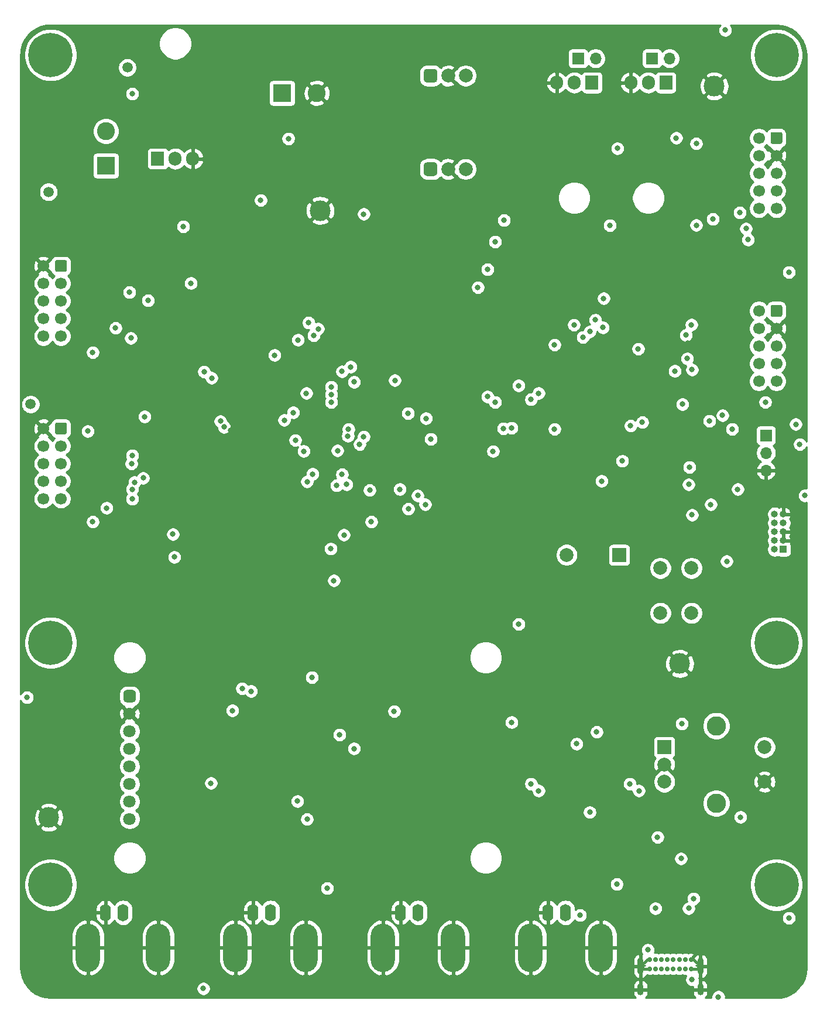
<source format=gbr>
%TF.GenerationSoftware,KiCad,Pcbnew,(5.1.10)-1*%
%TF.CreationDate,2021-12-22T14:35:30+01:00*%
%TF.ProjectId,vca_main_board,7663615f-6d61-4696-9e5f-626f6172642e,rev?*%
%TF.SameCoordinates,Original*%
%TF.FileFunction,Copper,L2,Inr*%
%TF.FilePolarity,Positive*%
%FSLAX46Y46*%
G04 Gerber Fmt 4.6, Leading zero omitted, Abs format (unit mm)*
G04 Created by KiCad (PCBNEW (5.1.10)-1) date 2021-12-22 14:35:30*
%MOMM*%
%LPD*%
G01*
G04 APERTURE LIST*
%TA.AperFunction,ComponentPad*%
%ADD10C,1.700000*%
%TD*%
%TA.AperFunction,ComponentPad*%
%ADD11O,1.600000X2.500000*%
%TD*%
%TA.AperFunction,ComponentPad*%
%ADD12O,3.500000X7.000000*%
%TD*%
%TA.AperFunction,ComponentPad*%
%ADD13O,1.700000X1.700000*%
%TD*%
%TA.AperFunction,ComponentPad*%
%ADD14R,1.700000X1.700000*%
%TD*%
%TA.AperFunction,ComponentPad*%
%ADD15O,0.900000X1.700000*%
%TD*%
%TA.AperFunction,ComponentPad*%
%ADD16O,0.900000X2.400000*%
%TD*%
%TA.AperFunction,ComponentPad*%
%ADD17C,0.700000*%
%TD*%
%TA.AperFunction,ComponentPad*%
%ADD18C,0.800000*%
%TD*%
%TA.AperFunction,ComponentPad*%
%ADD19C,6.400000*%
%TD*%
%TA.AperFunction,ComponentPad*%
%ADD20C,3.000000*%
%TD*%
%TA.AperFunction,ComponentPad*%
%ADD21O,1.905000X2.000000*%
%TD*%
%TA.AperFunction,ComponentPad*%
%ADD22R,1.905000X2.000000*%
%TD*%
%TA.AperFunction,ComponentPad*%
%ADD23C,2.000000*%
%TD*%
%TA.AperFunction,ComponentPad*%
%ADD24R,2.000000X2.000000*%
%TD*%
%TA.AperFunction,ComponentPad*%
%ADD25C,1.800000*%
%TD*%
%TA.AperFunction,ComponentPad*%
%ADD26C,2.800000*%
%TD*%
%TA.AperFunction,ComponentPad*%
%ADD27R,1.000000X1.000000*%
%TD*%
%TA.AperFunction,ComponentPad*%
%ADD28O,1.000000X1.000000*%
%TD*%
%TA.AperFunction,ComponentPad*%
%ADD29C,2.600000*%
%TD*%
%TA.AperFunction,ComponentPad*%
%ADD30R,2.600000X2.600000*%
%TD*%
%TA.AperFunction,ViaPad*%
%ADD31C,0.800000*%
%TD*%
%TA.AperFunction,ViaPad*%
%ADD32C,1.500000*%
%TD*%
%TA.AperFunction,ViaPad*%
%ADD33C,0.600000*%
%TD*%
%TA.AperFunction,Conductor*%
%ADD34C,0.400000*%
%TD*%
%TA.AperFunction,Conductor*%
%ADD35C,0.254000*%
%TD*%
%TA.AperFunction,Conductor*%
%ADD36C,0.100000*%
%TD*%
G04 APERTURE END LIST*
D10*
%TO.N,/EXTB_7*%
%TO.C,J12*%
X33960000Y-114160000D03*
%TO.N,/EXTB_5*%
X33960000Y-111620000D03*
%TO.N,/EXTB_3*%
X33960000Y-109080000D03*
%TO.N,/EXTB_1*%
X33960000Y-106540000D03*
%TO.N,GND*%
X33960000Y-104000000D03*
%TO.N,/EXTB_6*%
X36500000Y-114160000D03*
%TO.N,/EXTB_4*%
X36500000Y-111620000D03*
%TO.N,/EXTB_2*%
X36500000Y-109080000D03*
%TO.N,/EXTB_0*%
X36500000Y-106540000D03*
%TO.N,+5V*%
%TA.AperFunction,ComponentPad*%
G36*
G01*
X37350000Y-103400000D02*
X37350000Y-104600000D01*
G75*
G02*
X37100000Y-104850000I-250000J0D01*
G01*
X35900000Y-104850000D01*
G75*
G02*
X35650000Y-104600000I0J250000D01*
G01*
X35650000Y-103400000D01*
G75*
G02*
X35900000Y-103150000I250000J0D01*
G01*
X37100000Y-103150000D01*
G75*
G02*
X37350000Y-103400000I0J-250000D01*
G01*
G37*
%TD.AperFunction*%
%TD*%
D11*
%TO.N,GND*%
%TO.C,J15*%
X42960000Y-174000000D03*
%TO.N,/GPIO_B*%
X45500000Y-174000000D03*
D12*
%TO.N,GND*%
X50580000Y-179080000D03*
X40420000Y-179080000D03*
%TD*%
D11*
%TO.N,GND*%
%TO.C,J14*%
X64293333Y-174000000D03*
%TO.N,/GPIO_A*%
X66833333Y-174000000D03*
D12*
%TO.N,GND*%
X71913333Y-179080000D03*
X61753333Y-179080000D03*
%TD*%
D11*
%TO.N,GND*%
%TO.C,J13*%
X85626666Y-174000000D03*
%TO.N,/Mirror_Enc_B*%
X88166666Y-174000000D03*
D12*
%TO.N,GND*%
X93246666Y-179080000D03*
X83086666Y-179080000D03*
%TD*%
D11*
%TO.N,GND*%
%TO.C,J7*%
X106960000Y-174000000D03*
%TO.N,/Mirror_Enc_A*%
X109500000Y-174000000D03*
D12*
%TO.N,GND*%
X114580000Y-179080000D03*
X104420000Y-179080000D03*
%TD*%
D13*
%TO.N,GND*%
%TO.C,J4*%
X138500000Y-110080000D03*
%TO.N,Net-(J4-Pad2)*%
X138500000Y-107540000D03*
D14*
%TO.N,Net-(J4-Pad1)*%
X138500000Y-105000000D03*
%TD*%
D15*
%TO.N,GND*%
%TO.C,J5*%
X128990000Y-185146000D03*
X120340000Y-185146000D03*
D16*
X128990000Y-181766000D03*
X120340000Y-181766000D03*
D17*
%TO.N,/MCU/peripherals/DP*%
X125090000Y-182136000D03*
%TO.N,GND*%
X127640000Y-182136000D03*
%TO.N,VBUS*%
X126790000Y-182136000D03*
%TO.N,Net-(J5-PadB5)*%
X125940000Y-182136000D03*
%TO.N,GND*%
X121690000Y-182136000D03*
%TO.N,N/C*%
X123390000Y-182136000D03*
%TO.N,/MCU/peripherals/DM*%
X124240000Y-182136000D03*
%TO.N,VBUS*%
X122540000Y-182136000D03*
%TO.N,GND*%
X127640000Y-180786000D03*
%TO.N,VBUS*%
X126790000Y-180786000D03*
%TO.N,N/C*%
X125940000Y-180786000D03*
%TO.N,/MCU/peripherals/DM*%
X125090000Y-180786000D03*
%TO.N,/MCU/peripherals/DP*%
X124240000Y-180786000D03*
%TO.N,Net-(J5-PadA5)*%
X123390000Y-180786000D03*
%TO.N,VBUS*%
X122540000Y-180786000D03*
%TO.N,GND*%
X121690000Y-180786000D03*
%TD*%
D18*
%TO.N,N/C*%
%TO.C,H6*%
X36697056Y-48302944D03*
X35000000Y-47600000D03*
X33302944Y-48302944D03*
X32600000Y-50000000D03*
X33302944Y-51697056D03*
X35000000Y-52400000D03*
X36697056Y-51697056D03*
X37400000Y-50000000D03*
D19*
X35000000Y-50000000D03*
%TD*%
D18*
%TO.N,N/C*%
%TO.C,H5*%
X141697056Y-48302944D03*
X140000000Y-47600000D03*
X138302944Y-48302944D03*
X137600000Y-50000000D03*
X138302944Y-51697056D03*
X140000000Y-52400000D03*
X141697056Y-51697056D03*
X142400000Y-50000000D03*
D19*
X140000000Y-50000000D03*
%TD*%
D20*
%TO.N,GND*%
%TO.C,TP4*%
X126000000Y-138000000D03*
%TD*%
%TO.N,GND*%
%TO.C,TP3*%
X34750000Y-160250000D03*
%TD*%
%TO.N,GND*%
%TO.C,TP2*%
X74000000Y-72500000D03*
%TD*%
%TO.N,GND*%
%TO.C,TP1*%
X131000000Y-54500000D03*
%TD*%
D21*
%TO.N,GND*%
%TO.C,Q6*%
X118920000Y-54000000D03*
%TO.N,Net-(J11-Pad1)*%
X121460000Y-54000000D03*
D22*
%TO.N,Net-(Q6-Pad1)*%
X124000000Y-54000000D03*
%TD*%
D21*
%TO.N,GND*%
%TO.C,Q4*%
X108220000Y-54000000D03*
%TO.N,Net-(J9-Pad1)*%
X110760000Y-54000000D03*
D22*
%TO.N,Net-(Q4-Pad1)*%
X113300000Y-54000000D03*
%TD*%
D13*
%TO.N,+12V*%
%TO.C,J11*%
X124540000Y-50500000D03*
D14*
%TO.N,Net-(J11-Pad1)*%
X122000000Y-50500000D03*
%TD*%
D10*
%TO.N,/EXTA_7*%
%TO.C,J10*%
X33960000Y-90660000D03*
%TO.N,/EXTA_5*%
X33960000Y-88120000D03*
%TO.N,/EXTA_3*%
X33960000Y-85580000D03*
%TO.N,/EXTA_1*%
X33960000Y-83040000D03*
%TO.N,GND*%
X33960000Y-80500000D03*
%TO.N,/EXTA_6*%
X36500000Y-90660000D03*
%TO.N,/EXTA_4*%
X36500000Y-88120000D03*
%TO.N,/EXTA_2*%
X36500000Y-85580000D03*
%TO.N,/EXTA_0*%
X36500000Y-83040000D03*
%TO.N,+5V*%
%TA.AperFunction,ComponentPad*%
G36*
G01*
X37350000Y-79900000D02*
X37350000Y-81100000D01*
G75*
G02*
X37100000Y-81350000I-250000J0D01*
G01*
X35900000Y-81350000D01*
G75*
G02*
X35650000Y-81100000I0J250000D01*
G01*
X35650000Y-79900000D01*
G75*
G02*
X35900000Y-79650000I250000J0D01*
G01*
X37100000Y-79650000D01*
G75*
G02*
X37350000Y-79900000I0J-250000D01*
G01*
G37*
%TD.AperFunction*%
%TD*%
D13*
%TO.N,+12V*%
%TO.C,J9*%
X113840000Y-50500000D03*
D14*
%TO.N,Net-(J9-Pad1)*%
X111300000Y-50500000D03*
%TD*%
D23*
%TO.N,Net-(BZ1-Pad2)*%
%TO.C,BZ1*%
X109650000Y-122290000D03*
D24*
%TO.N,+3V3*%
X117250000Y-122290000D03*
%TD*%
D25*
%TO.N,/MCU/LCD_BL*%
%TO.C,U10*%
X46436000Y-160496000D03*
%TO.N,/MCU/LCD_RST*%
X46436000Y-157956000D03*
%TO.N,/MCU/LCD_DC*%
X46436000Y-155416000D03*
%TO.N,/MCU/LCD_CS*%
X46436000Y-152876000D03*
%TO.N,/MCU/LCD_CLK*%
X46436000Y-150336000D03*
%TO.N,/MCU/LCD_DIN*%
X46436000Y-147796000D03*
%TO.N,GND*%
X46436000Y-145256000D03*
%TO.N,+3V3*%
%TA.AperFunction,ComponentPad*%
G36*
G01*
X45536000Y-143166000D02*
X45536000Y-142266000D01*
G75*
G02*
X45986000Y-141816000I450000J0D01*
G01*
X46886000Y-141816000D01*
G75*
G02*
X47336000Y-142266000I0J-450000D01*
G01*
X47336000Y-143166000D01*
G75*
G02*
X46886000Y-143616000I-450000J0D01*
G01*
X45986000Y-143616000D01*
G75*
G02*
X45536000Y-143166000I0J450000D01*
G01*
G37*
%TD.AperFunction*%
%TD*%
D24*
%TO.N,/MCU/Knob_A*%
%TO.C,SW2*%
X123786000Y-150098000D03*
D23*
%TO.N,GND*%
X123786000Y-152598000D03*
%TO.N,/MCU/Knob_B*%
X123786000Y-155098000D03*
D26*
%TO.N,N/C*%
X131286000Y-146998000D03*
X131286000Y-158198000D03*
D23*
%TO.N,/MCU/Knob_S*%
X138286000Y-150098000D03*
%TO.N,GND*%
X138286000Y-155098000D03*
%TD*%
%TO.N,Net-(R41-Pad1)*%
%TO.C,SW1*%
X123214000Y-124196000D03*
%TO.N,/MCU/NRST*%
X127714000Y-124196000D03*
%TO.N,Net-(R41-Pad1)*%
X123214000Y-130696000D03*
%TO.N,/MCU/NRST*%
X127714000Y-130696000D03*
%TD*%
D21*
%TO.N,GND*%
%TO.C,Q1*%
X55580000Y-65000000D03*
%TO.N,Net-(J2-Pad2)*%
X53040000Y-65000000D03*
D22*
%TO.N,Net-(D2-Pad2)*%
X50500000Y-65000000D03*
%TD*%
D10*
%TO.N,/Device connenction/THERMISTOR_2*%
%TO.C,J8*%
X137460000Y-72160000D03*
%TO.N,/Device connenction/THERMISTOR_1*%
X137460000Y-69620000D03*
%TO.N,/Coil_Fans*%
X137460000Y-67080000D03*
%TO.N,+12V*%
X137460000Y-64540000D03*
%TO.N,+5V*%
X137460000Y-62000000D03*
%TO.N,/Mirror_Enc_Z*%
X140000000Y-72160000D03*
%TO.N,/Mirror_Enc_B*%
X140000000Y-69620000D03*
%TO.N,/Mirror_Enc_A*%
X140000000Y-67080000D03*
%TO.N,GND*%
X140000000Y-64540000D03*
%TO.N,+3V3*%
%TA.AperFunction,ComponentPad*%
G36*
G01*
X140850000Y-61400000D02*
X140850000Y-62600000D01*
G75*
G02*
X140600000Y-62850000I-250000J0D01*
G01*
X139400000Y-62850000D01*
G75*
G02*
X139150000Y-62600000I0J250000D01*
G01*
X139150000Y-61400000D01*
G75*
G02*
X139400000Y-61150000I250000J0D01*
G01*
X140600000Y-61150000D01*
G75*
G02*
X140850000Y-61400000I0J-250000D01*
G01*
G37*
%TD.AperFunction*%
%TD*%
%TO.N,/H_Voltage*%
%TO.C,J6*%
X137460000Y-97160000D03*
%TO.N,/H_Current*%
X137460000Y-94620000D03*
%TO.N,/H_Sum*%
X137460000Y-92080000D03*
%TO.N,/H_Ref_High*%
X137460000Y-89540000D03*
%TO.N,/H_Load_Volt*%
X137460000Y-87000000D03*
%TO.N,/H_Thermistor*%
X140000000Y-97160000D03*
%TO.N,/H bridge connection/REF_IN*%
X140000000Y-94620000D03*
%TO.N,/H_Offset*%
X140000000Y-92080000D03*
%TO.N,GND*%
X140000000Y-89540000D03*
%TO.N,/H_Excitation*%
%TA.AperFunction,ComponentPad*%
G36*
G01*
X140850000Y-86400000D02*
X140850000Y-87600000D01*
G75*
G02*
X140600000Y-87850000I-250000J0D01*
G01*
X139400000Y-87850000D01*
G75*
G02*
X139150000Y-87600000I0J250000D01*
G01*
X139150000Y-86400000D01*
G75*
G02*
X139400000Y-86150000I250000J0D01*
G01*
X140600000Y-86150000D01*
G75*
G02*
X140850000Y-86400000I0J-250000D01*
G01*
G37*
%TD.AperFunction*%
%TD*%
D27*
%TO.N,+3V3*%
%TO.C,J3*%
X141002000Y-121476000D03*
D28*
%TO.N,/MCU/SWDIO*%
X139732000Y-121476000D03*
%TO.N,GND*%
X141002000Y-120206000D03*
%TO.N,/MCU/SWDCLK*%
X139732000Y-120206000D03*
%TO.N,GND*%
X141002000Y-118936000D03*
%TO.N,/MCU/SWO*%
X139732000Y-118936000D03*
%TO.N,N/C*%
X141002000Y-117666000D03*
X139732000Y-117666000D03*
%TO.N,GND*%
X141002000Y-116396000D03*
%TO.N,/MCU/NRST*%
X139732000Y-116396000D03*
%TD*%
D29*
%TO.N,GND*%
%TO.C,J1*%
X73500000Y-55500000D03*
D30*
%TO.N,Net-(F1-Pad2)*%
X68500000Y-55500000D03*
%TD*%
D18*
%TO.N,N/C*%
%TO.C,H4*%
X36697056Y-133302944D03*
X35000000Y-132600000D03*
X33302944Y-133302944D03*
X32600000Y-135000000D03*
X33302944Y-136697056D03*
X35000000Y-137400000D03*
X36697056Y-136697056D03*
X37400000Y-135000000D03*
D19*
X35000000Y-135000000D03*
%TD*%
D18*
%TO.N,N/C*%
%TO.C,H3*%
X141697056Y-133302944D03*
X140000000Y-132600000D03*
X138302944Y-133302944D03*
X137600000Y-135000000D03*
X138302944Y-136697056D03*
X140000000Y-137400000D03*
X141697056Y-136697056D03*
X142400000Y-135000000D03*
D19*
X140000000Y-135000000D03*
%TD*%
D18*
%TO.N,N/C*%
%TO.C,H2*%
X36697056Y-168302944D03*
X35000000Y-167600000D03*
X33302944Y-168302944D03*
X32600000Y-170000000D03*
X33302944Y-171697056D03*
X35000000Y-172400000D03*
X36697056Y-171697056D03*
X37400000Y-170000000D03*
D19*
X35000000Y-170000000D03*
%TD*%
D18*
%TO.N,N/C*%
%TO.C,H1*%
X141697056Y-168302944D03*
X140000000Y-167600000D03*
X138302944Y-168302944D03*
X137600000Y-170000000D03*
X138302944Y-171697056D03*
X140000000Y-172400000D03*
X141697056Y-171697056D03*
X142400000Y-170000000D03*
D19*
X140000000Y-170000000D03*
%TD*%
D23*
%TO.N,GND*%
%TO.C,U2*%
X92500000Y-53000000D03*
%TO.N,Net-(C12-Pad1)*%
%TA.AperFunction,ComponentPad*%
G36*
G01*
X88960000Y-53500000D02*
X88960000Y-52500000D01*
G75*
G02*
X89460000Y-52000000I500000J0D01*
G01*
X90460000Y-52000000D01*
G75*
G02*
X90960000Y-52500000I0J-500000D01*
G01*
X90960000Y-53500000D01*
G75*
G02*
X90460000Y-54000000I-500000J0D01*
G01*
X89460000Y-54000000D01*
G75*
G02*
X88960000Y-53500000I0J500000D01*
G01*
G37*
%TD.AperFunction*%
%TO.N,+5V*%
X95040000Y-53000000D03*
%TD*%
%TO.N,GND*%
%TO.C,U1*%
X92500000Y-66500000D03*
%TO.N,Net-(C11-Pad1)*%
%TA.AperFunction,ComponentPad*%
G36*
G01*
X88960000Y-67000000D02*
X88960000Y-66000000D01*
G75*
G02*
X89460000Y-65500000I500000J0D01*
G01*
X90460000Y-65500000D01*
G75*
G02*
X90960000Y-66000000I0J-500000D01*
G01*
X90960000Y-67000000D01*
G75*
G02*
X90460000Y-67500000I-500000J0D01*
G01*
X89460000Y-67500000D01*
G75*
G02*
X88960000Y-67000000I0J500000D01*
G01*
G37*
%TD.AperFunction*%
%TO.N,+3V3*%
X95040000Y-66500000D03*
%TD*%
D29*
%TO.N,Net-(J2-Pad2)*%
%TO.C,J2*%
X43000000Y-61000000D03*
D30*
%TO.N,Net-(F2-Pad2)*%
X43000000Y-66000000D03*
%TD*%
D31*
%TO.N,*%
X126200000Y-166200000D03*
D32*
%TO.N,GND*%
X57500000Y-76500000D03*
X55750000Y-76500000D03*
X59250000Y-76500000D03*
X59500000Y-67750000D03*
X59500000Y-72250000D03*
X76750000Y-65000000D03*
X76750000Y-63250000D03*
X76750000Y-66750000D03*
X86750000Y-61500000D03*
X86750000Y-64000000D03*
X86750000Y-50500000D03*
X86750000Y-48000000D03*
X104750000Y-49500000D03*
X104750000Y-54000000D03*
X104750000Y-63000000D03*
X104750000Y-67500000D03*
D33*
X127500000Y-176750000D03*
X122000000Y-176750000D03*
X129750000Y-169500000D03*
X129250000Y-168750000D03*
X130250000Y-164500000D03*
D31*
X68750000Y-86500000D03*
X61000000Y-107250000D03*
X89000000Y-95750000D03*
X69250000Y-95250000D03*
X36900000Y-154700000D03*
X35600000Y-154600000D03*
X54800000Y-146900000D03*
X62400000Y-146500000D03*
X127200000Y-85400000D03*
X127200000Y-91700000D03*
X127300000Y-98100000D03*
X122900000Y-111500000D03*
X116600000Y-107400000D03*
X131900000Y-118700000D03*
X139100000Y-125100000D03*
X89422795Y-107025010D03*
X129400000Y-77900000D03*
X133700000Y-79100000D03*
X142700000Y-58800000D03*
X139800000Y-77600000D03*
X142700000Y-77600000D03*
X33000000Y-123200000D03*
X38000000Y-123800000D03*
X36800000Y-126900000D03*
X49100000Y-122600000D03*
X47800000Y-127000000D03*
X55600000Y-120300000D03*
X73090787Y-107089457D03*
X69160066Y-106546990D03*
X116800000Y-96800000D03*
X123100000Y-97400000D03*
X122100000Y-81500000D03*
X108600000Y-82000000D03*
X108600000Y-76000000D03*
X120400000Y-166100000D03*
X38600000Y-84200000D03*
X38500000Y-107900000D03*
X38800000Y-112800000D03*
X40600000Y-50900000D03*
X45600000Y-57000000D03*
D32*
X43752029Y-80724990D03*
D31*
X71399990Y-116774990D03*
X38700000Y-89425010D03*
X108800000Y-128900000D03*
X80750000Y-95997010D03*
X80748190Y-107025010D03*
X127700000Y-162600000D03*
X135600000Y-178900000D03*
X141800000Y-178900000D03*
X132074990Y-107702532D03*
X121920657Y-91174990D03*
X130000000Y-62400000D03*
X130000000Y-69500000D03*
X61071586Y-104290267D03*
X77950011Y-107444410D03*
X77174990Y-116517586D03*
X74074967Y-121509889D03*
X115800010Y-81407170D03*
X52800000Y-140700000D03*
X125900000Y-122200000D03*
X62300000Y-92600000D03*
X87500000Y-110500000D03*
X81200000Y-119100000D03*
D32*
%TO.N,+3V3*%
X34700000Y-69800000D03*
D31*
X70400000Y-105700000D03*
D32*
X32100000Y-100500000D03*
D31*
X127400000Y-109600000D03*
X127300000Y-112100000D03*
X65400000Y-71000000D03*
X78400000Y-95100000D03*
X67400000Y-93400000D03*
X131600000Y-186200000D03*
X31600000Y-142900000D03*
X141800000Y-81400000D03*
X115000000Y-85200000D03*
X117000000Y-63500000D03*
%TO.N,+5V*%
X46400000Y-84300000D03*
X46800000Y-107900000D03*
X46800000Y-112800000D03*
X46620657Y-90925010D03*
D32*
X46100000Y-51800000D03*
D31*
X52900000Y-122600000D03*
X52700000Y-119300000D03*
X128400000Y-74600000D03*
X128400000Y-62800000D03*
X132600000Y-46400000D03*
X126400000Y-100500000D03*
X127700000Y-89000000D03*
X127100000Y-93900000D03*
X125300000Y-95700000D03*
%TO.N,/MCU/NRST*%
X127800000Y-116500000D03*
X76374990Y-112250169D03*
X75974990Y-126000000D03*
%TO.N,VBUS*%
X127300000Y-173400000D03*
X122500000Y-173400000D03*
%TO.N,Net-(C42-Pad1)*%
X122800000Y-163100000D03*
X128000000Y-172000000D03*
%TO.N,Net-(D2-Pad2)*%
X46800000Y-55600000D03*
%TO.N,/H bridge connection/REF_IN*%
X120000000Y-92500000D03*
%TO.N,/MCU/SWDIO*%
X75600000Y-100200000D03*
X132200000Y-102100000D03*
X132800000Y-123200000D03*
%TO.N,/MCU/SWDCLK*%
X72000000Y-98900000D03*
X75524979Y-121400000D03*
%TO.N,/MCU/SWO*%
X70100000Y-101700000D03*
X138400000Y-100200000D03*
%TO.N,Net-(J5-PadB5)*%
X127800000Y-183700000D03*
%TO.N,Net-(J5-PadA5)*%
X121400000Y-179400000D03*
%TO.N,/Device connenction/THERMISTOR_2*%
X135900000Y-76700000D03*
%TO.N,/Device connenction/THERMISTOR_1*%
X135600000Y-75100000D03*
%TO.N,/MCU/CAN_FAULT*%
X78000000Y-105100000D03*
X117700000Y-108700000D03*
%TO.N,/VREF*%
X114700000Y-111600000D03*
X114900000Y-89400000D03*
X77825010Y-112099400D03*
X77425000Y-119400000D03*
%TO.N,/MCU/CAN_S*%
X118900000Y-103600000D03*
X78093164Y-104104337D03*
%TO.N,/MCU/USB_DET*%
X70800000Y-91200000D03*
X75000000Y-170500000D03*
X116900000Y-169900000D03*
%TO.N,/H_Ref_High*%
X134400000Y-112800000D03*
X85525010Y-112800000D03*
%TO.N,/H_Load_Volt*%
X80300000Y-105200000D03*
X133600000Y-104100000D03*
%TO.N,/H_Excitation*%
X79700000Y-106300000D03*
X143374990Y-106300000D03*
%TO.N,/H_Sum*%
X107900000Y-104100000D03*
X107900000Y-91900000D03*
X126900000Y-90500000D03*
%TO.N,/H_Thermistor*%
X120600000Y-103100000D03*
X89300000Y-102546990D03*
%TO.N,/H_Offset*%
X142800000Y-103400000D03*
X90002532Y-105525010D03*
%TO.N,/H_Voltage*%
X89200000Y-115000000D03*
X130500000Y-115000000D03*
X130300000Y-102900000D03*
%TO.N,/H_Current*%
X77154000Y-110646000D03*
X77154000Y-95754000D03*
X127800000Y-95500000D03*
%TO.N,/Coil_Fans*%
X69400000Y-62100000D03*
X125500000Y-62000000D03*
%TO.N,/Mirror_Enc_Z*%
X80300000Y-73000000D03*
X134700000Y-72800000D03*
%TO.N,/Mirror_Enc_B*%
X88100000Y-113700000D03*
X144100000Y-113700000D03*
%TO.N,/Mirror_Enc_A*%
X57100000Y-185000000D03*
X57200000Y-95800000D03*
X54200000Y-74800000D03*
%TO.N,/EXTA_7*%
X41100000Y-93000000D03*
X41100000Y-117500000D03*
X81400000Y-117500000D03*
X81155740Y-112932090D03*
%TO.N,/EXTA_5*%
X72325010Y-88697837D03*
%TO.N,/EXTA_6*%
X73050020Y-90543401D03*
%TO.N,/EXTA_2*%
X49100000Y-85500000D03*
%TO.N,/EXTA_0*%
X55300000Y-83000000D03*
%TO.N,/EXTB_7*%
X43100000Y-115500000D03*
X86700000Y-101800000D03*
X86749317Y-115625010D03*
%TO.N,/EXTB_5*%
X47149845Y-111775165D03*
%TO.N,/EXTB_6*%
X46800000Y-114200000D03*
%TO.N,/EXTB_4*%
X48400000Y-111174990D03*
%TO.N,/EXTB_2*%
X46700000Y-109100000D03*
%TO.N,/EXTB_0*%
X40374990Y-104400000D03*
%TO.N,Net-(Q4-Pad1)*%
X115900000Y-74625010D03*
%TO.N,/MCU/LED_1*%
X112000000Y-90800000D03*
X111600000Y-174400000D03*
X141800000Y-174800000D03*
%TO.N,/MCU/LED_2*%
X113000000Y-90000000D03*
X113000000Y-159500000D03*
X134800000Y-160200000D03*
%TO.N,/MCU/TH_ALERT*%
X84700000Y-144900000D03*
X61300000Y-144800000D03*
X84800000Y-97046990D03*
%TO.N,/MCU/Knob_B*%
X113800000Y-88300000D03*
X114000000Y-147900000D03*
%TO.N,/MCU/Knob_A*%
X111100000Y-149600000D03*
X110700000Y-89025010D03*
%TO.N,/MCU/Knob_S*%
X101700000Y-146500000D03*
X126300000Y-146700000D03*
X101700000Y-103925010D03*
%TO.N,/MCU/SDA*%
X60100000Y-103800000D03*
X64000000Y-142000000D03*
%TO.N,/MCU/SCL*%
X62700000Y-141600000D03*
X59569995Y-102951992D03*
%TO.N,/FAN_1*%
X99300000Y-100200000D03*
X99300000Y-77000000D03*
%TO.N,/FAN_2*%
X98200000Y-99400000D03*
X98200000Y-81000000D03*
%TO.N,/MCU/BUZZ*%
X102700000Y-97800000D03*
X102700000Y-132300000D03*
%TO.N,/MCU/LCD_CS*%
X48600000Y-102300000D03*
%TO.N,/MCU/LCD_DC*%
X58300000Y-96700000D03*
X58200000Y-155300000D03*
%TO.N,/MCU/USB_RX*%
X75600000Y-99100000D03*
X104500000Y-99800000D03*
X104500000Y-155400000D03*
X118800000Y-155400000D03*
%TO.N,/MCU/USB_TX*%
X75600000Y-98000000D03*
X105600000Y-98900000D03*
X105600000Y-156400000D03*
X120100000Y-156400000D03*
%TO.N,/MCU/LCD_CLK*%
X78900000Y-150300000D03*
X78902532Y-97274990D03*
%TO.N,/Coil_Thermistor_2*%
X100500000Y-104000000D03*
X100600000Y-73900000D03*
X130800000Y-73725010D03*
%TO.N,/Coil_Thermistor_1*%
X99000000Y-107300000D03*
X96800000Y-83600000D03*
%TO.N,/MCU/LCD_DIN*%
X76500000Y-107200000D03*
X76800000Y-148300000D03*
%TO.N,/MCU/EEP_~WC*%
X72900000Y-110600000D03*
X72800000Y-140000000D03*
%TO.N,/MCU/LCD_BL*%
X72100000Y-111700000D03*
X72100000Y-160500000D03*
%TO.N,/MCU/LCD_RST*%
X70700000Y-157900000D03*
X71611613Y-107286293D03*
%TO.N,/GPIO_A*%
X68800000Y-102800000D03*
%TO.N,/GPIO_B*%
X73700000Y-89600000D03*
X44399502Y-89475279D03*
%TD*%
D34*
%TO.N,GND*%
X121320000Y-180786000D02*
X120340000Y-181766000D01*
X121690000Y-180786000D02*
X121320000Y-180786000D01*
X120710000Y-182136000D02*
X120340000Y-181766000D01*
X121690000Y-182136000D02*
X120710000Y-182136000D01*
X128620000Y-182136000D02*
X128990000Y-181766000D01*
X127640000Y-182136000D02*
X128620000Y-182136000D01*
X128010000Y-180786000D02*
X128990000Y-181766000D01*
X127640000Y-180786000D02*
X128010000Y-180786000D01*
%TD*%
D35*
%TO.N,GND*%
X131796063Y-45740226D02*
X131682795Y-45909744D01*
X131604774Y-46098102D01*
X131565000Y-46298061D01*
X131565000Y-46501939D01*
X131604774Y-46701898D01*
X131682795Y-46890256D01*
X131796063Y-47059774D01*
X131940226Y-47203937D01*
X132109744Y-47317205D01*
X132298102Y-47395226D01*
X132498061Y-47435000D01*
X132701939Y-47435000D01*
X132901898Y-47395226D01*
X133090256Y-47317205D01*
X133259774Y-47203937D01*
X133403937Y-47059774D01*
X133517205Y-46890256D01*
X133595226Y-46701898D01*
X133635000Y-46501939D01*
X133635000Y-46298061D01*
X133595226Y-46098102D01*
X133517205Y-45909744D01*
X133403937Y-45740226D01*
X133323711Y-45660000D01*
X139970608Y-45660000D01*
X140768083Y-45731173D01*
X141511891Y-45934656D01*
X142207905Y-46266638D01*
X142834130Y-46716626D01*
X143370777Y-47270403D01*
X143800871Y-47910451D01*
X144110829Y-48616553D01*
X144292065Y-49371457D01*
X144340001Y-50024220D01*
X144340001Y-105925156D01*
X144292195Y-105809744D01*
X144178927Y-105640226D01*
X144034764Y-105496063D01*
X143865246Y-105382795D01*
X143676888Y-105304774D01*
X143476929Y-105265000D01*
X143273051Y-105265000D01*
X143073092Y-105304774D01*
X142884734Y-105382795D01*
X142715216Y-105496063D01*
X142571053Y-105640226D01*
X142457785Y-105809744D01*
X142379764Y-105998102D01*
X142339990Y-106198061D01*
X142339990Y-106401939D01*
X142379764Y-106601898D01*
X142457785Y-106790256D01*
X142571053Y-106959774D01*
X142715216Y-107103937D01*
X142884734Y-107217205D01*
X143073092Y-107295226D01*
X143273051Y-107335000D01*
X143476929Y-107335000D01*
X143676888Y-107295226D01*
X143865246Y-107217205D01*
X144034764Y-107103937D01*
X144178927Y-106959774D01*
X144292195Y-106790256D01*
X144340001Y-106674844D01*
X144340001Y-112692462D01*
X144201939Y-112665000D01*
X143998061Y-112665000D01*
X143798102Y-112704774D01*
X143609744Y-112782795D01*
X143440226Y-112896063D01*
X143296063Y-113040226D01*
X143182795Y-113209744D01*
X143104774Y-113398102D01*
X143065000Y-113598061D01*
X143065000Y-113801939D01*
X143104774Y-114001898D01*
X143182795Y-114190256D01*
X143296063Y-114359774D01*
X143440226Y-114503937D01*
X143609744Y-114617205D01*
X143798102Y-114695226D01*
X143998061Y-114735000D01*
X144201939Y-114735000D01*
X144340001Y-114707538D01*
X144340000Y-181970608D01*
X144268827Y-182768083D01*
X144065344Y-183511890D01*
X143733363Y-184207904D01*
X143283374Y-184834130D01*
X142729597Y-185370777D01*
X142089549Y-185800871D01*
X141383447Y-186110829D01*
X140628543Y-186292065D01*
X139975793Y-186340000D01*
X132627429Y-186340000D01*
X132635000Y-186301939D01*
X132635000Y-186098061D01*
X132595226Y-185898102D01*
X132517205Y-185709744D01*
X132403937Y-185540226D01*
X132259774Y-185396063D01*
X132090256Y-185282795D01*
X131901898Y-185204774D01*
X131701939Y-185165000D01*
X131498061Y-185165000D01*
X131298102Y-185204774D01*
X131109744Y-185282795D01*
X130940226Y-185396063D01*
X130796063Y-185540226D01*
X130682795Y-185709744D01*
X130604774Y-185898102D01*
X130565000Y-186098061D01*
X130565000Y-186301939D01*
X130572571Y-186340000D01*
X129732778Y-186340000D01*
X129821587Y-186254391D01*
X129943809Y-186078545D01*
X130029376Y-185882233D01*
X130075000Y-185673000D01*
X130075000Y-185273000D01*
X129117000Y-185273000D01*
X129117000Y-185293000D01*
X128863000Y-185293000D01*
X128863000Y-185273000D01*
X127905000Y-185273000D01*
X127905000Y-185673000D01*
X127950624Y-185882233D01*
X128036191Y-186078545D01*
X128158413Y-186254391D01*
X128247222Y-186340000D01*
X121082778Y-186340000D01*
X121171587Y-186254391D01*
X121293809Y-186078545D01*
X121379376Y-185882233D01*
X121425000Y-185673000D01*
X121425000Y-185273000D01*
X120467000Y-185273000D01*
X120467000Y-185293000D01*
X120213000Y-185293000D01*
X120213000Y-185273000D01*
X119255000Y-185273000D01*
X119255000Y-185673000D01*
X119300624Y-185882233D01*
X119386191Y-186078545D01*
X119508413Y-186254391D01*
X119597222Y-186340000D01*
X35029392Y-186340000D01*
X34231917Y-186268827D01*
X33488110Y-186065344D01*
X32792096Y-185733363D01*
X32165870Y-185283374D01*
X31792476Y-184898061D01*
X56065000Y-184898061D01*
X56065000Y-185101939D01*
X56104774Y-185301898D01*
X56182795Y-185490256D01*
X56296063Y-185659774D01*
X56440226Y-185803937D01*
X56609744Y-185917205D01*
X56798102Y-185995226D01*
X56998061Y-186035000D01*
X57201939Y-186035000D01*
X57401898Y-185995226D01*
X57590256Y-185917205D01*
X57759774Y-185803937D01*
X57903937Y-185659774D01*
X58017205Y-185490256D01*
X58095226Y-185301898D01*
X58135000Y-185101939D01*
X58135000Y-184898061D01*
X58095226Y-184698102D01*
X58062461Y-184619000D01*
X119255000Y-184619000D01*
X119255000Y-185019000D01*
X120213000Y-185019000D01*
X120213000Y-183828498D01*
X120467000Y-183828498D01*
X120467000Y-185019000D01*
X121425000Y-185019000D01*
X121425000Y-184619000D01*
X121379376Y-184409767D01*
X121293809Y-184213455D01*
X121171587Y-184037609D01*
X121017408Y-183888986D01*
X120837197Y-183773298D01*
X120634001Y-183701592D01*
X120467000Y-183828498D01*
X120213000Y-183828498D01*
X120045999Y-183701592D01*
X119842803Y-183773298D01*
X119662592Y-183888986D01*
X119508413Y-184037609D01*
X119386191Y-184213455D01*
X119300624Y-184409767D01*
X119255000Y-184619000D01*
X58062461Y-184619000D01*
X58017205Y-184509744D01*
X57903937Y-184340226D01*
X57759774Y-184196063D01*
X57590256Y-184082795D01*
X57401898Y-184004774D01*
X57201939Y-183965000D01*
X56998061Y-183965000D01*
X56798102Y-184004774D01*
X56609744Y-184082795D01*
X56440226Y-184196063D01*
X56296063Y-184340226D01*
X56182795Y-184509744D01*
X56104774Y-184698102D01*
X56065000Y-184898061D01*
X31792476Y-184898061D01*
X31629223Y-184729597D01*
X31199129Y-184089549D01*
X30889171Y-183383447D01*
X30707935Y-182628543D01*
X30660000Y-181975793D01*
X30660000Y-179207000D01*
X38035000Y-179207000D01*
X38035000Y-180957000D01*
X38105604Y-181419850D01*
X38265148Y-181860032D01*
X38507502Y-182260631D01*
X38823352Y-182606252D01*
X39200561Y-182883612D01*
X39624632Y-183082053D01*
X39921997Y-183162427D01*
X40293000Y-183052625D01*
X40293000Y-179207000D01*
X40547000Y-179207000D01*
X40547000Y-183052625D01*
X40918003Y-183162427D01*
X41215368Y-183082053D01*
X41639439Y-182883612D01*
X42016648Y-182606252D01*
X42332498Y-182260631D01*
X42574852Y-181860032D01*
X42734396Y-181419850D01*
X42805000Y-180957000D01*
X42805000Y-179207000D01*
X48195000Y-179207000D01*
X48195000Y-180957000D01*
X48265604Y-181419850D01*
X48425148Y-181860032D01*
X48667502Y-182260631D01*
X48983352Y-182606252D01*
X49360561Y-182883612D01*
X49784632Y-183082053D01*
X50081997Y-183162427D01*
X50453000Y-183052625D01*
X50453000Y-179207000D01*
X50707000Y-179207000D01*
X50707000Y-183052625D01*
X51078003Y-183162427D01*
X51375368Y-183082053D01*
X51799439Y-182883612D01*
X52176648Y-182606252D01*
X52492498Y-182260631D01*
X52734852Y-181860032D01*
X52894396Y-181419850D01*
X52965000Y-180957000D01*
X52965000Y-179207000D01*
X59368333Y-179207000D01*
X59368333Y-180957000D01*
X59438937Y-181419850D01*
X59598481Y-181860032D01*
X59840835Y-182260631D01*
X60156685Y-182606252D01*
X60533894Y-182883612D01*
X60957965Y-183082053D01*
X61255330Y-183162427D01*
X61626333Y-183052625D01*
X61626333Y-179207000D01*
X61880333Y-179207000D01*
X61880333Y-183052625D01*
X62251336Y-183162427D01*
X62548701Y-183082053D01*
X62972772Y-182883612D01*
X63349981Y-182606252D01*
X63665831Y-182260631D01*
X63908185Y-181860032D01*
X64067729Y-181419850D01*
X64138333Y-180957000D01*
X64138333Y-179207000D01*
X69528333Y-179207000D01*
X69528333Y-180957000D01*
X69598937Y-181419850D01*
X69758481Y-181860032D01*
X70000835Y-182260631D01*
X70316685Y-182606252D01*
X70693894Y-182883612D01*
X71117965Y-183082053D01*
X71415330Y-183162427D01*
X71786333Y-183052625D01*
X71786333Y-179207000D01*
X72040333Y-179207000D01*
X72040333Y-183052625D01*
X72411336Y-183162427D01*
X72708701Y-183082053D01*
X73132772Y-182883612D01*
X73509981Y-182606252D01*
X73825831Y-182260631D01*
X74068185Y-181860032D01*
X74227729Y-181419850D01*
X74298333Y-180957000D01*
X74298333Y-179207000D01*
X80701666Y-179207000D01*
X80701666Y-180957000D01*
X80772270Y-181419850D01*
X80931814Y-181860032D01*
X81174168Y-182260631D01*
X81490018Y-182606252D01*
X81867227Y-182883612D01*
X82291298Y-183082053D01*
X82588663Y-183162427D01*
X82959666Y-183052625D01*
X82959666Y-179207000D01*
X83213666Y-179207000D01*
X83213666Y-183052625D01*
X83584669Y-183162427D01*
X83882034Y-183082053D01*
X84306105Y-182883612D01*
X84683314Y-182606252D01*
X84999164Y-182260631D01*
X85241518Y-181860032D01*
X85401062Y-181419850D01*
X85471666Y-180957000D01*
X85471666Y-179207000D01*
X90861666Y-179207000D01*
X90861666Y-180957000D01*
X90932270Y-181419850D01*
X91091814Y-181860032D01*
X91334168Y-182260631D01*
X91650018Y-182606252D01*
X92027227Y-182883612D01*
X92451298Y-183082053D01*
X92748663Y-183162427D01*
X93119666Y-183052625D01*
X93119666Y-179207000D01*
X93373666Y-179207000D01*
X93373666Y-183052625D01*
X93744669Y-183162427D01*
X94042034Y-183082053D01*
X94466105Y-182883612D01*
X94843314Y-182606252D01*
X95159164Y-182260631D01*
X95401518Y-181860032D01*
X95561062Y-181419850D01*
X95631666Y-180957000D01*
X95631666Y-179207000D01*
X102035000Y-179207000D01*
X102035000Y-180957000D01*
X102105604Y-181419850D01*
X102265148Y-181860032D01*
X102507502Y-182260631D01*
X102823352Y-182606252D01*
X103200561Y-182883612D01*
X103624632Y-183082053D01*
X103921997Y-183162427D01*
X104293000Y-183052625D01*
X104293000Y-179207000D01*
X104547000Y-179207000D01*
X104547000Y-183052625D01*
X104918003Y-183162427D01*
X105215368Y-183082053D01*
X105639439Y-182883612D01*
X106016648Y-182606252D01*
X106332498Y-182260631D01*
X106574852Y-181860032D01*
X106734396Y-181419850D01*
X106805000Y-180957000D01*
X106805000Y-179207000D01*
X112195000Y-179207000D01*
X112195000Y-180957000D01*
X112265604Y-181419850D01*
X112425148Y-181860032D01*
X112667502Y-182260631D01*
X112983352Y-182606252D01*
X113360561Y-182883612D01*
X113784632Y-183082053D01*
X114081997Y-183162427D01*
X114453000Y-183052625D01*
X114453000Y-179207000D01*
X114707000Y-179207000D01*
X114707000Y-183052625D01*
X115078003Y-183162427D01*
X115375368Y-183082053D01*
X115799439Y-182883612D01*
X116176648Y-182606252D01*
X116492498Y-182260631D01*
X116714907Y-181893000D01*
X119255000Y-181893000D01*
X119255000Y-182643000D01*
X119300624Y-182852233D01*
X119386191Y-183048545D01*
X119508413Y-183224391D01*
X119662592Y-183373014D01*
X119842803Y-183488702D01*
X120045999Y-183560408D01*
X120213000Y-183433502D01*
X120213000Y-181893000D01*
X119255000Y-181893000D01*
X116714907Y-181893000D01*
X116734852Y-181860032D01*
X116894396Y-181419850D01*
X116965000Y-180957000D01*
X116965000Y-180889000D01*
X119255000Y-180889000D01*
X119255000Y-181639000D01*
X120213000Y-181639000D01*
X120213000Y-180098498D01*
X120045999Y-179971592D01*
X119842803Y-180043298D01*
X119662592Y-180158986D01*
X119508413Y-180307609D01*
X119386191Y-180483455D01*
X119300624Y-180679767D01*
X119255000Y-180889000D01*
X116965000Y-180889000D01*
X116965000Y-179298061D01*
X120365000Y-179298061D01*
X120365000Y-179501939D01*
X120404774Y-179701898D01*
X120482795Y-179890256D01*
X120569760Y-180020409D01*
X120467000Y-180098498D01*
X120467000Y-181639000D01*
X121013392Y-181639000D01*
X121019480Y-181645088D01*
X120821233Y-181661784D01*
X120745411Y-181840384D01*
X120734464Y-181893000D01*
X120467000Y-181893000D01*
X120467000Y-183433502D01*
X120634001Y-183560408D01*
X120837197Y-183488702D01*
X121017408Y-183373014D01*
X121171587Y-183224391D01*
X121293809Y-183048545D01*
X121297728Y-183039555D01*
X121394384Y-183080589D01*
X121584344Y-183120110D01*
X121778364Y-183121813D01*
X121968989Y-183085632D01*
X122115651Y-183026385D01*
X122252686Y-183083147D01*
X122442986Y-183121000D01*
X122637014Y-183121000D01*
X122827314Y-183083147D01*
X122965000Y-183026116D01*
X123102686Y-183083147D01*
X123292986Y-183121000D01*
X123487014Y-183121000D01*
X123677314Y-183083147D01*
X123815000Y-183026116D01*
X123952686Y-183083147D01*
X124142986Y-183121000D01*
X124337014Y-183121000D01*
X124527314Y-183083147D01*
X124665000Y-183026116D01*
X124802686Y-183083147D01*
X124992986Y-183121000D01*
X125187014Y-183121000D01*
X125377314Y-183083147D01*
X125515000Y-183026116D01*
X125652686Y-183083147D01*
X125842986Y-183121000D01*
X126037014Y-183121000D01*
X126227314Y-183083147D01*
X126365000Y-183026116D01*
X126502686Y-183083147D01*
X126692986Y-183121000D01*
X126887014Y-183121000D01*
X126950534Y-183108365D01*
X126882795Y-183209744D01*
X126804774Y-183398102D01*
X126765000Y-183598061D01*
X126765000Y-183801939D01*
X126804774Y-184001898D01*
X126882795Y-184190256D01*
X126996063Y-184359774D01*
X127140226Y-184503937D01*
X127309744Y-184617205D01*
X127498102Y-184695226D01*
X127698061Y-184735000D01*
X127901939Y-184735000D01*
X127905000Y-184734391D01*
X127905000Y-185019000D01*
X128863000Y-185019000D01*
X128863000Y-183828498D01*
X129117000Y-183828498D01*
X129117000Y-185019000D01*
X130075000Y-185019000D01*
X130075000Y-184619000D01*
X130029376Y-184409767D01*
X129943809Y-184213455D01*
X129821587Y-184037609D01*
X129667408Y-183888986D01*
X129487197Y-183773298D01*
X129284001Y-183701592D01*
X129117000Y-183828498D01*
X128863000Y-183828498D01*
X128834087Y-183806527D01*
X128835000Y-183801939D01*
X128835000Y-183598061D01*
X128810242Y-183473593D01*
X128863000Y-183433502D01*
X128863000Y-181893000D01*
X129117000Y-181893000D01*
X129117000Y-183433502D01*
X129284001Y-183560408D01*
X129487197Y-183488702D01*
X129667408Y-183373014D01*
X129821587Y-183224391D01*
X129943809Y-183048545D01*
X130029376Y-182852233D01*
X130075000Y-182643000D01*
X130075000Y-181893000D01*
X129117000Y-181893000D01*
X128863000Y-181893000D01*
X128596463Y-181893000D01*
X128589632Y-181857011D01*
X128516957Y-181677107D01*
X128508767Y-181661784D01*
X128310520Y-181645088D01*
X128316608Y-181639000D01*
X128863000Y-181639000D01*
X128863000Y-180098498D01*
X129117000Y-180098498D01*
X129117000Y-181639000D01*
X130075000Y-181639000D01*
X130075000Y-180889000D01*
X130029376Y-180679767D01*
X129943809Y-180483455D01*
X129821587Y-180307609D01*
X129667408Y-180158986D01*
X129487197Y-180043298D01*
X129284001Y-179971592D01*
X129117000Y-180098498D01*
X128863000Y-180098498D01*
X128695999Y-179971592D01*
X128492803Y-180043298D01*
X128312592Y-180158986D01*
X128158413Y-180307609D01*
X128036191Y-180483455D01*
X127969775Y-180635830D01*
X127819605Y-180786000D01*
X127833748Y-180800143D01*
X127775000Y-180858890D01*
X127775000Y-180688986D01*
X127738899Y-180507496D01*
X128130912Y-180115483D01*
X128114216Y-179917233D01*
X127935616Y-179841411D01*
X127745656Y-179801890D01*
X127551636Y-179800187D01*
X127361011Y-179836368D01*
X127214349Y-179895615D01*
X127077314Y-179838853D01*
X126887014Y-179801000D01*
X126692986Y-179801000D01*
X126502686Y-179838853D01*
X126365000Y-179895884D01*
X126227314Y-179838853D01*
X126037014Y-179801000D01*
X125842986Y-179801000D01*
X125652686Y-179838853D01*
X125515000Y-179895884D01*
X125377314Y-179838853D01*
X125187014Y-179801000D01*
X124992986Y-179801000D01*
X124802686Y-179838853D01*
X124665000Y-179895884D01*
X124527314Y-179838853D01*
X124337014Y-179801000D01*
X124142986Y-179801000D01*
X123952686Y-179838853D01*
X123815000Y-179895884D01*
X123677314Y-179838853D01*
X123487014Y-179801000D01*
X123292986Y-179801000D01*
X123102686Y-179838853D01*
X122965000Y-179895884D01*
X122827314Y-179838853D01*
X122637014Y-179801000D01*
X122442986Y-179801000D01*
X122346202Y-179820252D01*
X122395226Y-179701898D01*
X122435000Y-179501939D01*
X122435000Y-179298061D01*
X122395226Y-179098102D01*
X122317205Y-178909744D01*
X122203937Y-178740226D01*
X122059774Y-178596063D01*
X121890256Y-178482795D01*
X121701898Y-178404774D01*
X121501939Y-178365000D01*
X121298061Y-178365000D01*
X121098102Y-178404774D01*
X120909744Y-178482795D01*
X120740226Y-178596063D01*
X120596063Y-178740226D01*
X120482795Y-178909744D01*
X120404774Y-179098102D01*
X120365000Y-179298061D01*
X116965000Y-179298061D01*
X116965000Y-179207000D01*
X114707000Y-179207000D01*
X114453000Y-179207000D01*
X112195000Y-179207000D01*
X106805000Y-179207000D01*
X104547000Y-179207000D01*
X104293000Y-179207000D01*
X102035000Y-179207000D01*
X95631666Y-179207000D01*
X93373666Y-179207000D01*
X93119666Y-179207000D01*
X90861666Y-179207000D01*
X85471666Y-179207000D01*
X83213666Y-179207000D01*
X82959666Y-179207000D01*
X80701666Y-179207000D01*
X74298333Y-179207000D01*
X72040333Y-179207000D01*
X71786333Y-179207000D01*
X69528333Y-179207000D01*
X64138333Y-179207000D01*
X61880333Y-179207000D01*
X61626333Y-179207000D01*
X59368333Y-179207000D01*
X52965000Y-179207000D01*
X50707000Y-179207000D01*
X50453000Y-179207000D01*
X48195000Y-179207000D01*
X42805000Y-179207000D01*
X40547000Y-179207000D01*
X40293000Y-179207000D01*
X38035000Y-179207000D01*
X30660000Y-179207000D01*
X30660000Y-177203000D01*
X38035000Y-177203000D01*
X38035000Y-178953000D01*
X40293000Y-178953000D01*
X40293000Y-175107375D01*
X40547000Y-175107375D01*
X40547000Y-178953000D01*
X42805000Y-178953000D01*
X42805000Y-177203000D01*
X48195000Y-177203000D01*
X48195000Y-178953000D01*
X50453000Y-178953000D01*
X50453000Y-175107375D01*
X50707000Y-175107375D01*
X50707000Y-178953000D01*
X52965000Y-178953000D01*
X52965000Y-177203000D01*
X59368333Y-177203000D01*
X59368333Y-178953000D01*
X61626333Y-178953000D01*
X61626333Y-175107375D01*
X61880333Y-175107375D01*
X61880333Y-178953000D01*
X64138333Y-178953000D01*
X64138333Y-177203000D01*
X69528333Y-177203000D01*
X69528333Y-178953000D01*
X71786333Y-178953000D01*
X71786333Y-175107375D01*
X72040333Y-175107375D01*
X72040333Y-178953000D01*
X74298333Y-178953000D01*
X74298333Y-177203000D01*
X80701666Y-177203000D01*
X80701666Y-178953000D01*
X82959666Y-178953000D01*
X82959666Y-175107375D01*
X83213666Y-175107375D01*
X83213666Y-178953000D01*
X85471666Y-178953000D01*
X85471666Y-177203000D01*
X90861666Y-177203000D01*
X90861666Y-178953000D01*
X93119666Y-178953000D01*
X93119666Y-175107375D01*
X93373666Y-175107375D01*
X93373666Y-178953000D01*
X95631666Y-178953000D01*
X95631666Y-177203000D01*
X102035000Y-177203000D01*
X102035000Y-178953000D01*
X104293000Y-178953000D01*
X104293000Y-175107375D01*
X104547000Y-175107375D01*
X104547000Y-178953000D01*
X106805000Y-178953000D01*
X106805000Y-177203000D01*
X112195000Y-177203000D01*
X112195000Y-178953000D01*
X114453000Y-178953000D01*
X114453000Y-175107375D01*
X114707000Y-175107375D01*
X114707000Y-178953000D01*
X116965000Y-178953000D01*
X116965000Y-177203000D01*
X116894396Y-176740150D01*
X116734852Y-176299968D01*
X116492498Y-175899369D01*
X116176648Y-175553748D01*
X115799439Y-175276388D01*
X115375368Y-175077947D01*
X115078003Y-174997573D01*
X114707000Y-175107375D01*
X114453000Y-175107375D01*
X114081997Y-174997573D01*
X113784632Y-175077947D01*
X113360561Y-175276388D01*
X112983352Y-175553748D01*
X112667502Y-175899369D01*
X112425148Y-176299968D01*
X112265604Y-176740150D01*
X112195000Y-177203000D01*
X106805000Y-177203000D01*
X106734396Y-176740150D01*
X106574852Y-176299968D01*
X106332498Y-175899369D01*
X106016648Y-175553748D01*
X105639439Y-175276388D01*
X105215368Y-175077947D01*
X104918003Y-174997573D01*
X104547000Y-175107375D01*
X104293000Y-175107375D01*
X103921997Y-174997573D01*
X103624632Y-175077947D01*
X103200561Y-175276388D01*
X102823352Y-175553748D01*
X102507502Y-175899369D01*
X102265148Y-176299968D01*
X102105604Y-176740150D01*
X102035000Y-177203000D01*
X95631666Y-177203000D01*
X95561062Y-176740150D01*
X95401518Y-176299968D01*
X95159164Y-175899369D01*
X94843314Y-175553748D01*
X94466105Y-175276388D01*
X94042034Y-175077947D01*
X93744669Y-174997573D01*
X93373666Y-175107375D01*
X93119666Y-175107375D01*
X92748663Y-174997573D01*
X92451298Y-175077947D01*
X92027227Y-175276388D01*
X91650018Y-175553748D01*
X91334168Y-175899369D01*
X91091814Y-176299968D01*
X90932270Y-176740150D01*
X90861666Y-177203000D01*
X85471666Y-177203000D01*
X85401062Y-176740150D01*
X85241518Y-176299968D01*
X84999164Y-175899369D01*
X84683314Y-175553748D01*
X84306105Y-175276388D01*
X83882034Y-175077947D01*
X83584669Y-174997573D01*
X83213666Y-175107375D01*
X82959666Y-175107375D01*
X82588663Y-174997573D01*
X82291298Y-175077947D01*
X81867227Y-175276388D01*
X81490018Y-175553748D01*
X81174168Y-175899369D01*
X80931814Y-176299968D01*
X80772270Y-176740150D01*
X80701666Y-177203000D01*
X74298333Y-177203000D01*
X74227729Y-176740150D01*
X74068185Y-176299968D01*
X73825831Y-175899369D01*
X73509981Y-175553748D01*
X73132772Y-175276388D01*
X72708701Y-175077947D01*
X72411336Y-174997573D01*
X72040333Y-175107375D01*
X71786333Y-175107375D01*
X71415330Y-174997573D01*
X71117965Y-175077947D01*
X70693894Y-175276388D01*
X70316685Y-175553748D01*
X70000835Y-175899369D01*
X69758481Y-176299968D01*
X69598937Y-176740150D01*
X69528333Y-177203000D01*
X64138333Y-177203000D01*
X64067729Y-176740150D01*
X63908185Y-176299968D01*
X63665831Y-175899369D01*
X63349981Y-175553748D01*
X62972772Y-175276388D01*
X62548701Y-175077947D01*
X62251336Y-174997573D01*
X61880333Y-175107375D01*
X61626333Y-175107375D01*
X61255330Y-174997573D01*
X60957965Y-175077947D01*
X60533894Y-175276388D01*
X60156685Y-175553748D01*
X59840835Y-175899369D01*
X59598481Y-176299968D01*
X59438937Y-176740150D01*
X59368333Y-177203000D01*
X52965000Y-177203000D01*
X52894396Y-176740150D01*
X52734852Y-176299968D01*
X52492498Y-175899369D01*
X52176648Y-175553748D01*
X51799439Y-175276388D01*
X51375368Y-175077947D01*
X51078003Y-174997573D01*
X50707000Y-175107375D01*
X50453000Y-175107375D01*
X50081997Y-174997573D01*
X49784632Y-175077947D01*
X49360561Y-175276388D01*
X48983352Y-175553748D01*
X48667502Y-175899369D01*
X48425148Y-176299968D01*
X48265604Y-176740150D01*
X48195000Y-177203000D01*
X42805000Y-177203000D01*
X42734396Y-176740150D01*
X42574852Y-176299968D01*
X42332498Y-175899369D01*
X42016648Y-175553748D01*
X41639439Y-175276388D01*
X41215368Y-175077947D01*
X40918003Y-174997573D01*
X40547000Y-175107375D01*
X40293000Y-175107375D01*
X39921997Y-174997573D01*
X39624632Y-175077947D01*
X39200561Y-175276388D01*
X38823352Y-175553748D01*
X38507502Y-175899369D01*
X38265148Y-176299968D01*
X38105604Y-176740150D01*
X38035000Y-177203000D01*
X30660000Y-177203000D01*
X30660000Y-174127000D01*
X41525000Y-174127000D01*
X41525000Y-174577000D01*
X41577350Y-174854514D01*
X41682834Y-175116483D01*
X41837399Y-175352839D01*
X42035105Y-175554500D01*
X42268354Y-175713715D01*
X42528182Y-175824367D01*
X42610961Y-175841904D01*
X42833000Y-175719915D01*
X42833000Y-174127000D01*
X41525000Y-174127000D01*
X30660000Y-174127000D01*
X30660000Y-169622285D01*
X31165000Y-169622285D01*
X31165000Y-170377715D01*
X31312377Y-171118628D01*
X31601467Y-171816554D01*
X32021161Y-172444670D01*
X32555330Y-172978839D01*
X33183446Y-173398533D01*
X33881372Y-173687623D01*
X34622285Y-173835000D01*
X35377715Y-173835000D01*
X36118628Y-173687623D01*
X36757485Y-173423000D01*
X41525000Y-173423000D01*
X41525000Y-173873000D01*
X42833000Y-173873000D01*
X42833000Y-172280085D01*
X43087000Y-172280085D01*
X43087000Y-173873000D01*
X43107000Y-173873000D01*
X43107000Y-174127000D01*
X43087000Y-174127000D01*
X43087000Y-175719915D01*
X43309039Y-175841904D01*
X43391818Y-175824367D01*
X43651646Y-175713715D01*
X43884895Y-175554500D01*
X44082601Y-175352839D01*
X44232735Y-175123259D01*
X44301068Y-175251101D01*
X44480393Y-175469608D01*
X44698900Y-175648932D01*
X44948193Y-175782182D01*
X45218692Y-175864236D01*
X45500000Y-175891943D01*
X45781309Y-175864236D01*
X46051808Y-175782182D01*
X46301101Y-175648932D01*
X46519608Y-175469608D01*
X46698932Y-175251101D01*
X46832182Y-175001808D01*
X46914236Y-174731309D01*
X46935000Y-174520491D01*
X46935000Y-174127000D01*
X62858333Y-174127000D01*
X62858333Y-174577000D01*
X62910683Y-174854514D01*
X63016167Y-175116483D01*
X63170732Y-175352839D01*
X63368438Y-175554500D01*
X63601687Y-175713715D01*
X63861515Y-175824367D01*
X63944294Y-175841904D01*
X64166333Y-175719915D01*
X64166333Y-174127000D01*
X62858333Y-174127000D01*
X46935000Y-174127000D01*
X46935000Y-173479508D01*
X46929435Y-173423000D01*
X62858333Y-173423000D01*
X62858333Y-173873000D01*
X64166333Y-173873000D01*
X64166333Y-172280085D01*
X64420333Y-172280085D01*
X64420333Y-173873000D01*
X64440333Y-173873000D01*
X64440333Y-174127000D01*
X64420333Y-174127000D01*
X64420333Y-175719915D01*
X64642372Y-175841904D01*
X64725151Y-175824367D01*
X64984979Y-175713715D01*
X65218228Y-175554500D01*
X65415934Y-175352839D01*
X65566068Y-175123259D01*
X65634401Y-175251101D01*
X65813726Y-175469608D01*
X66032233Y-175648932D01*
X66281526Y-175782182D01*
X66552025Y-175864236D01*
X66833333Y-175891943D01*
X67114642Y-175864236D01*
X67385141Y-175782182D01*
X67634434Y-175648932D01*
X67852941Y-175469608D01*
X68032265Y-175251101D01*
X68165515Y-175001808D01*
X68247569Y-174731309D01*
X68268333Y-174520491D01*
X68268333Y-174127000D01*
X84191666Y-174127000D01*
X84191666Y-174577000D01*
X84244016Y-174854514D01*
X84349500Y-175116483D01*
X84504065Y-175352839D01*
X84701771Y-175554500D01*
X84935020Y-175713715D01*
X85194848Y-175824367D01*
X85277627Y-175841904D01*
X85499666Y-175719915D01*
X85499666Y-174127000D01*
X84191666Y-174127000D01*
X68268333Y-174127000D01*
X68268333Y-173479508D01*
X68262768Y-173423000D01*
X84191666Y-173423000D01*
X84191666Y-173873000D01*
X85499666Y-173873000D01*
X85499666Y-172280085D01*
X85753666Y-172280085D01*
X85753666Y-173873000D01*
X85773666Y-173873000D01*
X85773666Y-174127000D01*
X85753666Y-174127000D01*
X85753666Y-175719915D01*
X85975705Y-175841904D01*
X86058484Y-175824367D01*
X86318312Y-175713715D01*
X86551561Y-175554500D01*
X86749267Y-175352839D01*
X86899401Y-175123259D01*
X86967734Y-175251101D01*
X87147059Y-175469608D01*
X87365566Y-175648932D01*
X87614859Y-175782182D01*
X87885358Y-175864236D01*
X88166666Y-175891943D01*
X88447975Y-175864236D01*
X88718474Y-175782182D01*
X88967767Y-175648932D01*
X89186274Y-175469608D01*
X89365598Y-175251101D01*
X89498848Y-175001808D01*
X89580902Y-174731309D01*
X89601666Y-174520491D01*
X89601666Y-174127000D01*
X105525000Y-174127000D01*
X105525000Y-174577000D01*
X105577350Y-174854514D01*
X105682834Y-175116483D01*
X105837399Y-175352839D01*
X106035105Y-175554500D01*
X106268354Y-175713715D01*
X106528182Y-175824367D01*
X106610961Y-175841904D01*
X106833000Y-175719915D01*
X106833000Y-174127000D01*
X105525000Y-174127000D01*
X89601666Y-174127000D01*
X89601666Y-173479508D01*
X89596101Y-173423000D01*
X105525000Y-173423000D01*
X105525000Y-173873000D01*
X106833000Y-173873000D01*
X106833000Y-172280085D01*
X107087000Y-172280085D01*
X107087000Y-173873000D01*
X107107000Y-173873000D01*
X107107000Y-174127000D01*
X107087000Y-174127000D01*
X107087000Y-175719915D01*
X107309039Y-175841904D01*
X107391818Y-175824367D01*
X107651646Y-175713715D01*
X107884895Y-175554500D01*
X108082601Y-175352839D01*
X108232735Y-175123259D01*
X108301068Y-175251101D01*
X108480393Y-175469608D01*
X108698900Y-175648932D01*
X108948193Y-175782182D01*
X109218692Y-175864236D01*
X109500000Y-175891943D01*
X109781309Y-175864236D01*
X110051808Y-175782182D01*
X110301101Y-175648932D01*
X110519608Y-175469608D01*
X110698932Y-175251101D01*
X110799410Y-175063121D01*
X110940226Y-175203937D01*
X111109744Y-175317205D01*
X111298102Y-175395226D01*
X111498061Y-175435000D01*
X111701939Y-175435000D01*
X111901898Y-175395226D01*
X112090256Y-175317205D01*
X112259774Y-175203937D01*
X112403937Y-175059774D01*
X112517205Y-174890256D01*
X112595226Y-174701898D01*
X112595989Y-174698061D01*
X140765000Y-174698061D01*
X140765000Y-174901939D01*
X140804774Y-175101898D01*
X140882795Y-175290256D01*
X140996063Y-175459774D01*
X141140226Y-175603937D01*
X141309744Y-175717205D01*
X141498102Y-175795226D01*
X141698061Y-175835000D01*
X141901939Y-175835000D01*
X142101898Y-175795226D01*
X142290256Y-175717205D01*
X142459774Y-175603937D01*
X142603937Y-175459774D01*
X142717205Y-175290256D01*
X142795226Y-175101898D01*
X142835000Y-174901939D01*
X142835000Y-174698061D01*
X142795226Y-174498102D01*
X142717205Y-174309744D01*
X142603937Y-174140226D01*
X142459774Y-173996063D01*
X142290256Y-173882795D01*
X142101898Y-173804774D01*
X141901939Y-173765000D01*
X141698061Y-173765000D01*
X141498102Y-173804774D01*
X141309744Y-173882795D01*
X141140226Y-173996063D01*
X140996063Y-174140226D01*
X140882795Y-174309744D01*
X140804774Y-174498102D01*
X140765000Y-174698061D01*
X112595989Y-174698061D01*
X112635000Y-174501939D01*
X112635000Y-174298061D01*
X112595226Y-174098102D01*
X112517205Y-173909744D01*
X112403937Y-173740226D01*
X112259774Y-173596063D01*
X112090256Y-173482795D01*
X111901898Y-173404774D01*
X111701939Y-173365000D01*
X111498061Y-173365000D01*
X111298102Y-173404774D01*
X111109744Y-173482795D01*
X110940226Y-173596063D01*
X110935000Y-173601289D01*
X110935000Y-173479508D01*
X110917129Y-173298061D01*
X121465000Y-173298061D01*
X121465000Y-173501939D01*
X121504774Y-173701898D01*
X121582795Y-173890256D01*
X121696063Y-174059774D01*
X121840226Y-174203937D01*
X122009744Y-174317205D01*
X122198102Y-174395226D01*
X122398061Y-174435000D01*
X122601939Y-174435000D01*
X122801898Y-174395226D01*
X122990256Y-174317205D01*
X123159774Y-174203937D01*
X123303937Y-174059774D01*
X123417205Y-173890256D01*
X123495226Y-173701898D01*
X123535000Y-173501939D01*
X123535000Y-173298061D01*
X126265000Y-173298061D01*
X126265000Y-173501939D01*
X126304774Y-173701898D01*
X126382795Y-173890256D01*
X126496063Y-174059774D01*
X126640226Y-174203937D01*
X126809744Y-174317205D01*
X126998102Y-174395226D01*
X127198061Y-174435000D01*
X127401939Y-174435000D01*
X127601898Y-174395226D01*
X127790256Y-174317205D01*
X127959774Y-174203937D01*
X128103937Y-174059774D01*
X128217205Y-173890256D01*
X128295226Y-173701898D01*
X128335000Y-173501939D01*
X128335000Y-173298061D01*
X128295226Y-173098102D01*
X128256365Y-173004283D01*
X128301898Y-172995226D01*
X128490256Y-172917205D01*
X128659774Y-172803937D01*
X128803937Y-172659774D01*
X128917205Y-172490256D01*
X128995226Y-172301898D01*
X129035000Y-172101939D01*
X129035000Y-171898061D01*
X128995226Y-171698102D01*
X128917205Y-171509744D01*
X128803937Y-171340226D01*
X128659774Y-171196063D01*
X128490256Y-171082795D01*
X128301898Y-171004774D01*
X128101939Y-170965000D01*
X127898061Y-170965000D01*
X127698102Y-171004774D01*
X127509744Y-171082795D01*
X127340226Y-171196063D01*
X127196063Y-171340226D01*
X127082795Y-171509744D01*
X127004774Y-171698102D01*
X126965000Y-171898061D01*
X126965000Y-172101939D01*
X127004774Y-172301898D01*
X127043635Y-172395717D01*
X126998102Y-172404774D01*
X126809744Y-172482795D01*
X126640226Y-172596063D01*
X126496063Y-172740226D01*
X126382795Y-172909744D01*
X126304774Y-173098102D01*
X126265000Y-173298061D01*
X123535000Y-173298061D01*
X123495226Y-173098102D01*
X123417205Y-172909744D01*
X123303937Y-172740226D01*
X123159774Y-172596063D01*
X122990256Y-172482795D01*
X122801898Y-172404774D01*
X122601939Y-172365000D01*
X122398061Y-172365000D01*
X122198102Y-172404774D01*
X122009744Y-172482795D01*
X121840226Y-172596063D01*
X121696063Y-172740226D01*
X121582795Y-172909744D01*
X121504774Y-173098102D01*
X121465000Y-173298061D01*
X110917129Y-173298061D01*
X110914236Y-173268691D01*
X110832182Y-172998192D01*
X110698932Y-172748899D01*
X110519607Y-172530392D01*
X110301100Y-172351068D01*
X110051807Y-172217818D01*
X109781308Y-172135764D01*
X109500000Y-172108057D01*
X109218691Y-172135764D01*
X108948192Y-172217818D01*
X108698899Y-172351068D01*
X108480392Y-172530393D01*
X108301068Y-172748900D01*
X108232735Y-172876742D01*
X108082601Y-172647161D01*
X107884895Y-172445500D01*
X107651646Y-172286285D01*
X107391818Y-172175633D01*
X107309039Y-172158096D01*
X107087000Y-172280085D01*
X106833000Y-172280085D01*
X106610961Y-172158096D01*
X106528182Y-172175633D01*
X106268354Y-172286285D01*
X106035105Y-172445500D01*
X105837399Y-172647161D01*
X105682834Y-172883517D01*
X105577350Y-173145486D01*
X105525000Y-173423000D01*
X89596101Y-173423000D01*
X89580902Y-173268691D01*
X89498848Y-172998192D01*
X89365598Y-172748899D01*
X89186273Y-172530392D01*
X88967766Y-172351068D01*
X88718473Y-172217818D01*
X88447974Y-172135764D01*
X88166666Y-172108057D01*
X87885357Y-172135764D01*
X87614858Y-172217818D01*
X87365565Y-172351068D01*
X87147058Y-172530393D01*
X86967734Y-172748900D01*
X86899401Y-172876742D01*
X86749267Y-172647161D01*
X86551561Y-172445500D01*
X86318312Y-172286285D01*
X86058484Y-172175633D01*
X85975705Y-172158096D01*
X85753666Y-172280085D01*
X85499666Y-172280085D01*
X85277627Y-172158096D01*
X85194848Y-172175633D01*
X84935020Y-172286285D01*
X84701771Y-172445500D01*
X84504065Y-172647161D01*
X84349500Y-172883517D01*
X84244016Y-173145486D01*
X84191666Y-173423000D01*
X68262768Y-173423000D01*
X68247569Y-173268691D01*
X68165515Y-172998192D01*
X68032265Y-172748899D01*
X67852940Y-172530392D01*
X67634433Y-172351068D01*
X67385140Y-172217818D01*
X67114641Y-172135764D01*
X66833333Y-172108057D01*
X66552024Y-172135764D01*
X66281525Y-172217818D01*
X66032232Y-172351068D01*
X65813725Y-172530393D01*
X65634401Y-172748900D01*
X65566068Y-172876742D01*
X65415934Y-172647161D01*
X65218228Y-172445500D01*
X64984979Y-172286285D01*
X64725151Y-172175633D01*
X64642372Y-172158096D01*
X64420333Y-172280085D01*
X64166333Y-172280085D01*
X63944294Y-172158096D01*
X63861515Y-172175633D01*
X63601687Y-172286285D01*
X63368438Y-172445500D01*
X63170732Y-172647161D01*
X63016167Y-172883517D01*
X62910683Y-173145486D01*
X62858333Y-173423000D01*
X46929435Y-173423000D01*
X46914236Y-173268691D01*
X46832182Y-172998192D01*
X46698932Y-172748899D01*
X46519607Y-172530392D01*
X46301100Y-172351068D01*
X46051807Y-172217818D01*
X45781308Y-172135764D01*
X45500000Y-172108057D01*
X45218691Y-172135764D01*
X44948192Y-172217818D01*
X44698899Y-172351068D01*
X44480392Y-172530393D01*
X44301068Y-172748900D01*
X44232735Y-172876742D01*
X44082601Y-172647161D01*
X43884895Y-172445500D01*
X43651646Y-172286285D01*
X43391818Y-172175633D01*
X43309039Y-172158096D01*
X43087000Y-172280085D01*
X42833000Y-172280085D01*
X42610961Y-172158096D01*
X42528182Y-172175633D01*
X42268354Y-172286285D01*
X42035105Y-172445500D01*
X41837399Y-172647161D01*
X41682834Y-172883517D01*
X41577350Y-173145486D01*
X41525000Y-173423000D01*
X36757485Y-173423000D01*
X36816554Y-173398533D01*
X37444670Y-172978839D01*
X37978839Y-172444670D01*
X38398533Y-171816554D01*
X38687623Y-171118628D01*
X38830952Y-170398061D01*
X73965000Y-170398061D01*
X73965000Y-170601939D01*
X74004774Y-170801898D01*
X74082795Y-170990256D01*
X74196063Y-171159774D01*
X74340226Y-171303937D01*
X74509744Y-171417205D01*
X74698102Y-171495226D01*
X74898061Y-171535000D01*
X75101939Y-171535000D01*
X75301898Y-171495226D01*
X75490256Y-171417205D01*
X75659774Y-171303937D01*
X75803937Y-171159774D01*
X75917205Y-170990256D01*
X75995226Y-170801898D01*
X76035000Y-170601939D01*
X76035000Y-170398061D01*
X75995226Y-170198102D01*
X75917205Y-170009744D01*
X75803937Y-169840226D01*
X75761772Y-169798061D01*
X115865000Y-169798061D01*
X115865000Y-170001939D01*
X115904774Y-170201898D01*
X115982795Y-170390256D01*
X116096063Y-170559774D01*
X116240226Y-170703937D01*
X116409744Y-170817205D01*
X116598102Y-170895226D01*
X116798061Y-170935000D01*
X117001939Y-170935000D01*
X117201898Y-170895226D01*
X117390256Y-170817205D01*
X117559774Y-170703937D01*
X117703937Y-170559774D01*
X117817205Y-170390256D01*
X117895226Y-170201898D01*
X117935000Y-170001939D01*
X117935000Y-169798061D01*
X117900037Y-169622285D01*
X136165000Y-169622285D01*
X136165000Y-170377715D01*
X136312377Y-171118628D01*
X136601467Y-171816554D01*
X137021161Y-172444670D01*
X137555330Y-172978839D01*
X138183446Y-173398533D01*
X138881372Y-173687623D01*
X139622285Y-173835000D01*
X140377715Y-173835000D01*
X141118628Y-173687623D01*
X141816554Y-173398533D01*
X142444670Y-172978839D01*
X142978839Y-172444670D01*
X143398533Y-171816554D01*
X143687623Y-171118628D01*
X143835000Y-170377715D01*
X143835000Y-169622285D01*
X143687623Y-168881372D01*
X143398533Y-168183446D01*
X142978839Y-167555330D01*
X142444670Y-167021161D01*
X141816554Y-166601467D01*
X141118628Y-166312377D01*
X140377715Y-166165000D01*
X139622285Y-166165000D01*
X138881372Y-166312377D01*
X138183446Y-166601467D01*
X137555330Y-167021161D01*
X137021161Y-167555330D01*
X136601467Y-168183446D01*
X136312377Y-168881372D01*
X136165000Y-169622285D01*
X117900037Y-169622285D01*
X117895226Y-169598102D01*
X117817205Y-169409744D01*
X117703937Y-169240226D01*
X117559774Y-169096063D01*
X117390256Y-168982795D01*
X117201898Y-168904774D01*
X117001939Y-168865000D01*
X116798061Y-168865000D01*
X116598102Y-168904774D01*
X116409744Y-168982795D01*
X116240226Y-169096063D01*
X116096063Y-169240226D01*
X115982795Y-169409744D01*
X115904774Y-169598102D01*
X115865000Y-169798061D01*
X75761772Y-169798061D01*
X75659774Y-169696063D01*
X75490256Y-169582795D01*
X75301898Y-169504774D01*
X75101939Y-169465000D01*
X74898061Y-169465000D01*
X74698102Y-169504774D01*
X74509744Y-169582795D01*
X74340226Y-169696063D01*
X74196063Y-169840226D01*
X74082795Y-170009744D01*
X74004774Y-170198102D01*
X73965000Y-170398061D01*
X38830952Y-170398061D01*
X38835000Y-170377715D01*
X38835000Y-169622285D01*
X38687623Y-168881372D01*
X38398533Y-168183446D01*
X37978839Y-167555330D01*
X37444670Y-167021161D01*
X36816554Y-166601467D01*
X36118628Y-166312377D01*
X35377715Y-166165000D01*
X34622285Y-166165000D01*
X33881372Y-166312377D01*
X33183446Y-166601467D01*
X32555330Y-167021161D01*
X32021161Y-167555330D01*
X31601467Y-168183446D01*
X31312377Y-168881372D01*
X31165000Y-169622285D01*
X30660000Y-169622285D01*
X30660000Y-165871098D01*
X44051000Y-165871098D01*
X44051000Y-166340902D01*
X44142654Y-166801679D01*
X44322440Y-167235721D01*
X44583450Y-167626349D01*
X44915651Y-167958550D01*
X45306279Y-168219560D01*
X45740321Y-168399346D01*
X46201098Y-168491000D01*
X46670902Y-168491000D01*
X47131679Y-168399346D01*
X47565721Y-168219560D01*
X47956349Y-167958550D01*
X48288550Y-167626349D01*
X48549560Y-167235721D01*
X48729346Y-166801679D01*
X48821000Y-166340902D01*
X48821000Y-165871098D01*
X95551000Y-165871098D01*
X95551000Y-166340902D01*
X95642654Y-166801679D01*
X95822440Y-167235721D01*
X96083450Y-167626349D01*
X96415651Y-167958550D01*
X96806279Y-168219560D01*
X97240321Y-168399346D01*
X97701098Y-168491000D01*
X98170902Y-168491000D01*
X98631679Y-168399346D01*
X99065721Y-168219560D01*
X99456349Y-167958550D01*
X99788550Y-167626349D01*
X100049560Y-167235721D01*
X100229346Y-166801679D01*
X100321000Y-166340902D01*
X100321000Y-166098061D01*
X125165000Y-166098061D01*
X125165000Y-166301939D01*
X125204774Y-166501898D01*
X125282795Y-166690256D01*
X125396063Y-166859774D01*
X125540226Y-167003937D01*
X125709744Y-167117205D01*
X125898102Y-167195226D01*
X126098061Y-167235000D01*
X126301939Y-167235000D01*
X126501898Y-167195226D01*
X126690256Y-167117205D01*
X126859774Y-167003937D01*
X127003937Y-166859774D01*
X127117205Y-166690256D01*
X127195226Y-166501898D01*
X127235000Y-166301939D01*
X127235000Y-166098061D01*
X127195226Y-165898102D01*
X127117205Y-165709744D01*
X127003937Y-165540226D01*
X126859774Y-165396063D01*
X126690256Y-165282795D01*
X126501898Y-165204774D01*
X126301939Y-165165000D01*
X126098061Y-165165000D01*
X125898102Y-165204774D01*
X125709744Y-165282795D01*
X125540226Y-165396063D01*
X125396063Y-165540226D01*
X125282795Y-165709744D01*
X125204774Y-165898102D01*
X125165000Y-166098061D01*
X100321000Y-166098061D01*
X100321000Y-165871098D01*
X100229346Y-165410321D01*
X100049560Y-164976279D01*
X99788550Y-164585651D01*
X99456349Y-164253450D01*
X99065721Y-163992440D01*
X98631679Y-163812654D01*
X98170902Y-163721000D01*
X97701098Y-163721000D01*
X97240321Y-163812654D01*
X96806279Y-163992440D01*
X96415651Y-164253450D01*
X96083450Y-164585651D01*
X95822440Y-164976279D01*
X95642654Y-165410321D01*
X95551000Y-165871098D01*
X48821000Y-165871098D01*
X48729346Y-165410321D01*
X48549560Y-164976279D01*
X48288550Y-164585651D01*
X47956349Y-164253450D01*
X47565721Y-163992440D01*
X47131679Y-163812654D01*
X46670902Y-163721000D01*
X46201098Y-163721000D01*
X45740321Y-163812654D01*
X45306279Y-163992440D01*
X44915651Y-164253450D01*
X44583450Y-164585651D01*
X44322440Y-164976279D01*
X44142654Y-165410321D01*
X44051000Y-165871098D01*
X30660000Y-165871098D01*
X30660000Y-162998061D01*
X121765000Y-162998061D01*
X121765000Y-163201939D01*
X121804774Y-163401898D01*
X121882795Y-163590256D01*
X121996063Y-163759774D01*
X122140226Y-163903937D01*
X122309744Y-164017205D01*
X122498102Y-164095226D01*
X122698061Y-164135000D01*
X122901939Y-164135000D01*
X123101898Y-164095226D01*
X123290256Y-164017205D01*
X123459774Y-163903937D01*
X123603937Y-163759774D01*
X123717205Y-163590256D01*
X123795226Y-163401898D01*
X123835000Y-163201939D01*
X123835000Y-162998061D01*
X123795226Y-162798102D01*
X123717205Y-162609744D01*
X123603937Y-162440226D01*
X123459774Y-162296063D01*
X123290256Y-162182795D01*
X123101898Y-162104774D01*
X122901939Y-162065000D01*
X122698061Y-162065000D01*
X122498102Y-162104774D01*
X122309744Y-162182795D01*
X122140226Y-162296063D01*
X121996063Y-162440226D01*
X121882795Y-162609744D01*
X121804774Y-162798102D01*
X121765000Y-162998061D01*
X30660000Y-162998061D01*
X30660000Y-161741653D01*
X33437952Y-161741653D01*
X33593962Y-162057214D01*
X33968745Y-162248020D01*
X34373551Y-162362044D01*
X34792824Y-162394902D01*
X35210451Y-162345334D01*
X35610383Y-162215243D01*
X35906038Y-162057214D01*
X36062048Y-161741653D01*
X34750000Y-160429605D01*
X33437952Y-161741653D01*
X30660000Y-161741653D01*
X30660000Y-160292824D01*
X32605098Y-160292824D01*
X32654666Y-160710451D01*
X32784757Y-161110383D01*
X32942786Y-161406038D01*
X33258347Y-161562048D01*
X34570395Y-160250000D01*
X34929605Y-160250000D01*
X36241653Y-161562048D01*
X36557214Y-161406038D01*
X36748020Y-161031255D01*
X36862044Y-160626449D01*
X36894902Y-160207176D01*
X36845334Y-159789549D01*
X36715243Y-159389617D01*
X36557214Y-159093962D01*
X36241653Y-158937952D01*
X34929605Y-160250000D01*
X34570395Y-160250000D01*
X33258347Y-158937952D01*
X32942786Y-159093962D01*
X32751980Y-159468745D01*
X32637956Y-159873551D01*
X32605098Y-160292824D01*
X30660000Y-160292824D01*
X30660000Y-158758347D01*
X33437952Y-158758347D01*
X34750000Y-160070395D01*
X36062048Y-158758347D01*
X35906038Y-158442786D01*
X35531255Y-158251980D01*
X35126449Y-158137956D01*
X34707176Y-158105098D01*
X34289549Y-158154666D01*
X33889617Y-158284757D01*
X33593962Y-158442786D01*
X33437952Y-158758347D01*
X30660000Y-158758347D01*
X30660000Y-147644816D01*
X44901000Y-147644816D01*
X44901000Y-147947184D01*
X44959989Y-148243743D01*
X45075701Y-148523095D01*
X45243688Y-148774505D01*
X45457495Y-148988312D01*
X45573763Y-149066000D01*
X45457495Y-149143688D01*
X45243688Y-149357495D01*
X45075701Y-149608905D01*
X44959989Y-149888257D01*
X44901000Y-150184816D01*
X44901000Y-150487184D01*
X44959989Y-150783743D01*
X45075701Y-151063095D01*
X45243688Y-151314505D01*
X45457495Y-151528312D01*
X45573763Y-151606000D01*
X45457495Y-151683688D01*
X45243688Y-151897495D01*
X45075701Y-152148905D01*
X44959989Y-152428257D01*
X44901000Y-152724816D01*
X44901000Y-153027184D01*
X44959989Y-153323743D01*
X45075701Y-153603095D01*
X45243688Y-153854505D01*
X45457495Y-154068312D01*
X45573763Y-154146000D01*
X45457495Y-154223688D01*
X45243688Y-154437495D01*
X45075701Y-154688905D01*
X44959989Y-154968257D01*
X44901000Y-155264816D01*
X44901000Y-155567184D01*
X44959989Y-155863743D01*
X45075701Y-156143095D01*
X45243688Y-156394505D01*
X45457495Y-156608312D01*
X45573763Y-156686000D01*
X45457495Y-156763688D01*
X45243688Y-156977495D01*
X45075701Y-157228905D01*
X44959989Y-157508257D01*
X44901000Y-157804816D01*
X44901000Y-158107184D01*
X44959989Y-158403743D01*
X45075701Y-158683095D01*
X45243688Y-158934505D01*
X45457495Y-159148312D01*
X45573763Y-159226000D01*
X45457495Y-159303688D01*
X45243688Y-159517495D01*
X45075701Y-159768905D01*
X44959989Y-160048257D01*
X44901000Y-160344816D01*
X44901000Y-160647184D01*
X44959989Y-160943743D01*
X45075701Y-161223095D01*
X45243688Y-161474505D01*
X45457495Y-161688312D01*
X45708905Y-161856299D01*
X45988257Y-161972011D01*
X46284816Y-162031000D01*
X46587184Y-162031000D01*
X46883743Y-161972011D01*
X47163095Y-161856299D01*
X47414505Y-161688312D01*
X47628312Y-161474505D01*
X47796299Y-161223095D01*
X47912011Y-160943743D01*
X47971000Y-160647184D01*
X47971000Y-160398061D01*
X71065000Y-160398061D01*
X71065000Y-160601939D01*
X71104774Y-160801898D01*
X71182795Y-160990256D01*
X71296063Y-161159774D01*
X71440226Y-161303937D01*
X71609744Y-161417205D01*
X71798102Y-161495226D01*
X71998061Y-161535000D01*
X72201939Y-161535000D01*
X72401898Y-161495226D01*
X72590256Y-161417205D01*
X72759774Y-161303937D01*
X72903937Y-161159774D01*
X73017205Y-160990256D01*
X73095226Y-160801898D01*
X73135000Y-160601939D01*
X73135000Y-160398061D01*
X73095226Y-160198102D01*
X73017205Y-160009744D01*
X72903937Y-159840226D01*
X72759774Y-159696063D01*
X72590256Y-159582795D01*
X72401898Y-159504774D01*
X72201939Y-159465000D01*
X71998061Y-159465000D01*
X71798102Y-159504774D01*
X71609744Y-159582795D01*
X71440226Y-159696063D01*
X71296063Y-159840226D01*
X71182795Y-160009744D01*
X71104774Y-160198102D01*
X71065000Y-160398061D01*
X47971000Y-160398061D01*
X47971000Y-160344816D01*
X47912011Y-160048257D01*
X47796299Y-159768905D01*
X47628312Y-159517495D01*
X47508878Y-159398061D01*
X111965000Y-159398061D01*
X111965000Y-159601939D01*
X112004774Y-159801898D01*
X112082795Y-159990256D01*
X112196063Y-160159774D01*
X112340226Y-160303937D01*
X112509744Y-160417205D01*
X112698102Y-160495226D01*
X112898061Y-160535000D01*
X113101939Y-160535000D01*
X113301898Y-160495226D01*
X113490256Y-160417205D01*
X113659774Y-160303937D01*
X113803937Y-160159774D01*
X113917205Y-159990256D01*
X113995226Y-159801898D01*
X114035000Y-159601939D01*
X114035000Y-159398061D01*
X113995226Y-159198102D01*
X113917205Y-159009744D01*
X113803937Y-158840226D01*
X113659774Y-158696063D01*
X113490256Y-158582795D01*
X113301898Y-158504774D01*
X113101939Y-158465000D01*
X112898061Y-158465000D01*
X112698102Y-158504774D01*
X112509744Y-158582795D01*
X112340226Y-158696063D01*
X112196063Y-158840226D01*
X112082795Y-159009744D01*
X112004774Y-159198102D01*
X111965000Y-159398061D01*
X47508878Y-159398061D01*
X47414505Y-159303688D01*
X47298237Y-159226000D01*
X47414505Y-159148312D01*
X47628312Y-158934505D01*
X47796299Y-158683095D01*
X47912011Y-158403743D01*
X47971000Y-158107184D01*
X47971000Y-157804816D01*
X47969657Y-157798061D01*
X69665000Y-157798061D01*
X69665000Y-158001939D01*
X69704774Y-158201898D01*
X69782795Y-158390256D01*
X69896063Y-158559774D01*
X70040226Y-158703937D01*
X70209744Y-158817205D01*
X70398102Y-158895226D01*
X70598061Y-158935000D01*
X70801939Y-158935000D01*
X71001898Y-158895226D01*
X71190256Y-158817205D01*
X71359774Y-158703937D01*
X71503937Y-158559774D01*
X71617205Y-158390256D01*
X71695226Y-158201898D01*
X71735000Y-158001939D01*
X71735000Y-157997570D01*
X129251000Y-157997570D01*
X129251000Y-158398430D01*
X129329204Y-158791587D01*
X129482607Y-159161934D01*
X129705313Y-159495237D01*
X129988763Y-159778687D01*
X130322066Y-160001393D01*
X130692413Y-160154796D01*
X131085570Y-160233000D01*
X131486430Y-160233000D01*
X131879587Y-160154796D01*
X132016557Y-160098061D01*
X133765000Y-160098061D01*
X133765000Y-160301939D01*
X133804774Y-160501898D01*
X133882795Y-160690256D01*
X133996063Y-160859774D01*
X134140226Y-161003937D01*
X134309744Y-161117205D01*
X134498102Y-161195226D01*
X134698061Y-161235000D01*
X134901939Y-161235000D01*
X135101898Y-161195226D01*
X135290256Y-161117205D01*
X135459774Y-161003937D01*
X135603937Y-160859774D01*
X135717205Y-160690256D01*
X135795226Y-160501898D01*
X135835000Y-160301939D01*
X135835000Y-160098061D01*
X135795226Y-159898102D01*
X135717205Y-159709744D01*
X135603937Y-159540226D01*
X135459774Y-159396063D01*
X135290256Y-159282795D01*
X135101898Y-159204774D01*
X134901939Y-159165000D01*
X134698061Y-159165000D01*
X134498102Y-159204774D01*
X134309744Y-159282795D01*
X134140226Y-159396063D01*
X133996063Y-159540226D01*
X133882795Y-159709744D01*
X133804774Y-159898102D01*
X133765000Y-160098061D01*
X132016557Y-160098061D01*
X132249934Y-160001393D01*
X132583237Y-159778687D01*
X132866687Y-159495237D01*
X133089393Y-159161934D01*
X133242796Y-158791587D01*
X133321000Y-158398430D01*
X133321000Y-157997570D01*
X133242796Y-157604413D01*
X133089393Y-157234066D01*
X132866687Y-156900763D01*
X132583237Y-156617313D01*
X132249934Y-156394607D01*
X131879587Y-156241204D01*
X131840420Y-156233413D01*
X137330192Y-156233413D01*
X137425956Y-156497814D01*
X137715571Y-156638704D01*
X138027108Y-156720384D01*
X138348595Y-156739718D01*
X138667675Y-156695961D01*
X138972088Y-156590795D01*
X139146044Y-156497814D01*
X139241808Y-156233413D01*
X138286000Y-155277605D01*
X137330192Y-156233413D01*
X131840420Y-156233413D01*
X131486430Y-156163000D01*
X131085570Y-156163000D01*
X130692413Y-156241204D01*
X130322066Y-156394607D01*
X129988763Y-156617313D01*
X129705313Y-156900763D01*
X129482607Y-157234066D01*
X129329204Y-157604413D01*
X129251000Y-157997570D01*
X71735000Y-157997570D01*
X71735000Y-157798061D01*
X71695226Y-157598102D01*
X71617205Y-157409744D01*
X71503937Y-157240226D01*
X71359774Y-157096063D01*
X71190256Y-156982795D01*
X71001898Y-156904774D01*
X70801939Y-156865000D01*
X70598061Y-156865000D01*
X70398102Y-156904774D01*
X70209744Y-156982795D01*
X70040226Y-157096063D01*
X69896063Y-157240226D01*
X69782795Y-157409744D01*
X69704774Y-157598102D01*
X69665000Y-157798061D01*
X47969657Y-157798061D01*
X47912011Y-157508257D01*
X47796299Y-157228905D01*
X47628312Y-156977495D01*
X47414505Y-156763688D01*
X47298237Y-156686000D01*
X47414505Y-156608312D01*
X47628312Y-156394505D01*
X47796299Y-156143095D01*
X47912011Y-155863743D01*
X47971000Y-155567184D01*
X47971000Y-155264816D01*
X47957722Y-155198061D01*
X57165000Y-155198061D01*
X57165000Y-155401939D01*
X57204774Y-155601898D01*
X57282795Y-155790256D01*
X57396063Y-155959774D01*
X57540226Y-156103937D01*
X57709744Y-156217205D01*
X57898102Y-156295226D01*
X58098061Y-156335000D01*
X58301939Y-156335000D01*
X58501898Y-156295226D01*
X58690256Y-156217205D01*
X58859774Y-156103937D01*
X59003937Y-155959774D01*
X59117205Y-155790256D01*
X59195226Y-155601898D01*
X59235000Y-155401939D01*
X59235000Y-155298061D01*
X103465000Y-155298061D01*
X103465000Y-155501939D01*
X103504774Y-155701898D01*
X103582795Y-155890256D01*
X103696063Y-156059774D01*
X103840226Y-156203937D01*
X104009744Y-156317205D01*
X104198102Y-156395226D01*
X104398061Y-156435000D01*
X104565000Y-156435000D01*
X104565000Y-156501939D01*
X104604774Y-156701898D01*
X104682795Y-156890256D01*
X104796063Y-157059774D01*
X104940226Y-157203937D01*
X105109744Y-157317205D01*
X105298102Y-157395226D01*
X105498061Y-157435000D01*
X105701939Y-157435000D01*
X105901898Y-157395226D01*
X106090256Y-157317205D01*
X106259774Y-157203937D01*
X106403937Y-157059774D01*
X106517205Y-156890256D01*
X106595226Y-156701898D01*
X106635000Y-156501939D01*
X106635000Y-156298061D01*
X106595226Y-156098102D01*
X106517205Y-155909744D01*
X106403937Y-155740226D01*
X106259774Y-155596063D01*
X106090256Y-155482795D01*
X105901898Y-155404774D01*
X105701939Y-155365000D01*
X105535000Y-155365000D01*
X105535000Y-155298061D01*
X117765000Y-155298061D01*
X117765000Y-155501939D01*
X117804774Y-155701898D01*
X117882795Y-155890256D01*
X117996063Y-156059774D01*
X118140226Y-156203937D01*
X118309744Y-156317205D01*
X118498102Y-156395226D01*
X118698061Y-156435000D01*
X118901939Y-156435000D01*
X119065000Y-156402565D01*
X119065000Y-156501939D01*
X119104774Y-156701898D01*
X119182795Y-156890256D01*
X119296063Y-157059774D01*
X119440226Y-157203937D01*
X119609744Y-157317205D01*
X119798102Y-157395226D01*
X119998061Y-157435000D01*
X120201939Y-157435000D01*
X120401898Y-157395226D01*
X120590256Y-157317205D01*
X120759774Y-157203937D01*
X120903937Y-157059774D01*
X121017205Y-156890256D01*
X121095226Y-156701898D01*
X121135000Y-156501939D01*
X121135000Y-156298061D01*
X121095226Y-156098102D01*
X121017205Y-155909744D01*
X120903937Y-155740226D01*
X120759774Y-155596063D01*
X120590256Y-155482795D01*
X120401898Y-155404774D01*
X120201939Y-155365000D01*
X119998061Y-155365000D01*
X119835000Y-155397435D01*
X119835000Y-155298061D01*
X119795226Y-155098102D01*
X119728482Y-154936967D01*
X122151000Y-154936967D01*
X122151000Y-155259033D01*
X122213832Y-155574912D01*
X122337082Y-155872463D01*
X122516013Y-156140252D01*
X122743748Y-156367987D01*
X123011537Y-156546918D01*
X123309088Y-156670168D01*
X123624967Y-156733000D01*
X123947033Y-156733000D01*
X124262912Y-156670168D01*
X124560463Y-156546918D01*
X124828252Y-156367987D01*
X125055987Y-156140252D01*
X125234918Y-155872463D01*
X125358168Y-155574912D01*
X125421000Y-155259033D01*
X125421000Y-155160595D01*
X136644282Y-155160595D01*
X136688039Y-155479675D01*
X136793205Y-155784088D01*
X136886186Y-155958044D01*
X137150587Y-156053808D01*
X138106395Y-155098000D01*
X138465605Y-155098000D01*
X139421413Y-156053808D01*
X139685814Y-155958044D01*
X139826704Y-155668429D01*
X139908384Y-155356892D01*
X139927718Y-155035405D01*
X139883961Y-154716325D01*
X139778795Y-154411912D01*
X139685814Y-154237956D01*
X139421413Y-154142192D01*
X138465605Y-155098000D01*
X138106395Y-155098000D01*
X137150587Y-154142192D01*
X136886186Y-154237956D01*
X136745296Y-154527571D01*
X136663616Y-154839108D01*
X136644282Y-155160595D01*
X125421000Y-155160595D01*
X125421000Y-154936967D01*
X125358168Y-154621088D01*
X125234918Y-154323537D01*
X125055987Y-154055748D01*
X124962826Y-153962587D01*
X137330192Y-153962587D01*
X138286000Y-154918395D01*
X139241808Y-153962587D01*
X139146044Y-153698186D01*
X138856429Y-153557296D01*
X138544892Y-153475616D01*
X138223405Y-153456282D01*
X137904325Y-153500039D01*
X137599912Y-153605205D01*
X137425956Y-153698186D01*
X137330192Y-153962587D01*
X124962826Y-153962587D01*
X124828252Y-153828013D01*
X124731065Y-153763075D01*
X124741808Y-153733413D01*
X123786000Y-152777605D01*
X122830192Y-153733413D01*
X122840935Y-153763075D01*
X122743748Y-153828013D01*
X122516013Y-154055748D01*
X122337082Y-154323537D01*
X122213832Y-154621088D01*
X122151000Y-154936967D01*
X119728482Y-154936967D01*
X119717205Y-154909744D01*
X119603937Y-154740226D01*
X119459774Y-154596063D01*
X119290256Y-154482795D01*
X119101898Y-154404774D01*
X118901939Y-154365000D01*
X118698061Y-154365000D01*
X118498102Y-154404774D01*
X118309744Y-154482795D01*
X118140226Y-154596063D01*
X117996063Y-154740226D01*
X117882795Y-154909744D01*
X117804774Y-155098102D01*
X117765000Y-155298061D01*
X105535000Y-155298061D01*
X105495226Y-155098102D01*
X105417205Y-154909744D01*
X105303937Y-154740226D01*
X105159774Y-154596063D01*
X104990256Y-154482795D01*
X104801898Y-154404774D01*
X104601939Y-154365000D01*
X104398061Y-154365000D01*
X104198102Y-154404774D01*
X104009744Y-154482795D01*
X103840226Y-154596063D01*
X103696063Y-154740226D01*
X103582795Y-154909744D01*
X103504774Y-155098102D01*
X103465000Y-155298061D01*
X59235000Y-155298061D01*
X59235000Y-155198061D01*
X59195226Y-154998102D01*
X59117205Y-154809744D01*
X59003937Y-154640226D01*
X58859774Y-154496063D01*
X58690256Y-154382795D01*
X58501898Y-154304774D01*
X58301939Y-154265000D01*
X58098061Y-154265000D01*
X57898102Y-154304774D01*
X57709744Y-154382795D01*
X57540226Y-154496063D01*
X57396063Y-154640226D01*
X57282795Y-154809744D01*
X57204774Y-154998102D01*
X57165000Y-155198061D01*
X47957722Y-155198061D01*
X47912011Y-154968257D01*
X47796299Y-154688905D01*
X47628312Y-154437495D01*
X47414505Y-154223688D01*
X47298237Y-154146000D01*
X47414505Y-154068312D01*
X47628312Y-153854505D01*
X47796299Y-153603095D01*
X47912011Y-153323743D01*
X47971000Y-153027184D01*
X47971000Y-152724816D01*
X47958226Y-152660595D01*
X122144282Y-152660595D01*
X122188039Y-152979675D01*
X122293205Y-153284088D01*
X122386186Y-153458044D01*
X122650587Y-153553808D01*
X123606395Y-152598000D01*
X123592253Y-152583858D01*
X123771858Y-152404253D01*
X123786000Y-152418395D01*
X123800143Y-152404253D01*
X123979748Y-152583858D01*
X123965605Y-152598000D01*
X124921413Y-153553808D01*
X125185814Y-153458044D01*
X125326704Y-153168429D01*
X125408384Y-152856892D01*
X125427718Y-152535405D01*
X125383961Y-152216325D01*
X125278795Y-151911912D01*
X125185814Y-151737956D01*
X125036777Y-151683976D01*
X125140494Y-151628537D01*
X125237185Y-151549185D01*
X125316537Y-151452494D01*
X125375502Y-151342180D01*
X125411812Y-151222482D01*
X125424072Y-151098000D01*
X125424072Y-149936967D01*
X136651000Y-149936967D01*
X136651000Y-150259033D01*
X136713832Y-150574912D01*
X136837082Y-150872463D01*
X137016013Y-151140252D01*
X137243748Y-151367987D01*
X137511537Y-151546918D01*
X137809088Y-151670168D01*
X138124967Y-151733000D01*
X138447033Y-151733000D01*
X138762912Y-151670168D01*
X139060463Y-151546918D01*
X139328252Y-151367987D01*
X139555987Y-151140252D01*
X139734918Y-150872463D01*
X139858168Y-150574912D01*
X139921000Y-150259033D01*
X139921000Y-149936967D01*
X139858168Y-149621088D01*
X139734918Y-149323537D01*
X139555987Y-149055748D01*
X139328252Y-148828013D01*
X139060463Y-148649082D01*
X138762912Y-148525832D01*
X138447033Y-148463000D01*
X138124967Y-148463000D01*
X137809088Y-148525832D01*
X137511537Y-148649082D01*
X137243748Y-148828013D01*
X137016013Y-149055748D01*
X136837082Y-149323537D01*
X136713832Y-149621088D01*
X136651000Y-149936967D01*
X125424072Y-149936967D01*
X125424072Y-149098000D01*
X125411812Y-148973518D01*
X125375502Y-148853820D01*
X125316537Y-148743506D01*
X125237185Y-148646815D01*
X125140494Y-148567463D01*
X125030180Y-148508498D01*
X124910482Y-148472188D01*
X124786000Y-148459928D01*
X122786000Y-148459928D01*
X122661518Y-148472188D01*
X122541820Y-148508498D01*
X122431506Y-148567463D01*
X122334815Y-148646815D01*
X122255463Y-148743506D01*
X122196498Y-148853820D01*
X122160188Y-148973518D01*
X122147928Y-149098000D01*
X122147928Y-151098000D01*
X122160188Y-151222482D01*
X122196498Y-151342180D01*
X122255463Y-151452494D01*
X122334815Y-151549185D01*
X122431506Y-151628537D01*
X122535223Y-151683976D01*
X122386186Y-151737956D01*
X122245296Y-152027571D01*
X122163616Y-152339108D01*
X122144282Y-152660595D01*
X47958226Y-152660595D01*
X47912011Y-152428257D01*
X47796299Y-152148905D01*
X47628312Y-151897495D01*
X47414505Y-151683688D01*
X47298237Y-151606000D01*
X47414505Y-151528312D01*
X47628312Y-151314505D01*
X47796299Y-151063095D01*
X47912011Y-150783743D01*
X47971000Y-150487184D01*
X47971000Y-150198061D01*
X77865000Y-150198061D01*
X77865000Y-150401939D01*
X77904774Y-150601898D01*
X77982795Y-150790256D01*
X78096063Y-150959774D01*
X78240226Y-151103937D01*
X78409744Y-151217205D01*
X78598102Y-151295226D01*
X78798061Y-151335000D01*
X79001939Y-151335000D01*
X79201898Y-151295226D01*
X79390256Y-151217205D01*
X79559774Y-151103937D01*
X79703937Y-150959774D01*
X79817205Y-150790256D01*
X79895226Y-150601898D01*
X79935000Y-150401939D01*
X79935000Y-150198061D01*
X79895226Y-149998102D01*
X79817205Y-149809744D01*
X79703937Y-149640226D01*
X79561772Y-149498061D01*
X110065000Y-149498061D01*
X110065000Y-149701939D01*
X110104774Y-149901898D01*
X110182795Y-150090256D01*
X110296063Y-150259774D01*
X110440226Y-150403937D01*
X110609744Y-150517205D01*
X110798102Y-150595226D01*
X110998061Y-150635000D01*
X111201939Y-150635000D01*
X111401898Y-150595226D01*
X111590256Y-150517205D01*
X111759774Y-150403937D01*
X111903937Y-150259774D01*
X112017205Y-150090256D01*
X112095226Y-149901898D01*
X112135000Y-149701939D01*
X112135000Y-149498061D01*
X112095226Y-149298102D01*
X112017205Y-149109744D01*
X111903937Y-148940226D01*
X111759774Y-148796063D01*
X111590256Y-148682795D01*
X111401898Y-148604774D01*
X111201939Y-148565000D01*
X110998061Y-148565000D01*
X110798102Y-148604774D01*
X110609744Y-148682795D01*
X110440226Y-148796063D01*
X110296063Y-148940226D01*
X110182795Y-149109744D01*
X110104774Y-149298102D01*
X110065000Y-149498061D01*
X79561772Y-149498061D01*
X79559774Y-149496063D01*
X79390256Y-149382795D01*
X79201898Y-149304774D01*
X79001939Y-149265000D01*
X78798061Y-149265000D01*
X78598102Y-149304774D01*
X78409744Y-149382795D01*
X78240226Y-149496063D01*
X78096063Y-149640226D01*
X77982795Y-149809744D01*
X77904774Y-149998102D01*
X77865000Y-150198061D01*
X47971000Y-150198061D01*
X47971000Y-150184816D01*
X47912011Y-149888257D01*
X47796299Y-149608905D01*
X47628312Y-149357495D01*
X47414505Y-149143688D01*
X47298237Y-149066000D01*
X47414505Y-148988312D01*
X47628312Y-148774505D01*
X47796299Y-148523095D01*
X47912011Y-148243743D01*
X47921097Y-148198061D01*
X75765000Y-148198061D01*
X75765000Y-148401939D01*
X75804774Y-148601898D01*
X75882795Y-148790256D01*
X75996063Y-148959774D01*
X76140226Y-149103937D01*
X76309744Y-149217205D01*
X76498102Y-149295226D01*
X76698061Y-149335000D01*
X76901939Y-149335000D01*
X77101898Y-149295226D01*
X77290256Y-149217205D01*
X77459774Y-149103937D01*
X77603937Y-148959774D01*
X77717205Y-148790256D01*
X77795226Y-148601898D01*
X77835000Y-148401939D01*
X77835000Y-148198061D01*
X77795226Y-147998102D01*
X77717205Y-147809744D01*
X77709399Y-147798061D01*
X112965000Y-147798061D01*
X112965000Y-148001939D01*
X113004774Y-148201898D01*
X113082795Y-148390256D01*
X113196063Y-148559774D01*
X113340226Y-148703937D01*
X113509744Y-148817205D01*
X113698102Y-148895226D01*
X113898061Y-148935000D01*
X114101939Y-148935000D01*
X114301898Y-148895226D01*
X114490256Y-148817205D01*
X114659774Y-148703937D01*
X114803937Y-148559774D01*
X114917205Y-148390256D01*
X114995226Y-148201898D01*
X115035000Y-148001939D01*
X115035000Y-147798061D01*
X114995226Y-147598102D01*
X114917205Y-147409744D01*
X114803937Y-147240226D01*
X114659774Y-147096063D01*
X114490256Y-146982795D01*
X114301898Y-146904774D01*
X114101939Y-146865000D01*
X113898061Y-146865000D01*
X113698102Y-146904774D01*
X113509744Y-146982795D01*
X113340226Y-147096063D01*
X113196063Y-147240226D01*
X113082795Y-147409744D01*
X113004774Y-147598102D01*
X112965000Y-147798061D01*
X77709399Y-147798061D01*
X77603937Y-147640226D01*
X77459774Y-147496063D01*
X77290256Y-147382795D01*
X77101898Y-147304774D01*
X76901939Y-147265000D01*
X76698061Y-147265000D01*
X76498102Y-147304774D01*
X76309744Y-147382795D01*
X76140226Y-147496063D01*
X75996063Y-147640226D01*
X75882795Y-147809744D01*
X75804774Y-147998102D01*
X75765000Y-148198061D01*
X47921097Y-148198061D01*
X47971000Y-147947184D01*
X47971000Y-147644816D01*
X47912011Y-147348257D01*
X47796299Y-147068905D01*
X47628312Y-146817495D01*
X47414505Y-146603688D01*
X47260895Y-146501049D01*
X47294801Y-146398061D01*
X100665000Y-146398061D01*
X100665000Y-146601939D01*
X100704774Y-146801898D01*
X100782795Y-146990256D01*
X100896063Y-147159774D01*
X101040226Y-147303937D01*
X101209744Y-147417205D01*
X101398102Y-147495226D01*
X101598061Y-147535000D01*
X101801939Y-147535000D01*
X102001898Y-147495226D01*
X102190256Y-147417205D01*
X102359774Y-147303937D01*
X102503937Y-147159774D01*
X102617205Y-146990256D01*
X102695226Y-146801898D01*
X102735000Y-146601939D01*
X102735000Y-146598061D01*
X125265000Y-146598061D01*
X125265000Y-146801939D01*
X125304774Y-147001898D01*
X125382795Y-147190256D01*
X125496063Y-147359774D01*
X125640226Y-147503937D01*
X125809744Y-147617205D01*
X125998102Y-147695226D01*
X126198061Y-147735000D01*
X126401939Y-147735000D01*
X126601898Y-147695226D01*
X126790256Y-147617205D01*
X126959774Y-147503937D01*
X127103937Y-147359774D01*
X127217205Y-147190256D01*
X127295226Y-147001898D01*
X127335000Y-146801939D01*
X127335000Y-146797570D01*
X129251000Y-146797570D01*
X129251000Y-147198430D01*
X129329204Y-147591587D01*
X129482607Y-147961934D01*
X129705313Y-148295237D01*
X129988763Y-148578687D01*
X130322066Y-148801393D01*
X130692413Y-148954796D01*
X131085570Y-149033000D01*
X131486430Y-149033000D01*
X131879587Y-148954796D01*
X132249934Y-148801393D01*
X132583237Y-148578687D01*
X132866687Y-148295237D01*
X133089393Y-147961934D01*
X133242796Y-147591587D01*
X133321000Y-147198430D01*
X133321000Y-146797570D01*
X133242796Y-146404413D01*
X133089393Y-146034066D01*
X132866687Y-145700763D01*
X132583237Y-145417313D01*
X132249934Y-145194607D01*
X131879587Y-145041204D01*
X131486430Y-144963000D01*
X131085570Y-144963000D01*
X130692413Y-145041204D01*
X130322066Y-145194607D01*
X129988763Y-145417313D01*
X129705313Y-145700763D01*
X129482607Y-146034066D01*
X129329204Y-146404413D01*
X129251000Y-146797570D01*
X127335000Y-146797570D01*
X127335000Y-146598061D01*
X127295226Y-146398102D01*
X127217205Y-146209744D01*
X127103937Y-146040226D01*
X126959774Y-145896063D01*
X126790256Y-145782795D01*
X126601898Y-145704774D01*
X126401939Y-145665000D01*
X126198061Y-145665000D01*
X125998102Y-145704774D01*
X125809744Y-145782795D01*
X125640226Y-145896063D01*
X125496063Y-146040226D01*
X125382795Y-146209744D01*
X125304774Y-146398102D01*
X125265000Y-146598061D01*
X102735000Y-146598061D01*
X102735000Y-146398061D01*
X102695226Y-146198102D01*
X102617205Y-146009744D01*
X102503937Y-145840226D01*
X102359774Y-145696063D01*
X102190256Y-145582795D01*
X102001898Y-145504774D01*
X101801939Y-145465000D01*
X101598061Y-145465000D01*
X101398102Y-145504774D01*
X101209744Y-145582795D01*
X101040226Y-145696063D01*
X100896063Y-145840226D01*
X100782795Y-146009744D01*
X100704774Y-146198102D01*
X100665000Y-146398061D01*
X47294801Y-146398061D01*
X47320475Y-146320080D01*
X46436000Y-145435605D01*
X45551525Y-146320080D01*
X45611105Y-146501049D01*
X45457495Y-146603688D01*
X45243688Y-146817495D01*
X45075701Y-147068905D01*
X44959989Y-147348257D01*
X44901000Y-147644816D01*
X30660000Y-147644816D01*
X30660000Y-145322553D01*
X44895009Y-145322553D01*
X44937603Y-145621907D01*
X45037778Y-145907199D01*
X45117739Y-146056792D01*
X45371920Y-146140475D01*
X46256395Y-145256000D01*
X46615605Y-145256000D01*
X47500080Y-146140475D01*
X47754261Y-146056792D01*
X47885158Y-145784225D01*
X47960365Y-145491358D01*
X47976991Y-145189447D01*
X47934397Y-144890093D01*
X47866969Y-144698061D01*
X60265000Y-144698061D01*
X60265000Y-144901939D01*
X60304774Y-145101898D01*
X60382795Y-145290256D01*
X60496063Y-145459774D01*
X60640226Y-145603937D01*
X60809744Y-145717205D01*
X60998102Y-145795226D01*
X61198061Y-145835000D01*
X61401939Y-145835000D01*
X61601898Y-145795226D01*
X61790256Y-145717205D01*
X61959774Y-145603937D01*
X62103937Y-145459774D01*
X62217205Y-145290256D01*
X62295226Y-145101898D01*
X62335000Y-144901939D01*
X62335000Y-144798061D01*
X83665000Y-144798061D01*
X83665000Y-145001939D01*
X83704774Y-145201898D01*
X83782795Y-145390256D01*
X83896063Y-145559774D01*
X84040226Y-145703937D01*
X84209744Y-145817205D01*
X84398102Y-145895226D01*
X84598061Y-145935000D01*
X84801939Y-145935000D01*
X85001898Y-145895226D01*
X85190256Y-145817205D01*
X85359774Y-145703937D01*
X85503937Y-145559774D01*
X85617205Y-145390256D01*
X85695226Y-145201898D01*
X85735000Y-145001939D01*
X85735000Y-144798061D01*
X85695226Y-144598102D01*
X85617205Y-144409744D01*
X85503937Y-144240226D01*
X85359774Y-144096063D01*
X85190256Y-143982795D01*
X85001898Y-143904774D01*
X84801939Y-143865000D01*
X84598061Y-143865000D01*
X84398102Y-143904774D01*
X84209744Y-143982795D01*
X84040226Y-144096063D01*
X83896063Y-144240226D01*
X83782795Y-144409744D01*
X83704774Y-144598102D01*
X83665000Y-144798061D01*
X62335000Y-144798061D01*
X62335000Y-144698061D01*
X62295226Y-144498102D01*
X62217205Y-144309744D01*
X62103937Y-144140226D01*
X61959774Y-143996063D01*
X61790256Y-143882795D01*
X61601898Y-143804774D01*
X61401939Y-143765000D01*
X61198061Y-143765000D01*
X60998102Y-143804774D01*
X60809744Y-143882795D01*
X60640226Y-143996063D01*
X60496063Y-144140226D01*
X60382795Y-144309744D01*
X60304774Y-144498102D01*
X60265000Y-144698061D01*
X47866969Y-144698061D01*
X47834222Y-144604801D01*
X47754261Y-144455208D01*
X47500080Y-144371525D01*
X46615605Y-145256000D01*
X46256395Y-145256000D01*
X45371920Y-144371525D01*
X45117739Y-144455208D01*
X44986842Y-144727775D01*
X44911635Y-145020642D01*
X44895009Y-145322553D01*
X30660000Y-145322553D01*
X30660000Y-143335224D01*
X30682795Y-143390256D01*
X30796063Y-143559774D01*
X30940226Y-143703937D01*
X31109744Y-143817205D01*
X31298102Y-143895226D01*
X31498061Y-143935000D01*
X31701939Y-143935000D01*
X31901898Y-143895226D01*
X32090256Y-143817205D01*
X32259774Y-143703937D01*
X32403937Y-143559774D01*
X32517205Y-143390256D01*
X32595226Y-143201898D01*
X32635000Y-143001939D01*
X32635000Y-142798061D01*
X32595226Y-142598102D01*
X32517205Y-142409744D01*
X32421159Y-142266000D01*
X44897928Y-142266000D01*
X44897928Y-143166000D01*
X44918835Y-143378272D01*
X44980753Y-143582387D01*
X45081301Y-143770500D01*
X45216617Y-143935383D01*
X45381500Y-144070699D01*
X45560019Y-144166119D01*
X45551525Y-144191920D01*
X46436000Y-145076395D01*
X47320475Y-144191920D01*
X47311981Y-144166119D01*
X47490500Y-144070699D01*
X47655383Y-143935383D01*
X47790699Y-143770500D01*
X47891247Y-143582387D01*
X47953165Y-143378272D01*
X47974072Y-143166000D01*
X47974072Y-142266000D01*
X47953165Y-142053728D01*
X47891247Y-141849613D01*
X47790699Y-141661500D01*
X47656569Y-141498061D01*
X61665000Y-141498061D01*
X61665000Y-141701939D01*
X61704774Y-141901898D01*
X61782795Y-142090256D01*
X61896063Y-142259774D01*
X62040226Y-142403937D01*
X62209744Y-142517205D01*
X62398102Y-142595226D01*
X62598061Y-142635000D01*
X62801939Y-142635000D01*
X63001898Y-142595226D01*
X63120193Y-142546226D01*
X63196063Y-142659774D01*
X63340226Y-142803937D01*
X63509744Y-142917205D01*
X63698102Y-142995226D01*
X63898061Y-143035000D01*
X64101939Y-143035000D01*
X64301898Y-142995226D01*
X64490256Y-142917205D01*
X64659774Y-142803937D01*
X64803937Y-142659774D01*
X64917205Y-142490256D01*
X64995226Y-142301898D01*
X65035000Y-142101939D01*
X65035000Y-141898061D01*
X64995226Y-141698102D01*
X64917205Y-141509744D01*
X64803937Y-141340226D01*
X64659774Y-141196063D01*
X64490256Y-141082795D01*
X64301898Y-141004774D01*
X64101939Y-140965000D01*
X63898061Y-140965000D01*
X63698102Y-141004774D01*
X63579807Y-141053774D01*
X63503937Y-140940226D01*
X63359774Y-140796063D01*
X63190256Y-140682795D01*
X63001898Y-140604774D01*
X62801939Y-140565000D01*
X62598061Y-140565000D01*
X62398102Y-140604774D01*
X62209744Y-140682795D01*
X62040226Y-140796063D01*
X61896063Y-140940226D01*
X61782795Y-141109744D01*
X61704774Y-141298102D01*
X61665000Y-141498061D01*
X47656569Y-141498061D01*
X47655383Y-141496617D01*
X47490500Y-141361301D01*
X47302387Y-141260753D01*
X47098272Y-141198835D01*
X46886000Y-141177928D01*
X45986000Y-141177928D01*
X45773728Y-141198835D01*
X45569613Y-141260753D01*
X45381500Y-141361301D01*
X45216617Y-141496617D01*
X45081301Y-141661500D01*
X44980753Y-141849613D01*
X44918835Y-142053728D01*
X44897928Y-142266000D01*
X32421159Y-142266000D01*
X32403937Y-142240226D01*
X32259774Y-142096063D01*
X32090256Y-141982795D01*
X31901898Y-141904774D01*
X31701939Y-141865000D01*
X31498061Y-141865000D01*
X31298102Y-141904774D01*
X31109744Y-141982795D01*
X30940226Y-142096063D01*
X30796063Y-142240226D01*
X30682795Y-142409744D01*
X30660000Y-142464776D01*
X30660000Y-139898061D01*
X71765000Y-139898061D01*
X71765000Y-140101939D01*
X71804774Y-140301898D01*
X71882795Y-140490256D01*
X71996063Y-140659774D01*
X72140226Y-140803937D01*
X72309744Y-140917205D01*
X72498102Y-140995226D01*
X72698061Y-141035000D01*
X72901939Y-141035000D01*
X73101898Y-140995226D01*
X73290256Y-140917205D01*
X73459774Y-140803937D01*
X73603937Y-140659774D01*
X73717205Y-140490256D01*
X73795226Y-140301898D01*
X73835000Y-140101939D01*
X73835000Y-139898061D01*
X73795226Y-139698102D01*
X73717205Y-139509744D01*
X73705118Y-139491653D01*
X124687952Y-139491653D01*
X124843962Y-139807214D01*
X125218745Y-139998020D01*
X125623551Y-140112044D01*
X126042824Y-140144902D01*
X126460451Y-140095334D01*
X126860383Y-139965243D01*
X127156038Y-139807214D01*
X127312048Y-139491653D01*
X126000000Y-138179605D01*
X124687952Y-139491653D01*
X73705118Y-139491653D01*
X73603937Y-139340226D01*
X73459774Y-139196063D01*
X73290256Y-139082795D01*
X73101898Y-139004774D01*
X72901939Y-138965000D01*
X72698061Y-138965000D01*
X72498102Y-139004774D01*
X72309744Y-139082795D01*
X72140226Y-139196063D01*
X71996063Y-139340226D01*
X71882795Y-139509744D01*
X71804774Y-139698102D01*
X71765000Y-139898061D01*
X30660000Y-139898061D01*
X30660000Y-134622285D01*
X31165000Y-134622285D01*
X31165000Y-135377715D01*
X31312377Y-136118628D01*
X31601467Y-136816554D01*
X32021161Y-137444670D01*
X32555330Y-137978839D01*
X33183446Y-138398533D01*
X33881372Y-138687623D01*
X34622285Y-138835000D01*
X35377715Y-138835000D01*
X36118628Y-138687623D01*
X36816554Y-138398533D01*
X37444670Y-137978839D01*
X37978839Y-137444670D01*
X38362087Y-136871098D01*
X44051000Y-136871098D01*
X44051000Y-137340902D01*
X44142654Y-137801679D01*
X44322440Y-138235721D01*
X44583450Y-138626349D01*
X44915651Y-138958550D01*
X45306279Y-139219560D01*
X45740321Y-139399346D01*
X46201098Y-139491000D01*
X46670902Y-139491000D01*
X47131679Y-139399346D01*
X47565721Y-139219560D01*
X47956349Y-138958550D01*
X48288550Y-138626349D01*
X48549560Y-138235721D01*
X48729346Y-137801679D01*
X48821000Y-137340902D01*
X48821000Y-136871098D01*
X95551000Y-136871098D01*
X95551000Y-137340902D01*
X95642654Y-137801679D01*
X95822440Y-138235721D01*
X96083450Y-138626349D01*
X96415651Y-138958550D01*
X96806279Y-139219560D01*
X97240321Y-139399346D01*
X97701098Y-139491000D01*
X98170902Y-139491000D01*
X98631679Y-139399346D01*
X99065721Y-139219560D01*
X99456349Y-138958550D01*
X99788550Y-138626349D01*
X100049560Y-138235721D01*
X100129460Y-138042824D01*
X123855098Y-138042824D01*
X123904666Y-138460451D01*
X124034757Y-138860383D01*
X124192786Y-139156038D01*
X124508347Y-139312048D01*
X125820395Y-138000000D01*
X126179605Y-138000000D01*
X127491653Y-139312048D01*
X127807214Y-139156038D01*
X127998020Y-138781255D01*
X128112044Y-138376449D01*
X128144902Y-137957176D01*
X128095334Y-137539549D01*
X127965243Y-137139617D01*
X127807214Y-136843962D01*
X127491653Y-136687952D01*
X126179605Y-138000000D01*
X125820395Y-138000000D01*
X124508347Y-136687952D01*
X124192786Y-136843962D01*
X124001980Y-137218745D01*
X123887956Y-137623551D01*
X123855098Y-138042824D01*
X100129460Y-138042824D01*
X100229346Y-137801679D01*
X100321000Y-137340902D01*
X100321000Y-136871098D01*
X100248845Y-136508347D01*
X124687952Y-136508347D01*
X126000000Y-137820395D01*
X127312048Y-136508347D01*
X127156038Y-136192786D01*
X126781255Y-136001980D01*
X126376449Y-135887956D01*
X125957176Y-135855098D01*
X125539549Y-135904666D01*
X125139617Y-136034757D01*
X124843962Y-136192786D01*
X124687952Y-136508347D01*
X100248845Y-136508347D01*
X100229346Y-136410321D01*
X100049560Y-135976279D01*
X99788550Y-135585651D01*
X99456349Y-135253450D01*
X99065721Y-134992440D01*
X98631679Y-134812654D01*
X98170902Y-134721000D01*
X97701098Y-134721000D01*
X97240321Y-134812654D01*
X96806279Y-134992440D01*
X96415651Y-135253450D01*
X96083450Y-135585651D01*
X95822440Y-135976279D01*
X95642654Y-136410321D01*
X95551000Y-136871098D01*
X48821000Y-136871098D01*
X48729346Y-136410321D01*
X48549560Y-135976279D01*
X48288550Y-135585651D01*
X47956349Y-135253450D01*
X47565721Y-134992440D01*
X47131679Y-134812654D01*
X46670902Y-134721000D01*
X46201098Y-134721000D01*
X45740321Y-134812654D01*
X45306279Y-134992440D01*
X44915651Y-135253450D01*
X44583450Y-135585651D01*
X44322440Y-135976279D01*
X44142654Y-136410321D01*
X44051000Y-136871098D01*
X38362087Y-136871098D01*
X38398533Y-136816554D01*
X38687623Y-136118628D01*
X38835000Y-135377715D01*
X38835000Y-134622285D01*
X136165000Y-134622285D01*
X136165000Y-135377715D01*
X136312377Y-136118628D01*
X136601467Y-136816554D01*
X137021161Y-137444670D01*
X137555330Y-137978839D01*
X138183446Y-138398533D01*
X138881372Y-138687623D01*
X139622285Y-138835000D01*
X140377715Y-138835000D01*
X141118628Y-138687623D01*
X141816554Y-138398533D01*
X142444670Y-137978839D01*
X142978839Y-137444670D01*
X143398533Y-136816554D01*
X143687623Y-136118628D01*
X143835000Y-135377715D01*
X143835000Y-134622285D01*
X143687623Y-133881372D01*
X143398533Y-133183446D01*
X142978839Y-132555330D01*
X142444670Y-132021161D01*
X141816554Y-131601467D01*
X141118628Y-131312377D01*
X140377715Y-131165000D01*
X139622285Y-131165000D01*
X138881372Y-131312377D01*
X138183446Y-131601467D01*
X137555330Y-132021161D01*
X137021161Y-132555330D01*
X136601467Y-133183446D01*
X136312377Y-133881372D01*
X136165000Y-134622285D01*
X38835000Y-134622285D01*
X38687623Y-133881372D01*
X38398533Y-133183446D01*
X37978839Y-132555330D01*
X37621570Y-132198061D01*
X101665000Y-132198061D01*
X101665000Y-132401939D01*
X101704774Y-132601898D01*
X101782795Y-132790256D01*
X101896063Y-132959774D01*
X102040226Y-133103937D01*
X102209744Y-133217205D01*
X102398102Y-133295226D01*
X102598061Y-133335000D01*
X102801939Y-133335000D01*
X103001898Y-133295226D01*
X103190256Y-133217205D01*
X103359774Y-133103937D01*
X103503937Y-132959774D01*
X103617205Y-132790256D01*
X103695226Y-132601898D01*
X103735000Y-132401939D01*
X103735000Y-132198061D01*
X103695226Y-131998102D01*
X103617205Y-131809744D01*
X103503937Y-131640226D01*
X103359774Y-131496063D01*
X103190256Y-131382795D01*
X103001898Y-131304774D01*
X102801939Y-131265000D01*
X102598061Y-131265000D01*
X102398102Y-131304774D01*
X102209744Y-131382795D01*
X102040226Y-131496063D01*
X101896063Y-131640226D01*
X101782795Y-131809744D01*
X101704774Y-131998102D01*
X101665000Y-132198061D01*
X37621570Y-132198061D01*
X37444670Y-132021161D01*
X36816554Y-131601467D01*
X36118628Y-131312377D01*
X35377715Y-131165000D01*
X34622285Y-131165000D01*
X33881372Y-131312377D01*
X33183446Y-131601467D01*
X32555330Y-132021161D01*
X32021161Y-132555330D01*
X31601467Y-133183446D01*
X31312377Y-133881372D01*
X31165000Y-134622285D01*
X30660000Y-134622285D01*
X30660000Y-130534967D01*
X121579000Y-130534967D01*
X121579000Y-130857033D01*
X121641832Y-131172912D01*
X121765082Y-131470463D01*
X121944013Y-131738252D01*
X122171748Y-131965987D01*
X122439537Y-132144918D01*
X122737088Y-132268168D01*
X123052967Y-132331000D01*
X123375033Y-132331000D01*
X123690912Y-132268168D01*
X123988463Y-132144918D01*
X124256252Y-131965987D01*
X124483987Y-131738252D01*
X124662918Y-131470463D01*
X124786168Y-131172912D01*
X124849000Y-130857033D01*
X124849000Y-130534967D01*
X126079000Y-130534967D01*
X126079000Y-130857033D01*
X126141832Y-131172912D01*
X126265082Y-131470463D01*
X126444013Y-131738252D01*
X126671748Y-131965987D01*
X126939537Y-132144918D01*
X127237088Y-132268168D01*
X127552967Y-132331000D01*
X127875033Y-132331000D01*
X128190912Y-132268168D01*
X128488463Y-132144918D01*
X128756252Y-131965987D01*
X128983987Y-131738252D01*
X129162918Y-131470463D01*
X129286168Y-131172912D01*
X129349000Y-130857033D01*
X129349000Y-130534967D01*
X129286168Y-130219088D01*
X129162918Y-129921537D01*
X128983987Y-129653748D01*
X128756252Y-129426013D01*
X128488463Y-129247082D01*
X128190912Y-129123832D01*
X127875033Y-129061000D01*
X127552967Y-129061000D01*
X127237088Y-129123832D01*
X126939537Y-129247082D01*
X126671748Y-129426013D01*
X126444013Y-129653748D01*
X126265082Y-129921537D01*
X126141832Y-130219088D01*
X126079000Y-130534967D01*
X124849000Y-130534967D01*
X124786168Y-130219088D01*
X124662918Y-129921537D01*
X124483987Y-129653748D01*
X124256252Y-129426013D01*
X123988463Y-129247082D01*
X123690912Y-129123832D01*
X123375033Y-129061000D01*
X123052967Y-129061000D01*
X122737088Y-129123832D01*
X122439537Y-129247082D01*
X122171748Y-129426013D01*
X121944013Y-129653748D01*
X121765082Y-129921537D01*
X121641832Y-130219088D01*
X121579000Y-130534967D01*
X30660000Y-130534967D01*
X30660000Y-125898061D01*
X74939990Y-125898061D01*
X74939990Y-126101939D01*
X74979764Y-126301898D01*
X75057785Y-126490256D01*
X75171053Y-126659774D01*
X75315216Y-126803937D01*
X75484734Y-126917205D01*
X75673092Y-126995226D01*
X75873051Y-127035000D01*
X76076929Y-127035000D01*
X76276888Y-126995226D01*
X76465246Y-126917205D01*
X76634764Y-126803937D01*
X76778927Y-126659774D01*
X76892195Y-126490256D01*
X76970216Y-126301898D01*
X77009990Y-126101939D01*
X77009990Y-125898061D01*
X76970216Y-125698102D01*
X76892195Y-125509744D01*
X76778927Y-125340226D01*
X76634764Y-125196063D01*
X76465246Y-125082795D01*
X76276888Y-125004774D01*
X76076929Y-124965000D01*
X75873051Y-124965000D01*
X75673092Y-125004774D01*
X75484734Y-125082795D01*
X75315216Y-125196063D01*
X75171053Y-125340226D01*
X75057785Y-125509744D01*
X74979764Y-125698102D01*
X74939990Y-125898061D01*
X30660000Y-125898061D01*
X30660000Y-124034967D01*
X121579000Y-124034967D01*
X121579000Y-124357033D01*
X121641832Y-124672912D01*
X121765082Y-124970463D01*
X121944013Y-125238252D01*
X122171748Y-125465987D01*
X122439537Y-125644918D01*
X122737088Y-125768168D01*
X123052967Y-125831000D01*
X123375033Y-125831000D01*
X123690912Y-125768168D01*
X123988463Y-125644918D01*
X124256252Y-125465987D01*
X124483987Y-125238252D01*
X124662918Y-124970463D01*
X124786168Y-124672912D01*
X124849000Y-124357033D01*
X124849000Y-124034967D01*
X126079000Y-124034967D01*
X126079000Y-124357033D01*
X126141832Y-124672912D01*
X126265082Y-124970463D01*
X126444013Y-125238252D01*
X126671748Y-125465987D01*
X126939537Y-125644918D01*
X127237088Y-125768168D01*
X127552967Y-125831000D01*
X127875033Y-125831000D01*
X128190912Y-125768168D01*
X128488463Y-125644918D01*
X128756252Y-125465987D01*
X128983987Y-125238252D01*
X129162918Y-124970463D01*
X129286168Y-124672912D01*
X129349000Y-124357033D01*
X129349000Y-124034967D01*
X129286168Y-123719088D01*
X129162918Y-123421537D01*
X128983987Y-123153748D01*
X128928300Y-123098061D01*
X131765000Y-123098061D01*
X131765000Y-123301939D01*
X131804774Y-123501898D01*
X131882795Y-123690256D01*
X131996063Y-123859774D01*
X132140226Y-124003937D01*
X132309744Y-124117205D01*
X132498102Y-124195226D01*
X132698061Y-124235000D01*
X132901939Y-124235000D01*
X133101898Y-124195226D01*
X133290256Y-124117205D01*
X133459774Y-124003937D01*
X133603937Y-123859774D01*
X133717205Y-123690256D01*
X133795226Y-123501898D01*
X133835000Y-123301939D01*
X133835000Y-123098061D01*
X133795226Y-122898102D01*
X133717205Y-122709744D01*
X133603937Y-122540226D01*
X133459774Y-122396063D01*
X133290256Y-122282795D01*
X133101898Y-122204774D01*
X132901939Y-122165000D01*
X132698061Y-122165000D01*
X132498102Y-122204774D01*
X132309744Y-122282795D01*
X132140226Y-122396063D01*
X131996063Y-122540226D01*
X131882795Y-122709744D01*
X131804774Y-122898102D01*
X131765000Y-123098061D01*
X128928300Y-123098061D01*
X128756252Y-122926013D01*
X128488463Y-122747082D01*
X128190912Y-122623832D01*
X127875033Y-122561000D01*
X127552967Y-122561000D01*
X127237088Y-122623832D01*
X126939537Y-122747082D01*
X126671748Y-122926013D01*
X126444013Y-123153748D01*
X126265082Y-123421537D01*
X126141832Y-123719088D01*
X126079000Y-124034967D01*
X124849000Y-124034967D01*
X124786168Y-123719088D01*
X124662918Y-123421537D01*
X124483987Y-123153748D01*
X124256252Y-122926013D01*
X123988463Y-122747082D01*
X123690912Y-122623832D01*
X123375033Y-122561000D01*
X123052967Y-122561000D01*
X122737088Y-122623832D01*
X122439537Y-122747082D01*
X122171748Y-122926013D01*
X121944013Y-123153748D01*
X121765082Y-123421537D01*
X121641832Y-123719088D01*
X121579000Y-124034967D01*
X30660000Y-124034967D01*
X30660000Y-122498061D01*
X51865000Y-122498061D01*
X51865000Y-122701939D01*
X51904774Y-122901898D01*
X51982795Y-123090256D01*
X52096063Y-123259774D01*
X52240226Y-123403937D01*
X52409744Y-123517205D01*
X52598102Y-123595226D01*
X52798061Y-123635000D01*
X53001939Y-123635000D01*
X53201898Y-123595226D01*
X53390256Y-123517205D01*
X53559774Y-123403937D01*
X53703937Y-123259774D01*
X53817205Y-123090256D01*
X53895226Y-122901898D01*
X53935000Y-122701939D01*
X53935000Y-122498061D01*
X53895226Y-122298102D01*
X53817205Y-122109744D01*
X53703937Y-121940226D01*
X53559774Y-121796063D01*
X53390256Y-121682795D01*
X53201898Y-121604774D01*
X53001939Y-121565000D01*
X52798061Y-121565000D01*
X52598102Y-121604774D01*
X52409744Y-121682795D01*
X52240226Y-121796063D01*
X52096063Y-121940226D01*
X51982795Y-122109744D01*
X51904774Y-122298102D01*
X51865000Y-122498061D01*
X30660000Y-122498061D01*
X30660000Y-121298061D01*
X74489979Y-121298061D01*
X74489979Y-121501939D01*
X74529753Y-121701898D01*
X74607774Y-121890256D01*
X74721042Y-122059774D01*
X74865205Y-122203937D01*
X75034723Y-122317205D01*
X75223081Y-122395226D01*
X75423040Y-122435000D01*
X75626918Y-122435000D01*
X75826877Y-122395226D01*
X76015235Y-122317205D01*
X76184753Y-122203937D01*
X76259723Y-122128967D01*
X108015000Y-122128967D01*
X108015000Y-122451033D01*
X108077832Y-122766912D01*
X108201082Y-123064463D01*
X108380013Y-123332252D01*
X108607748Y-123559987D01*
X108875537Y-123738918D01*
X109173088Y-123862168D01*
X109488967Y-123925000D01*
X109811033Y-123925000D01*
X110126912Y-123862168D01*
X110424463Y-123738918D01*
X110692252Y-123559987D01*
X110919987Y-123332252D01*
X111098918Y-123064463D01*
X111222168Y-122766912D01*
X111285000Y-122451033D01*
X111285000Y-122128967D01*
X111222168Y-121813088D01*
X111098918Y-121515537D01*
X110948219Y-121290000D01*
X115611928Y-121290000D01*
X115611928Y-123290000D01*
X115624188Y-123414482D01*
X115660498Y-123534180D01*
X115719463Y-123644494D01*
X115798815Y-123741185D01*
X115895506Y-123820537D01*
X116005820Y-123879502D01*
X116125518Y-123915812D01*
X116250000Y-123928072D01*
X118250000Y-123928072D01*
X118374482Y-123915812D01*
X118494180Y-123879502D01*
X118604494Y-123820537D01*
X118701185Y-123741185D01*
X118780537Y-123644494D01*
X118839502Y-123534180D01*
X118875812Y-123414482D01*
X118888072Y-123290000D01*
X118888072Y-121290000D01*
X118875812Y-121165518D01*
X118839502Y-121045820D01*
X118780537Y-120935506D01*
X118701185Y-120838815D01*
X118604494Y-120759463D01*
X118494180Y-120700498D01*
X118374482Y-120664188D01*
X118250000Y-120651928D01*
X116250000Y-120651928D01*
X116125518Y-120664188D01*
X116005820Y-120700498D01*
X115895506Y-120759463D01*
X115798815Y-120838815D01*
X115719463Y-120935506D01*
X115660498Y-121045820D01*
X115624188Y-121165518D01*
X115611928Y-121290000D01*
X110948219Y-121290000D01*
X110919987Y-121247748D01*
X110692252Y-121020013D01*
X110424463Y-120841082D01*
X110126912Y-120717832D01*
X109811033Y-120655000D01*
X109488967Y-120655000D01*
X109173088Y-120717832D01*
X108875537Y-120841082D01*
X108607748Y-121020013D01*
X108380013Y-121247748D01*
X108201082Y-121515537D01*
X108077832Y-121813088D01*
X108015000Y-122128967D01*
X76259723Y-122128967D01*
X76328916Y-122059774D01*
X76442184Y-121890256D01*
X76520205Y-121701898D01*
X76559979Y-121501939D01*
X76559979Y-121298061D01*
X76520205Y-121098102D01*
X76442184Y-120909744D01*
X76328916Y-120740226D01*
X76184753Y-120596063D01*
X76015235Y-120482795D01*
X75826877Y-120404774D01*
X75626918Y-120365000D01*
X75423040Y-120365000D01*
X75223081Y-120404774D01*
X75034723Y-120482795D01*
X74865205Y-120596063D01*
X74721042Y-120740226D01*
X74607774Y-120909744D01*
X74529753Y-121098102D01*
X74489979Y-121298061D01*
X30660000Y-121298061D01*
X30660000Y-119198061D01*
X51665000Y-119198061D01*
X51665000Y-119401939D01*
X51704774Y-119601898D01*
X51782795Y-119790256D01*
X51896063Y-119959774D01*
X52040226Y-120103937D01*
X52209744Y-120217205D01*
X52398102Y-120295226D01*
X52598061Y-120335000D01*
X52801939Y-120335000D01*
X53001898Y-120295226D01*
X53190256Y-120217205D01*
X53359774Y-120103937D01*
X53503937Y-119959774D01*
X53617205Y-119790256D01*
X53695226Y-119601898D01*
X53735000Y-119401939D01*
X53735000Y-119298061D01*
X76390000Y-119298061D01*
X76390000Y-119501939D01*
X76429774Y-119701898D01*
X76507795Y-119890256D01*
X76621063Y-120059774D01*
X76765226Y-120203937D01*
X76934744Y-120317205D01*
X77123102Y-120395226D01*
X77323061Y-120435000D01*
X77526939Y-120435000D01*
X77726898Y-120395226D01*
X77915256Y-120317205D01*
X78084774Y-120203937D01*
X78228937Y-120059774D01*
X78342205Y-119890256D01*
X78420226Y-119701898D01*
X78460000Y-119501939D01*
X78460000Y-119298061D01*
X78420226Y-119098102D01*
X78342205Y-118909744D01*
X78228937Y-118740226D01*
X78084774Y-118596063D01*
X77915256Y-118482795D01*
X77726898Y-118404774D01*
X77526939Y-118365000D01*
X77323061Y-118365000D01*
X77123102Y-118404774D01*
X76934744Y-118482795D01*
X76765226Y-118596063D01*
X76621063Y-118740226D01*
X76507795Y-118909744D01*
X76429774Y-119098102D01*
X76390000Y-119298061D01*
X53735000Y-119298061D01*
X53735000Y-119198061D01*
X53695226Y-118998102D01*
X53617205Y-118809744D01*
X53503937Y-118640226D01*
X53359774Y-118496063D01*
X53190256Y-118382795D01*
X53001898Y-118304774D01*
X52801939Y-118265000D01*
X52598061Y-118265000D01*
X52398102Y-118304774D01*
X52209744Y-118382795D01*
X52040226Y-118496063D01*
X51896063Y-118640226D01*
X51782795Y-118809744D01*
X51704774Y-118998102D01*
X51665000Y-119198061D01*
X30660000Y-119198061D01*
X30660000Y-117398061D01*
X40065000Y-117398061D01*
X40065000Y-117601939D01*
X40104774Y-117801898D01*
X40182795Y-117990256D01*
X40296063Y-118159774D01*
X40440226Y-118303937D01*
X40609744Y-118417205D01*
X40798102Y-118495226D01*
X40998061Y-118535000D01*
X41201939Y-118535000D01*
X41401898Y-118495226D01*
X41590256Y-118417205D01*
X41759774Y-118303937D01*
X41903937Y-118159774D01*
X42017205Y-117990256D01*
X42095226Y-117801898D01*
X42135000Y-117601939D01*
X42135000Y-117398061D01*
X80365000Y-117398061D01*
X80365000Y-117601939D01*
X80404774Y-117801898D01*
X80482795Y-117990256D01*
X80596063Y-118159774D01*
X80740226Y-118303937D01*
X80909744Y-118417205D01*
X81098102Y-118495226D01*
X81298061Y-118535000D01*
X81501939Y-118535000D01*
X81701898Y-118495226D01*
X81890256Y-118417205D01*
X82059774Y-118303937D01*
X82203937Y-118159774D01*
X82317205Y-117990256D01*
X82395226Y-117801898D01*
X82435000Y-117601939D01*
X82435000Y-117398061D01*
X82395226Y-117198102D01*
X82317205Y-117009744D01*
X82203937Y-116840226D01*
X82059774Y-116696063D01*
X81890256Y-116582795D01*
X81701898Y-116504774D01*
X81501939Y-116465000D01*
X81298061Y-116465000D01*
X81098102Y-116504774D01*
X80909744Y-116582795D01*
X80740226Y-116696063D01*
X80596063Y-116840226D01*
X80482795Y-117009744D01*
X80404774Y-117198102D01*
X80365000Y-117398061D01*
X42135000Y-117398061D01*
X42095226Y-117198102D01*
X42017205Y-117009744D01*
X41903937Y-116840226D01*
X41759774Y-116696063D01*
X41590256Y-116582795D01*
X41401898Y-116504774D01*
X41201939Y-116465000D01*
X40998061Y-116465000D01*
X40798102Y-116504774D01*
X40609744Y-116582795D01*
X40440226Y-116696063D01*
X40296063Y-116840226D01*
X40182795Y-117009744D01*
X40104774Y-117198102D01*
X40065000Y-117398061D01*
X30660000Y-117398061D01*
X30660000Y-106393740D01*
X32475000Y-106393740D01*
X32475000Y-106686260D01*
X32532068Y-106973158D01*
X32644010Y-107243411D01*
X32806525Y-107486632D01*
X33013368Y-107693475D01*
X33187760Y-107810000D01*
X33013368Y-107926525D01*
X32806525Y-108133368D01*
X32644010Y-108376589D01*
X32532068Y-108646842D01*
X32475000Y-108933740D01*
X32475000Y-109226260D01*
X32532068Y-109513158D01*
X32644010Y-109783411D01*
X32806525Y-110026632D01*
X33013368Y-110233475D01*
X33187760Y-110350000D01*
X33013368Y-110466525D01*
X32806525Y-110673368D01*
X32644010Y-110916589D01*
X32532068Y-111186842D01*
X32475000Y-111473740D01*
X32475000Y-111766260D01*
X32532068Y-112053158D01*
X32644010Y-112323411D01*
X32806525Y-112566632D01*
X33013368Y-112773475D01*
X33187760Y-112890000D01*
X33013368Y-113006525D01*
X32806525Y-113213368D01*
X32644010Y-113456589D01*
X32532068Y-113726842D01*
X32475000Y-114013740D01*
X32475000Y-114306260D01*
X32532068Y-114593158D01*
X32644010Y-114863411D01*
X32806525Y-115106632D01*
X33013368Y-115313475D01*
X33256589Y-115475990D01*
X33526842Y-115587932D01*
X33813740Y-115645000D01*
X34106260Y-115645000D01*
X34393158Y-115587932D01*
X34663411Y-115475990D01*
X34906632Y-115313475D01*
X35113475Y-115106632D01*
X35230000Y-114932240D01*
X35346525Y-115106632D01*
X35553368Y-115313475D01*
X35796589Y-115475990D01*
X36066842Y-115587932D01*
X36353740Y-115645000D01*
X36646260Y-115645000D01*
X36933158Y-115587932D01*
X37203411Y-115475990D01*
X37320040Y-115398061D01*
X42065000Y-115398061D01*
X42065000Y-115601939D01*
X42104774Y-115801898D01*
X42182795Y-115990256D01*
X42296063Y-116159774D01*
X42440226Y-116303937D01*
X42609744Y-116417205D01*
X42798102Y-116495226D01*
X42998061Y-116535000D01*
X43201939Y-116535000D01*
X43401898Y-116495226D01*
X43590256Y-116417205D01*
X43759774Y-116303937D01*
X43903937Y-116159774D01*
X44017205Y-115990256D01*
X44095226Y-115801898D01*
X44135000Y-115601939D01*
X44135000Y-115523071D01*
X85714317Y-115523071D01*
X85714317Y-115726949D01*
X85754091Y-115926908D01*
X85832112Y-116115266D01*
X85945380Y-116284784D01*
X86089543Y-116428947D01*
X86259061Y-116542215D01*
X86447419Y-116620236D01*
X86647378Y-116660010D01*
X86851256Y-116660010D01*
X87051215Y-116620236D01*
X87239573Y-116542215D01*
X87409091Y-116428947D01*
X87439977Y-116398061D01*
X126765000Y-116398061D01*
X126765000Y-116601939D01*
X126804774Y-116801898D01*
X126882795Y-116990256D01*
X126996063Y-117159774D01*
X127140226Y-117303937D01*
X127309744Y-117417205D01*
X127498102Y-117495226D01*
X127698061Y-117535000D01*
X127901939Y-117535000D01*
X128101898Y-117495226D01*
X128290256Y-117417205D01*
X128459774Y-117303937D01*
X128603937Y-117159774D01*
X128717205Y-116990256D01*
X128795226Y-116801898D01*
X128835000Y-116601939D01*
X128835000Y-116398061D01*
X128812355Y-116284212D01*
X138597000Y-116284212D01*
X138597000Y-116507788D01*
X138640617Y-116727067D01*
X138726176Y-116933624D01*
X138791241Y-117031000D01*
X138726176Y-117128376D01*
X138640617Y-117334933D01*
X138597000Y-117554212D01*
X138597000Y-117777788D01*
X138640617Y-117997067D01*
X138726176Y-118203624D01*
X138791241Y-118301000D01*
X138726176Y-118398376D01*
X138640617Y-118604933D01*
X138597000Y-118824212D01*
X138597000Y-119047788D01*
X138640617Y-119267067D01*
X138726176Y-119473624D01*
X138791241Y-119571000D01*
X138726176Y-119668376D01*
X138640617Y-119874933D01*
X138597000Y-120094212D01*
X138597000Y-120317788D01*
X138640617Y-120537067D01*
X138726176Y-120743624D01*
X138791241Y-120841000D01*
X138726176Y-120938376D01*
X138640617Y-121144933D01*
X138597000Y-121364212D01*
X138597000Y-121587788D01*
X138640617Y-121807067D01*
X138726176Y-122013624D01*
X138850388Y-122199520D01*
X139008480Y-122357612D01*
X139194376Y-122481824D01*
X139400933Y-122567383D01*
X139620212Y-122611000D01*
X139843788Y-122611000D01*
X140063067Y-122567383D01*
X140174774Y-122521112D01*
X140257820Y-122565502D01*
X140377518Y-122601812D01*
X140502000Y-122614072D01*
X141502000Y-122614072D01*
X141626482Y-122601812D01*
X141746180Y-122565502D01*
X141856494Y-122506537D01*
X141953185Y-122427185D01*
X142032537Y-122330494D01*
X142091502Y-122220180D01*
X142127812Y-122100482D01*
X142140072Y-121976000D01*
X142140072Y-120976000D01*
X142127812Y-120851518D01*
X142091502Y-120731820D01*
X142043930Y-120642820D01*
X142079446Y-120562864D01*
X142096119Y-120507874D01*
X141969954Y-120333000D01*
X141129000Y-120333000D01*
X141129000Y-120337928D01*
X140875000Y-120337928D01*
X140875000Y-120333000D01*
X140863974Y-120333000D01*
X140867000Y-120317788D01*
X140867000Y-120094212D01*
X140863974Y-120079000D01*
X140875000Y-120079000D01*
X140875000Y-119063000D01*
X141129000Y-119063000D01*
X141129000Y-120079000D01*
X141969954Y-120079000D01*
X142096119Y-119904126D01*
X142079446Y-119849136D01*
X141989123Y-119645794D01*
X141936361Y-119571000D01*
X141989123Y-119496206D01*
X142079446Y-119292864D01*
X142096119Y-119237874D01*
X141969954Y-119063000D01*
X141129000Y-119063000D01*
X140875000Y-119063000D01*
X140863974Y-119063000D01*
X140867000Y-119047788D01*
X140867000Y-118824212D01*
X140863974Y-118809000D01*
X140875000Y-118809000D01*
X140875000Y-118797974D01*
X140890212Y-118801000D01*
X141113788Y-118801000D01*
X141129000Y-118797974D01*
X141129000Y-118809000D01*
X141969954Y-118809000D01*
X142096119Y-118634126D01*
X142079446Y-118579136D01*
X141989123Y-118375794D01*
X141939647Y-118305658D01*
X142007824Y-118203624D01*
X142093383Y-117997067D01*
X142137000Y-117777788D01*
X142137000Y-117554212D01*
X142093383Y-117334933D01*
X142007824Y-117128376D01*
X141939647Y-117026342D01*
X141989123Y-116956206D01*
X142079446Y-116752864D01*
X142096119Y-116697874D01*
X141969954Y-116523000D01*
X141129000Y-116523000D01*
X141129000Y-116534026D01*
X141113788Y-116531000D01*
X140890212Y-116531000D01*
X140875000Y-116534026D01*
X140875000Y-116523000D01*
X140863974Y-116523000D01*
X140867000Y-116507788D01*
X140867000Y-116284212D01*
X140863974Y-116269000D01*
X140875000Y-116269000D01*
X140875000Y-115426871D01*
X141129000Y-115426871D01*
X141129000Y-116269000D01*
X141969954Y-116269000D01*
X142096119Y-116094126D01*
X142079446Y-116039136D01*
X141989123Y-115835794D01*
X141860865Y-115653980D01*
X141699601Y-115500682D01*
X141511529Y-115381790D01*
X141303876Y-115301874D01*
X141129000Y-115426871D01*
X140875000Y-115426871D01*
X140700124Y-115301874D01*
X140492471Y-115381790D01*
X140371512Y-115458256D01*
X140269624Y-115390176D01*
X140063067Y-115304617D01*
X139843788Y-115261000D01*
X139620212Y-115261000D01*
X139400933Y-115304617D01*
X139194376Y-115390176D01*
X139008480Y-115514388D01*
X138850388Y-115672480D01*
X138726176Y-115858376D01*
X138640617Y-116064933D01*
X138597000Y-116284212D01*
X128812355Y-116284212D01*
X128795226Y-116198102D01*
X128717205Y-116009744D01*
X128603937Y-115840226D01*
X128459774Y-115696063D01*
X128290256Y-115582795D01*
X128101898Y-115504774D01*
X127901939Y-115465000D01*
X127698061Y-115465000D01*
X127498102Y-115504774D01*
X127309744Y-115582795D01*
X127140226Y-115696063D01*
X126996063Y-115840226D01*
X126882795Y-116009744D01*
X126804774Y-116198102D01*
X126765000Y-116398061D01*
X87439977Y-116398061D01*
X87553254Y-116284784D01*
X87666522Y-116115266D01*
X87744543Y-115926908D01*
X87784317Y-115726949D01*
X87784317Y-115523071D01*
X87744543Y-115323112D01*
X87666522Y-115134754D01*
X87553254Y-114965236D01*
X87409091Y-114821073D01*
X87239573Y-114707805D01*
X87051215Y-114629784D01*
X86851256Y-114590010D01*
X86647378Y-114590010D01*
X86447419Y-114629784D01*
X86259061Y-114707805D01*
X86089543Y-114821073D01*
X85945380Y-114965236D01*
X85832112Y-115134754D01*
X85754091Y-115323112D01*
X85714317Y-115523071D01*
X44135000Y-115523071D01*
X44135000Y-115398061D01*
X44095226Y-115198102D01*
X44017205Y-115009744D01*
X43903937Y-114840226D01*
X43759774Y-114696063D01*
X43590256Y-114582795D01*
X43401898Y-114504774D01*
X43201939Y-114465000D01*
X42998061Y-114465000D01*
X42798102Y-114504774D01*
X42609744Y-114582795D01*
X42440226Y-114696063D01*
X42296063Y-114840226D01*
X42182795Y-115009744D01*
X42104774Y-115198102D01*
X42065000Y-115398061D01*
X37320040Y-115398061D01*
X37446632Y-115313475D01*
X37653475Y-115106632D01*
X37815990Y-114863411D01*
X37927932Y-114593158D01*
X37985000Y-114306260D01*
X37985000Y-114013740D01*
X37927932Y-113726842D01*
X37815990Y-113456589D01*
X37653475Y-113213368D01*
X37446632Y-113006525D01*
X37272240Y-112890000D01*
X37446632Y-112773475D01*
X37522046Y-112698061D01*
X45765000Y-112698061D01*
X45765000Y-112901939D01*
X45804774Y-113101898D01*
X45882795Y-113290256D01*
X45996063Y-113459774D01*
X46036289Y-113500000D01*
X45996063Y-113540226D01*
X45882795Y-113709744D01*
X45804774Y-113898102D01*
X45765000Y-114098061D01*
X45765000Y-114301939D01*
X45804774Y-114501898D01*
X45882795Y-114690256D01*
X45996063Y-114859774D01*
X46140226Y-115003937D01*
X46309744Y-115117205D01*
X46498102Y-115195226D01*
X46698061Y-115235000D01*
X46901939Y-115235000D01*
X47101898Y-115195226D01*
X47290256Y-115117205D01*
X47459774Y-115003937D01*
X47603937Y-114859774D01*
X47717205Y-114690256D01*
X47795226Y-114501898D01*
X47835000Y-114301939D01*
X47835000Y-114098061D01*
X47795226Y-113898102D01*
X47717205Y-113709744D01*
X47603937Y-113540226D01*
X47563711Y-113500000D01*
X47603937Y-113459774D01*
X47717205Y-113290256D01*
X47795226Y-113101898D01*
X47835000Y-112901939D01*
X47835000Y-112698061D01*
X47811053Y-112577668D01*
X47953782Y-112434939D01*
X48067050Y-112265421D01*
X48105847Y-112171757D01*
X48298061Y-112209990D01*
X48501939Y-112209990D01*
X48701898Y-112170216D01*
X48890256Y-112092195D01*
X49059774Y-111978927D01*
X49203937Y-111834764D01*
X49317205Y-111665246D01*
X49345034Y-111598061D01*
X71065000Y-111598061D01*
X71065000Y-111801939D01*
X71104774Y-112001898D01*
X71182795Y-112190256D01*
X71296063Y-112359774D01*
X71440226Y-112503937D01*
X71609744Y-112617205D01*
X71798102Y-112695226D01*
X71998061Y-112735000D01*
X72201939Y-112735000D01*
X72401898Y-112695226D01*
X72590256Y-112617205D01*
X72759774Y-112503937D01*
X72903937Y-112359774D01*
X73017205Y-112190256D01*
X73034612Y-112148230D01*
X75339990Y-112148230D01*
X75339990Y-112352108D01*
X75379764Y-112552067D01*
X75457785Y-112740425D01*
X75571053Y-112909943D01*
X75715216Y-113054106D01*
X75884734Y-113167374D01*
X76073092Y-113245395D01*
X76273051Y-113285169D01*
X76476929Y-113285169D01*
X76676888Y-113245395D01*
X76865246Y-113167374D01*
X77034764Y-113054106D01*
X77177403Y-112911467D01*
X77334754Y-113016605D01*
X77523112Y-113094626D01*
X77723071Y-113134400D01*
X77926949Y-113134400D01*
X78126908Y-113094626D01*
X78315266Y-113016605D01*
X78484784Y-112903337D01*
X78557970Y-112830151D01*
X80120740Y-112830151D01*
X80120740Y-113034029D01*
X80160514Y-113233988D01*
X80238535Y-113422346D01*
X80351803Y-113591864D01*
X80495966Y-113736027D01*
X80665484Y-113849295D01*
X80853842Y-113927316D01*
X81053801Y-113967090D01*
X81257679Y-113967090D01*
X81457638Y-113927316D01*
X81645996Y-113849295D01*
X81815514Y-113736027D01*
X81959677Y-113591864D01*
X82072945Y-113422346D01*
X82150966Y-113233988D01*
X82190740Y-113034029D01*
X82190740Y-112830151D01*
X82164466Y-112698061D01*
X84490010Y-112698061D01*
X84490010Y-112901939D01*
X84529784Y-113101898D01*
X84607805Y-113290256D01*
X84721073Y-113459774D01*
X84865236Y-113603937D01*
X85034754Y-113717205D01*
X85223112Y-113795226D01*
X85423071Y-113835000D01*
X85626949Y-113835000D01*
X85826908Y-113795226D01*
X86015266Y-113717205D01*
X86184784Y-113603937D01*
X86190660Y-113598061D01*
X87065000Y-113598061D01*
X87065000Y-113801939D01*
X87104774Y-114001898D01*
X87182795Y-114190256D01*
X87296063Y-114359774D01*
X87440226Y-114503937D01*
X87609744Y-114617205D01*
X87798102Y-114695226D01*
X87998061Y-114735000D01*
X88197435Y-114735000D01*
X88165000Y-114898061D01*
X88165000Y-115101939D01*
X88204774Y-115301898D01*
X88282795Y-115490256D01*
X88396063Y-115659774D01*
X88540226Y-115803937D01*
X88709744Y-115917205D01*
X88898102Y-115995226D01*
X89098061Y-116035000D01*
X89301939Y-116035000D01*
X89501898Y-115995226D01*
X89690256Y-115917205D01*
X89859774Y-115803937D01*
X90003937Y-115659774D01*
X90117205Y-115490256D01*
X90195226Y-115301898D01*
X90235000Y-115101939D01*
X90235000Y-114898061D01*
X129465000Y-114898061D01*
X129465000Y-115101939D01*
X129504774Y-115301898D01*
X129582795Y-115490256D01*
X129696063Y-115659774D01*
X129840226Y-115803937D01*
X130009744Y-115917205D01*
X130198102Y-115995226D01*
X130398061Y-116035000D01*
X130601939Y-116035000D01*
X130801898Y-115995226D01*
X130990256Y-115917205D01*
X131159774Y-115803937D01*
X131303937Y-115659774D01*
X131417205Y-115490256D01*
X131495226Y-115301898D01*
X131535000Y-115101939D01*
X131535000Y-114898061D01*
X131495226Y-114698102D01*
X131417205Y-114509744D01*
X131303937Y-114340226D01*
X131159774Y-114196063D01*
X130990256Y-114082795D01*
X130801898Y-114004774D01*
X130601939Y-113965000D01*
X130398061Y-113965000D01*
X130198102Y-114004774D01*
X130009744Y-114082795D01*
X129840226Y-114196063D01*
X129696063Y-114340226D01*
X129582795Y-114509744D01*
X129504774Y-114698102D01*
X129465000Y-114898061D01*
X90235000Y-114898061D01*
X90195226Y-114698102D01*
X90117205Y-114509744D01*
X90003937Y-114340226D01*
X89859774Y-114196063D01*
X89690256Y-114082795D01*
X89501898Y-114004774D01*
X89301939Y-113965000D01*
X89102565Y-113965000D01*
X89135000Y-113801939D01*
X89135000Y-113598061D01*
X89095226Y-113398102D01*
X89017205Y-113209744D01*
X88903937Y-113040226D01*
X88759774Y-112896063D01*
X88590256Y-112782795D01*
X88401898Y-112704774D01*
X88201939Y-112665000D01*
X87998061Y-112665000D01*
X87798102Y-112704774D01*
X87609744Y-112782795D01*
X87440226Y-112896063D01*
X87296063Y-113040226D01*
X87182795Y-113209744D01*
X87104774Y-113398102D01*
X87065000Y-113598061D01*
X86190660Y-113598061D01*
X86328947Y-113459774D01*
X86442215Y-113290256D01*
X86520236Y-113101898D01*
X86560010Y-112901939D01*
X86560010Y-112698061D01*
X86520236Y-112498102D01*
X86442215Y-112309744D01*
X86328947Y-112140226D01*
X86184784Y-111996063D01*
X86015266Y-111882795D01*
X85826908Y-111804774D01*
X85626949Y-111765000D01*
X85423071Y-111765000D01*
X85223112Y-111804774D01*
X85034754Y-111882795D01*
X84865236Y-111996063D01*
X84721073Y-112140226D01*
X84607805Y-112309744D01*
X84529784Y-112498102D01*
X84490010Y-112698061D01*
X82164466Y-112698061D01*
X82150966Y-112630192D01*
X82072945Y-112441834D01*
X81959677Y-112272316D01*
X81815514Y-112128153D01*
X81645996Y-112014885D01*
X81457638Y-111936864D01*
X81257679Y-111897090D01*
X81053801Y-111897090D01*
X80853842Y-111936864D01*
X80665484Y-112014885D01*
X80495966Y-112128153D01*
X80351803Y-112272316D01*
X80238535Y-112441834D01*
X80160514Y-112630192D01*
X80120740Y-112830151D01*
X78557970Y-112830151D01*
X78628947Y-112759174D01*
X78742215Y-112589656D01*
X78820236Y-112401298D01*
X78860010Y-112201339D01*
X78860010Y-111997461D01*
X78820236Y-111797502D01*
X78742215Y-111609144D01*
X78667992Y-111498061D01*
X113665000Y-111498061D01*
X113665000Y-111701939D01*
X113704774Y-111901898D01*
X113782795Y-112090256D01*
X113896063Y-112259774D01*
X114040226Y-112403937D01*
X114209744Y-112517205D01*
X114398102Y-112595226D01*
X114598061Y-112635000D01*
X114801939Y-112635000D01*
X115001898Y-112595226D01*
X115190256Y-112517205D01*
X115359774Y-112403937D01*
X115503937Y-112259774D01*
X115617205Y-112090256D01*
X115655393Y-111998061D01*
X126265000Y-111998061D01*
X126265000Y-112201939D01*
X126304774Y-112401898D01*
X126382795Y-112590256D01*
X126496063Y-112759774D01*
X126640226Y-112903937D01*
X126809744Y-113017205D01*
X126998102Y-113095226D01*
X127198061Y-113135000D01*
X127401939Y-113135000D01*
X127601898Y-113095226D01*
X127790256Y-113017205D01*
X127959774Y-112903937D01*
X128103937Y-112759774D01*
X128145172Y-112698061D01*
X133365000Y-112698061D01*
X133365000Y-112901939D01*
X133404774Y-113101898D01*
X133482795Y-113290256D01*
X133596063Y-113459774D01*
X133740226Y-113603937D01*
X133909744Y-113717205D01*
X134098102Y-113795226D01*
X134298061Y-113835000D01*
X134501939Y-113835000D01*
X134701898Y-113795226D01*
X134890256Y-113717205D01*
X135059774Y-113603937D01*
X135203937Y-113459774D01*
X135317205Y-113290256D01*
X135395226Y-113101898D01*
X135435000Y-112901939D01*
X135435000Y-112698061D01*
X135395226Y-112498102D01*
X135317205Y-112309744D01*
X135203937Y-112140226D01*
X135059774Y-111996063D01*
X134890256Y-111882795D01*
X134701898Y-111804774D01*
X134501939Y-111765000D01*
X134298061Y-111765000D01*
X134098102Y-111804774D01*
X133909744Y-111882795D01*
X133740226Y-111996063D01*
X133596063Y-112140226D01*
X133482795Y-112309744D01*
X133404774Y-112498102D01*
X133365000Y-112698061D01*
X128145172Y-112698061D01*
X128217205Y-112590256D01*
X128295226Y-112401898D01*
X128335000Y-112201939D01*
X128335000Y-111998061D01*
X128295226Y-111798102D01*
X128217205Y-111609744D01*
X128103937Y-111440226D01*
X127959774Y-111296063D01*
X127790256Y-111182795D01*
X127601898Y-111104774D01*
X127401939Y-111065000D01*
X127198061Y-111065000D01*
X126998102Y-111104774D01*
X126809744Y-111182795D01*
X126640226Y-111296063D01*
X126496063Y-111440226D01*
X126382795Y-111609744D01*
X126304774Y-111798102D01*
X126265000Y-111998061D01*
X115655393Y-111998061D01*
X115695226Y-111901898D01*
X115735000Y-111701939D01*
X115735000Y-111498061D01*
X115695226Y-111298102D01*
X115617205Y-111109744D01*
X115503937Y-110940226D01*
X115359774Y-110796063D01*
X115190256Y-110682795D01*
X115001898Y-110604774D01*
X114801939Y-110565000D01*
X114598061Y-110565000D01*
X114398102Y-110604774D01*
X114209744Y-110682795D01*
X114040226Y-110796063D01*
X113896063Y-110940226D01*
X113782795Y-111109744D01*
X113704774Y-111298102D01*
X113665000Y-111498061D01*
X78667992Y-111498061D01*
X78628947Y-111439626D01*
X78484784Y-111295463D01*
X78315266Y-111182195D01*
X78126908Y-111104174D01*
X78087722Y-111096380D01*
X78149226Y-110947898D01*
X78189000Y-110747939D01*
X78189000Y-110544061D01*
X78149226Y-110344102D01*
X78071205Y-110155744D01*
X77957937Y-109986226D01*
X77813774Y-109842063D01*
X77644256Y-109728795D01*
X77455898Y-109650774D01*
X77255939Y-109611000D01*
X77052061Y-109611000D01*
X76852102Y-109650774D01*
X76663744Y-109728795D01*
X76494226Y-109842063D01*
X76350063Y-109986226D01*
X76236795Y-110155744D01*
X76158774Y-110344102D01*
X76119000Y-110544061D01*
X76119000Y-110747939D01*
X76158774Y-110947898D01*
X76236795Y-111136256D01*
X76289523Y-111215169D01*
X76273051Y-111215169D01*
X76073092Y-111254943D01*
X75884734Y-111332964D01*
X75715216Y-111446232D01*
X75571053Y-111590395D01*
X75457785Y-111759913D01*
X75379764Y-111948271D01*
X75339990Y-112148230D01*
X73034612Y-112148230D01*
X73095226Y-112001898D01*
X73135000Y-111801939D01*
X73135000Y-111608533D01*
X73201898Y-111595226D01*
X73390256Y-111517205D01*
X73559774Y-111403937D01*
X73703937Y-111259774D01*
X73817205Y-111090256D01*
X73895226Y-110901898D01*
X73935000Y-110701939D01*
X73935000Y-110498061D01*
X73895226Y-110298102D01*
X73817205Y-110109744D01*
X73703937Y-109940226D01*
X73559774Y-109796063D01*
X73390256Y-109682795D01*
X73201898Y-109604774D01*
X73001939Y-109565000D01*
X72798061Y-109565000D01*
X72598102Y-109604774D01*
X72409744Y-109682795D01*
X72240226Y-109796063D01*
X72096063Y-109940226D01*
X71982795Y-110109744D01*
X71904774Y-110298102D01*
X71865000Y-110498061D01*
X71865000Y-110691467D01*
X71798102Y-110704774D01*
X71609744Y-110782795D01*
X71440226Y-110896063D01*
X71296063Y-111040226D01*
X71182795Y-111209744D01*
X71104774Y-111398102D01*
X71065000Y-111598061D01*
X49345034Y-111598061D01*
X49395226Y-111476888D01*
X49435000Y-111276929D01*
X49435000Y-111073051D01*
X49395226Y-110873092D01*
X49317205Y-110684734D01*
X49203937Y-110515216D01*
X49059774Y-110371053D01*
X48890256Y-110257785D01*
X48701898Y-110179764D01*
X48501939Y-110139990D01*
X48298061Y-110139990D01*
X48098102Y-110179764D01*
X47909744Y-110257785D01*
X47740226Y-110371053D01*
X47596063Y-110515216D01*
X47482795Y-110684734D01*
X47443998Y-110778398D01*
X47251784Y-110740165D01*
X47047906Y-110740165D01*
X46847947Y-110779939D01*
X46659589Y-110857960D01*
X46490071Y-110971228D01*
X46345908Y-111115391D01*
X46232640Y-111284909D01*
X46154619Y-111473267D01*
X46114845Y-111673226D01*
X46114845Y-111877104D01*
X46138792Y-111997497D01*
X45996063Y-112140226D01*
X45882795Y-112309744D01*
X45804774Y-112498102D01*
X45765000Y-112698061D01*
X37522046Y-112698061D01*
X37653475Y-112566632D01*
X37815990Y-112323411D01*
X37927932Y-112053158D01*
X37985000Y-111766260D01*
X37985000Y-111473740D01*
X37927932Y-111186842D01*
X37815990Y-110916589D01*
X37653475Y-110673368D01*
X37446632Y-110466525D01*
X37272240Y-110350000D01*
X37446632Y-110233475D01*
X37653475Y-110026632D01*
X37815990Y-109783411D01*
X37927932Y-109513158D01*
X37985000Y-109226260D01*
X37985000Y-108998061D01*
X45665000Y-108998061D01*
X45665000Y-109201939D01*
X45704774Y-109401898D01*
X45782795Y-109590256D01*
X45896063Y-109759774D01*
X46040226Y-109903937D01*
X46209744Y-110017205D01*
X46398102Y-110095226D01*
X46598061Y-110135000D01*
X46801939Y-110135000D01*
X47001898Y-110095226D01*
X47190256Y-110017205D01*
X47359774Y-109903937D01*
X47503937Y-109759774D01*
X47617205Y-109590256D01*
X47695226Y-109401898D01*
X47735000Y-109201939D01*
X47735000Y-108998061D01*
X47695226Y-108798102D01*
X47617205Y-108609744D01*
X47609399Y-108598061D01*
X116665000Y-108598061D01*
X116665000Y-108801939D01*
X116704774Y-109001898D01*
X116782795Y-109190256D01*
X116896063Y-109359774D01*
X117040226Y-109503937D01*
X117209744Y-109617205D01*
X117398102Y-109695226D01*
X117598061Y-109735000D01*
X117801939Y-109735000D01*
X118001898Y-109695226D01*
X118190256Y-109617205D01*
X118359774Y-109503937D01*
X118365650Y-109498061D01*
X126365000Y-109498061D01*
X126365000Y-109701939D01*
X126404774Y-109901898D01*
X126482795Y-110090256D01*
X126596063Y-110259774D01*
X126740226Y-110403937D01*
X126909744Y-110517205D01*
X127098102Y-110595226D01*
X127298061Y-110635000D01*
X127501939Y-110635000D01*
X127701898Y-110595226D01*
X127890256Y-110517205D01*
X128010456Y-110436890D01*
X137058524Y-110436890D01*
X137103175Y-110584099D01*
X137228359Y-110846920D01*
X137402412Y-111080269D01*
X137618645Y-111275178D01*
X137868748Y-111424157D01*
X138143109Y-111521481D01*
X138373000Y-111400814D01*
X138373000Y-110207000D01*
X138627000Y-110207000D01*
X138627000Y-111400814D01*
X138856891Y-111521481D01*
X139131252Y-111424157D01*
X139381355Y-111275178D01*
X139597588Y-111080269D01*
X139771641Y-110846920D01*
X139896825Y-110584099D01*
X139941476Y-110436890D01*
X139820155Y-110207000D01*
X138627000Y-110207000D01*
X138373000Y-110207000D01*
X137179845Y-110207000D01*
X137058524Y-110436890D01*
X128010456Y-110436890D01*
X128059774Y-110403937D01*
X128203937Y-110259774D01*
X128317205Y-110090256D01*
X128395226Y-109901898D01*
X128435000Y-109701939D01*
X128435000Y-109498061D01*
X128395226Y-109298102D01*
X128317205Y-109109744D01*
X128203937Y-108940226D01*
X128059774Y-108796063D01*
X127890256Y-108682795D01*
X127701898Y-108604774D01*
X127501939Y-108565000D01*
X127298061Y-108565000D01*
X127098102Y-108604774D01*
X126909744Y-108682795D01*
X126740226Y-108796063D01*
X126596063Y-108940226D01*
X126482795Y-109109744D01*
X126404774Y-109298102D01*
X126365000Y-109498061D01*
X118365650Y-109498061D01*
X118503937Y-109359774D01*
X118617205Y-109190256D01*
X118695226Y-109001898D01*
X118735000Y-108801939D01*
X118735000Y-108598061D01*
X118695226Y-108398102D01*
X118617205Y-108209744D01*
X118503937Y-108040226D01*
X118359774Y-107896063D01*
X118190256Y-107782795D01*
X118001898Y-107704774D01*
X117801939Y-107665000D01*
X117598061Y-107665000D01*
X117398102Y-107704774D01*
X117209744Y-107782795D01*
X117040226Y-107896063D01*
X116896063Y-108040226D01*
X116782795Y-108209744D01*
X116704774Y-108398102D01*
X116665000Y-108598061D01*
X47609399Y-108598061D01*
X47591875Y-108571836D01*
X47603937Y-108559774D01*
X47717205Y-108390256D01*
X47795226Y-108201898D01*
X47835000Y-108001939D01*
X47835000Y-107798061D01*
X47795226Y-107598102D01*
X47717205Y-107409744D01*
X47603937Y-107240226D01*
X47459774Y-107096063D01*
X47290256Y-106982795D01*
X47101898Y-106904774D01*
X46901939Y-106865000D01*
X46698061Y-106865000D01*
X46498102Y-106904774D01*
X46309744Y-106982795D01*
X46140226Y-107096063D01*
X45996063Y-107240226D01*
X45882795Y-107409744D01*
X45804774Y-107598102D01*
X45765000Y-107798061D01*
X45765000Y-108001939D01*
X45804774Y-108201898D01*
X45882795Y-108390256D01*
X45908125Y-108428164D01*
X45896063Y-108440226D01*
X45782795Y-108609744D01*
X45704774Y-108798102D01*
X45665000Y-108998061D01*
X37985000Y-108998061D01*
X37985000Y-108933740D01*
X37927932Y-108646842D01*
X37815990Y-108376589D01*
X37653475Y-108133368D01*
X37446632Y-107926525D01*
X37272240Y-107810000D01*
X37446632Y-107693475D01*
X37653475Y-107486632D01*
X37815990Y-107243411D01*
X37927932Y-106973158D01*
X37985000Y-106686260D01*
X37985000Y-106393740D01*
X37927932Y-106106842D01*
X37815990Y-105836589D01*
X37656611Y-105598061D01*
X69365000Y-105598061D01*
X69365000Y-105801939D01*
X69404774Y-106001898D01*
X69482795Y-106190256D01*
X69596063Y-106359774D01*
X69740226Y-106503937D01*
X69909744Y-106617205D01*
X70098102Y-106695226D01*
X70298061Y-106735000D01*
X70501939Y-106735000D01*
X70701898Y-106695226D01*
X70784679Y-106660937D01*
X70694408Y-106796037D01*
X70616387Y-106984395D01*
X70576613Y-107184354D01*
X70576613Y-107388232D01*
X70616387Y-107588191D01*
X70694408Y-107776549D01*
X70807676Y-107946067D01*
X70951839Y-108090230D01*
X71121357Y-108203498D01*
X71309715Y-108281519D01*
X71509674Y-108321293D01*
X71713552Y-108321293D01*
X71913511Y-108281519D01*
X72101869Y-108203498D01*
X72271387Y-108090230D01*
X72415550Y-107946067D01*
X72528818Y-107776549D01*
X72606839Y-107588191D01*
X72646613Y-107388232D01*
X72646613Y-107184354D01*
X72629449Y-107098061D01*
X75465000Y-107098061D01*
X75465000Y-107301939D01*
X75504774Y-107501898D01*
X75582795Y-107690256D01*
X75696063Y-107859774D01*
X75840226Y-108003937D01*
X76009744Y-108117205D01*
X76198102Y-108195226D01*
X76398061Y-108235000D01*
X76601939Y-108235000D01*
X76801898Y-108195226D01*
X76990256Y-108117205D01*
X77159774Y-108003937D01*
X77303937Y-107859774D01*
X77417205Y-107690256D01*
X77495226Y-107501898D01*
X77535000Y-107301939D01*
X77535000Y-107098061D01*
X77495226Y-106898102D01*
X77417205Y-106709744D01*
X77303937Y-106540226D01*
X77159774Y-106396063D01*
X76990256Y-106282795D01*
X76801898Y-106204774D01*
X76768150Y-106198061D01*
X78665000Y-106198061D01*
X78665000Y-106401939D01*
X78704774Y-106601898D01*
X78782795Y-106790256D01*
X78896063Y-106959774D01*
X79040226Y-107103937D01*
X79209744Y-107217205D01*
X79398102Y-107295226D01*
X79598061Y-107335000D01*
X79801939Y-107335000D01*
X80001898Y-107295226D01*
X80190256Y-107217205D01*
X80218907Y-107198061D01*
X97965000Y-107198061D01*
X97965000Y-107401939D01*
X98004774Y-107601898D01*
X98082795Y-107790256D01*
X98196063Y-107959774D01*
X98340226Y-108103937D01*
X98509744Y-108217205D01*
X98698102Y-108295226D01*
X98898061Y-108335000D01*
X99101939Y-108335000D01*
X99301898Y-108295226D01*
X99490256Y-108217205D01*
X99659774Y-108103937D01*
X99803937Y-107959774D01*
X99917205Y-107790256D01*
X99995226Y-107601898D01*
X100035000Y-107401939D01*
X100035000Y-107198061D01*
X99995226Y-106998102D01*
X99917205Y-106809744D01*
X99803937Y-106640226D01*
X99659774Y-106496063D01*
X99490256Y-106382795D01*
X99301898Y-106304774D01*
X99101939Y-106265000D01*
X98898061Y-106265000D01*
X98698102Y-106304774D01*
X98509744Y-106382795D01*
X98340226Y-106496063D01*
X98196063Y-106640226D01*
X98082795Y-106809744D01*
X98004774Y-106998102D01*
X97965000Y-107198061D01*
X80218907Y-107198061D01*
X80359774Y-107103937D01*
X80503937Y-106959774D01*
X80617205Y-106790256D01*
X80695226Y-106601898D01*
X80735000Y-106401939D01*
X80735000Y-106198061D01*
X80724347Y-106144506D01*
X80790256Y-106117205D01*
X80959774Y-106003937D01*
X81103937Y-105859774D01*
X81217205Y-105690256D01*
X81295226Y-105501898D01*
X81310905Y-105423071D01*
X88967532Y-105423071D01*
X88967532Y-105626949D01*
X89007306Y-105826908D01*
X89085327Y-106015266D01*
X89198595Y-106184784D01*
X89342758Y-106328947D01*
X89512276Y-106442215D01*
X89700634Y-106520236D01*
X89900593Y-106560010D01*
X90104471Y-106560010D01*
X90304430Y-106520236D01*
X90492788Y-106442215D01*
X90662306Y-106328947D01*
X90806469Y-106184784D01*
X90919737Y-106015266D01*
X90997758Y-105826908D01*
X91037532Y-105626949D01*
X91037532Y-105423071D01*
X90997758Y-105223112D01*
X90919737Y-105034754D01*
X90806469Y-104865236D01*
X90662306Y-104721073D01*
X90492788Y-104607805D01*
X90304430Y-104529784D01*
X90104471Y-104490010D01*
X89900593Y-104490010D01*
X89700634Y-104529784D01*
X89512276Y-104607805D01*
X89342758Y-104721073D01*
X89198595Y-104865236D01*
X89085327Y-105034754D01*
X89007306Y-105223112D01*
X88967532Y-105423071D01*
X81310905Y-105423071D01*
X81335000Y-105301939D01*
X81335000Y-105098061D01*
X81295226Y-104898102D01*
X81217205Y-104709744D01*
X81103937Y-104540226D01*
X80959774Y-104396063D01*
X80790256Y-104282795D01*
X80601898Y-104204774D01*
X80401939Y-104165000D01*
X80198061Y-104165000D01*
X79998102Y-104204774D01*
X79809744Y-104282795D01*
X79640226Y-104396063D01*
X79496063Y-104540226D01*
X79382795Y-104709744D01*
X79304774Y-104898102D01*
X79265000Y-105098061D01*
X79265000Y-105301939D01*
X79275653Y-105355494D01*
X79209744Y-105382795D01*
X79040226Y-105496063D01*
X78896063Y-105640226D01*
X78782795Y-105809744D01*
X78704774Y-105998102D01*
X78665000Y-106198061D01*
X76768150Y-106198061D01*
X76601939Y-106165000D01*
X76398061Y-106165000D01*
X76198102Y-106204774D01*
X76009744Y-106282795D01*
X75840226Y-106396063D01*
X75696063Y-106540226D01*
X75582795Y-106709744D01*
X75504774Y-106898102D01*
X75465000Y-107098061D01*
X72629449Y-107098061D01*
X72606839Y-106984395D01*
X72528818Y-106796037D01*
X72415550Y-106626519D01*
X72271387Y-106482356D01*
X72101869Y-106369088D01*
X71913511Y-106291067D01*
X71713552Y-106251293D01*
X71509674Y-106251293D01*
X71309715Y-106291067D01*
X71226934Y-106325356D01*
X71317205Y-106190256D01*
X71395226Y-106001898D01*
X71435000Y-105801939D01*
X71435000Y-105598061D01*
X71395226Y-105398102D01*
X71317205Y-105209744D01*
X71203937Y-105040226D01*
X71161772Y-104998061D01*
X76965000Y-104998061D01*
X76965000Y-105201939D01*
X77004774Y-105401898D01*
X77082795Y-105590256D01*
X77196063Y-105759774D01*
X77340226Y-105903937D01*
X77509744Y-106017205D01*
X77698102Y-106095226D01*
X77898061Y-106135000D01*
X78101939Y-106135000D01*
X78301898Y-106095226D01*
X78490256Y-106017205D01*
X78659774Y-105903937D01*
X78803937Y-105759774D01*
X78917205Y-105590256D01*
X78995226Y-105401898D01*
X79035000Y-105201939D01*
X79035000Y-104998061D01*
X78995226Y-104798102D01*
X78948983Y-104686463D01*
X79010369Y-104594593D01*
X79088390Y-104406235D01*
X79128164Y-104206276D01*
X79128164Y-104002398D01*
X79107411Y-103898061D01*
X99465000Y-103898061D01*
X99465000Y-104101939D01*
X99504774Y-104301898D01*
X99582795Y-104490256D01*
X99696063Y-104659774D01*
X99840226Y-104803937D01*
X100009744Y-104917205D01*
X100198102Y-104995226D01*
X100398061Y-105035000D01*
X100601939Y-105035000D01*
X100801898Y-104995226D01*
X100990256Y-104917205D01*
X101156115Y-104806382D01*
X101209744Y-104842215D01*
X101398102Y-104920236D01*
X101598061Y-104960010D01*
X101801939Y-104960010D01*
X102001898Y-104920236D01*
X102190256Y-104842215D01*
X102359774Y-104728947D01*
X102503937Y-104584784D01*
X102617205Y-104415266D01*
X102695226Y-104226908D01*
X102735000Y-104026949D01*
X102735000Y-103998061D01*
X106865000Y-103998061D01*
X106865000Y-104201939D01*
X106904774Y-104401898D01*
X106982795Y-104590256D01*
X107096063Y-104759774D01*
X107240226Y-104903937D01*
X107409744Y-105017205D01*
X107598102Y-105095226D01*
X107798061Y-105135000D01*
X108001939Y-105135000D01*
X108201898Y-105095226D01*
X108390256Y-105017205D01*
X108559774Y-104903937D01*
X108703937Y-104759774D01*
X108817205Y-104590256D01*
X108895226Y-104401898D01*
X108935000Y-104201939D01*
X108935000Y-103998061D01*
X108895226Y-103798102D01*
X108817205Y-103609744D01*
X108742582Y-103498061D01*
X117865000Y-103498061D01*
X117865000Y-103701939D01*
X117904774Y-103901898D01*
X117982795Y-104090256D01*
X118096063Y-104259774D01*
X118240226Y-104403937D01*
X118409744Y-104517205D01*
X118598102Y-104595226D01*
X118798061Y-104635000D01*
X119001939Y-104635000D01*
X119201898Y-104595226D01*
X119390256Y-104517205D01*
X119559774Y-104403937D01*
X119703937Y-104259774D01*
X119817205Y-104090256D01*
X119895226Y-103901898D01*
X119902354Y-103866065D01*
X119940226Y-103903937D01*
X120109744Y-104017205D01*
X120298102Y-104095226D01*
X120498061Y-104135000D01*
X120701939Y-104135000D01*
X120901898Y-104095226D01*
X121090256Y-104017205D01*
X121118907Y-103998061D01*
X132565000Y-103998061D01*
X132565000Y-104201939D01*
X132604774Y-104401898D01*
X132682795Y-104590256D01*
X132796063Y-104759774D01*
X132940226Y-104903937D01*
X133109744Y-105017205D01*
X133298102Y-105095226D01*
X133498061Y-105135000D01*
X133701939Y-105135000D01*
X133901898Y-105095226D01*
X134090256Y-105017205D01*
X134259774Y-104903937D01*
X134403937Y-104759774D01*
X134517205Y-104590256D01*
X134595226Y-104401898D01*
X134635000Y-104201939D01*
X134635000Y-104150000D01*
X137011928Y-104150000D01*
X137011928Y-105850000D01*
X137024188Y-105974482D01*
X137060498Y-106094180D01*
X137119463Y-106204494D01*
X137198815Y-106301185D01*
X137295506Y-106380537D01*
X137405820Y-106439502D01*
X137478380Y-106461513D01*
X137346525Y-106593368D01*
X137184010Y-106836589D01*
X137072068Y-107106842D01*
X137015000Y-107393740D01*
X137015000Y-107686260D01*
X137072068Y-107973158D01*
X137184010Y-108243411D01*
X137346525Y-108486632D01*
X137553368Y-108693475D01*
X137735534Y-108815195D01*
X137618645Y-108884822D01*
X137402412Y-109079731D01*
X137228359Y-109313080D01*
X137103175Y-109575901D01*
X137058524Y-109723110D01*
X137179845Y-109953000D01*
X138373000Y-109953000D01*
X138373000Y-109933000D01*
X138627000Y-109933000D01*
X138627000Y-109953000D01*
X139820155Y-109953000D01*
X139941476Y-109723110D01*
X139896825Y-109575901D01*
X139771641Y-109313080D01*
X139597588Y-109079731D01*
X139381355Y-108884822D01*
X139264466Y-108815195D01*
X139446632Y-108693475D01*
X139653475Y-108486632D01*
X139815990Y-108243411D01*
X139927932Y-107973158D01*
X139985000Y-107686260D01*
X139985000Y-107393740D01*
X139927932Y-107106842D01*
X139815990Y-106836589D01*
X139653475Y-106593368D01*
X139521620Y-106461513D01*
X139594180Y-106439502D01*
X139704494Y-106380537D01*
X139801185Y-106301185D01*
X139880537Y-106204494D01*
X139939502Y-106094180D01*
X139975812Y-105974482D01*
X139988072Y-105850000D01*
X139988072Y-104150000D01*
X139975812Y-104025518D01*
X139939502Y-103905820D01*
X139880537Y-103795506D01*
X139801185Y-103698815D01*
X139704494Y-103619463D01*
X139594180Y-103560498D01*
X139474482Y-103524188D01*
X139350000Y-103511928D01*
X137650000Y-103511928D01*
X137525518Y-103524188D01*
X137405820Y-103560498D01*
X137295506Y-103619463D01*
X137198815Y-103698815D01*
X137119463Y-103795506D01*
X137060498Y-103905820D01*
X137024188Y-104025518D01*
X137011928Y-104150000D01*
X134635000Y-104150000D01*
X134635000Y-103998061D01*
X134595226Y-103798102D01*
X134517205Y-103609744D01*
X134403937Y-103440226D01*
X134261772Y-103298061D01*
X141765000Y-103298061D01*
X141765000Y-103501939D01*
X141804774Y-103701898D01*
X141882795Y-103890256D01*
X141996063Y-104059774D01*
X142140226Y-104203937D01*
X142309744Y-104317205D01*
X142498102Y-104395226D01*
X142698061Y-104435000D01*
X142901939Y-104435000D01*
X143101898Y-104395226D01*
X143290256Y-104317205D01*
X143459774Y-104203937D01*
X143603937Y-104059774D01*
X143717205Y-103890256D01*
X143795226Y-103701898D01*
X143835000Y-103501939D01*
X143835000Y-103298061D01*
X143795226Y-103098102D01*
X143717205Y-102909744D01*
X143603937Y-102740226D01*
X143459774Y-102596063D01*
X143290256Y-102482795D01*
X143101898Y-102404774D01*
X142901939Y-102365000D01*
X142698061Y-102365000D01*
X142498102Y-102404774D01*
X142309744Y-102482795D01*
X142140226Y-102596063D01*
X141996063Y-102740226D01*
X141882795Y-102909744D01*
X141804774Y-103098102D01*
X141765000Y-103298061D01*
X134261772Y-103298061D01*
X134259774Y-103296063D01*
X134090256Y-103182795D01*
X133901898Y-103104774D01*
X133701939Y-103065000D01*
X133498061Y-103065000D01*
X133298102Y-103104774D01*
X133109744Y-103182795D01*
X132940226Y-103296063D01*
X132796063Y-103440226D01*
X132682795Y-103609744D01*
X132604774Y-103798102D01*
X132565000Y-103998061D01*
X121118907Y-103998061D01*
X121259774Y-103903937D01*
X121403937Y-103759774D01*
X121517205Y-103590256D01*
X121595226Y-103401898D01*
X121635000Y-103201939D01*
X121635000Y-102998061D01*
X121595226Y-102798102D01*
X121595210Y-102798061D01*
X129265000Y-102798061D01*
X129265000Y-103001939D01*
X129304774Y-103201898D01*
X129382795Y-103390256D01*
X129496063Y-103559774D01*
X129640226Y-103703937D01*
X129809744Y-103817205D01*
X129998102Y-103895226D01*
X130198061Y-103935000D01*
X130401939Y-103935000D01*
X130601898Y-103895226D01*
X130790256Y-103817205D01*
X130959774Y-103703937D01*
X131103937Y-103559774D01*
X131217205Y-103390256D01*
X131295226Y-103201898D01*
X131335000Y-103001939D01*
X131335000Y-102798061D01*
X131298273Y-102613421D01*
X131396063Y-102759774D01*
X131540226Y-102903937D01*
X131709744Y-103017205D01*
X131898102Y-103095226D01*
X132098061Y-103135000D01*
X132301939Y-103135000D01*
X132501898Y-103095226D01*
X132690256Y-103017205D01*
X132859774Y-102903937D01*
X133003937Y-102759774D01*
X133117205Y-102590256D01*
X133195226Y-102401898D01*
X133235000Y-102201939D01*
X133235000Y-101998061D01*
X133195226Y-101798102D01*
X133117205Y-101609744D01*
X133003937Y-101440226D01*
X132859774Y-101296063D01*
X132690256Y-101182795D01*
X132501898Y-101104774D01*
X132301939Y-101065000D01*
X132098061Y-101065000D01*
X131898102Y-101104774D01*
X131709744Y-101182795D01*
X131540226Y-101296063D01*
X131396063Y-101440226D01*
X131282795Y-101609744D01*
X131204774Y-101798102D01*
X131165000Y-101998061D01*
X131165000Y-102201939D01*
X131201727Y-102386579D01*
X131103937Y-102240226D01*
X130959774Y-102096063D01*
X130790256Y-101982795D01*
X130601898Y-101904774D01*
X130401939Y-101865000D01*
X130198061Y-101865000D01*
X129998102Y-101904774D01*
X129809744Y-101982795D01*
X129640226Y-102096063D01*
X129496063Y-102240226D01*
X129382795Y-102409744D01*
X129304774Y-102598102D01*
X129265000Y-102798061D01*
X121595210Y-102798061D01*
X121517205Y-102609744D01*
X121403937Y-102440226D01*
X121259774Y-102296063D01*
X121090256Y-102182795D01*
X120901898Y-102104774D01*
X120701939Y-102065000D01*
X120498061Y-102065000D01*
X120298102Y-102104774D01*
X120109744Y-102182795D01*
X119940226Y-102296063D01*
X119796063Y-102440226D01*
X119682795Y-102609744D01*
X119604774Y-102798102D01*
X119597646Y-102833935D01*
X119559774Y-102796063D01*
X119390256Y-102682795D01*
X119201898Y-102604774D01*
X119001939Y-102565000D01*
X118798061Y-102565000D01*
X118598102Y-102604774D01*
X118409744Y-102682795D01*
X118240226Y-102796063D01*
X118096063Y-102940226D01*
X117982795Y-103109744D01*
X117904774Y-103298102D01*
X117865000Y-103498061D01*
X108742582Y-103498061D01*
X108703937Y-103440226D01*
X108559774Y-103296063D01*
X108390256Y-103182795D01*
X108201898Y-103104774D01*
X108001939Y-103065000D01*
X107798061Y-103065000D01*
X107598102Y-103104774D01*
X107409744Y-103182795D01*
X107240226Y-103296063D01*
X107096063Y-103440226D01*
X106982795Y-103609744D01*
X106904774Y-103798102D01*
X106865000Y-103998061D01*
X102735000Y-103998061D01*
X102735000Y-103823071D01*
X102695226Y-103623112D01*
X102617205Y-103434754D01*
X102503937Y-103265236D01*
X102359774Y-103121073D01*
X102190256Y-103007805D01*
X102001898Y-102929784D01*
X101801939Y-102890010D01*
X101598061Y-102890010D01*
X101398102Y-102929784D01*
X101209744Y-103007805D01*
X101043885Y-103118628D01*
X100990256Y-103082795D01*
X100801898Y-103004774D01*
X100601939Y-102965000D01*
X100398061Y-102965000D01*
X100198102Y-103004774D01*
X100009744Y-103082795D01*
X99840226Y-103196063D01*
X99696063Y-103340226D01*
X99582795Y-103509744D01*
X99504774Y-103698102D01*
X99465000Y-103898061D01*
X79107411Y-103898061D01*
X79088390Y-103802439D01*
X79010369Y-103614081D01*
X78897101Y-103444563D01*
X78752938Y-103300400D01*
X78583420Y-103187132D01*
X78395062Y-103109111D01*
X78195103Y-103069337D01*
X77991225Y-103069337D01*
X77791266Y-103109111D01*
X77602908Y-103187132D01*
X77433390Y-103300400D01*
X77289227Y-103444563D01*
X77175959Y-103614081D01*
X77097938Y-103802439D01*
X77058164Y-104002398D01*
X77058164Y-104206276D01*
X77097938Y-104406235D01*
X77144181Y-104517874D01*
X77082795Y-104609744D01*
X77004774Y-104798102D01*
X76965000Y-104998061D01*
X71161772Y-104998061D01*
X71059774Y-104896063D01*
X70890256Y-104782795D01*
X70701898Y-104704774D01*
X70501939Y-104665000D01*
X70298061Y-104665000D01*
X70098102Y-104704774D01*
X69909744Y-104782795D01*
X69740226Y-104896063D01*
X69596063Y-105040226D01*
X69482795Y-105209744D01*
X69404774Y-105398102D01*
X69365000Y-105598061D01*
X37656611Y-105598061D01*
X37653475Y-105593368D01*
X37466392Y-105406285D01*
X37593386Y-105338405D01*
X37727962Y-105227962D01*
X37838405Y-105093386D01*
X37920472Y-104939850D01*
X37971008Y-104773254D01*
X37988072Y-104600000D01*
X37988072Y-104298061D01*
X39339990Y-104298061D01*
X39339990Y-104501939D01*
X39379764Y-104701898D01*
X39457785Y-104890256D01*
X39571053Y-105059774D01*
X39715216Y-105203937D01*
X39884734Y-105317205D01*
X40073092Y-105395226D01*
X40273051Y-105435000D01*
X40476929Y-105435000D01*
X40676888Y-105395226D01*
X40865246Y-105317205D01*
X41034764Y-105203937D01*
X41178927Y-105059774D01*
X41292195Y-104890256D01*
X41370216Y-104701898D01*
X41409990Y-104501939D01*
X41409990Y-104298061D01*
X41370216Y-104098102D01*
X41292195Y-103909744D01*
X41178927Y-103740226D01*
X41034764Y-103596063D01*
X40865246Y-103482795D01*
X40676888Y-103404774D01*
X40476929Y-103365000D01*
X40273051Y-103365000D01*
X40073092Y-103404774D01*
X39884734Y-103482795D01*
X39715216Y-103596063D01*
X39571053Y-103740226D01*
X39457785Y-103909744D01*
X39379764Y-104098102D01*
X39339990Y-104298061D01*
X37988072Y-104298061D01*
X37988072Y-103400000D01*
X37971008Y-103226746D01*
X37920472Y-103060150D01*
X37838405Y-102906614D01*
X37727962Y-102772038D01*
X37593386Y-102661595D01*
X37439850Y-102579528D01*
X37273254Y-102528992D01*
X37100000Y-102511928D01*
X35900000Y-102511928D01*
X35726746Y-102528992D01*
X35560150Y-102579528D01*
X35406614Y-102661595D01*
X35272038Y-102772038D01*
X35161595Y-102906614D01*
X35079528Y-103060150D01*
X35046420Y-103169293D01*
X34988397Y-103151208D01*
X34139605Y-104000000D01*
X34988397Y-104848792D01*
X35046420Y-104830707D01*
X35079528Y-104939850D01*
X35161595Y-105093386D01*
X35272038Y-105227962D01*
X35406614Y-105338405D01*
X35533608Y-105406285D01*
X35346525Y-105593368D01*
X35230000Y-105767760D01*
X35113475Y-105593368D01*
X34906632Y-105386525D01*
X34733271Y-105270689D01*
X34808792Y-105028397D01*
X33960000Y-104179605D01*
X33111208Y-105028397D01*
X33186729Y-105270689D01*
X33013368Y-105386525D01*
X32806525Y-105593368D01*
X32644010Y-105836589D01*
X32532068Y-106106842D01*
X32475000Y-106393740D01*
X30660000Y-106393740D01*
X30660000Y-104068531D01*
X32469389Y-104068531D01*
X32511401Y-104358019D01*
X32609081Y-104633747D01*
X32682528Y-104771157D01*
X32931603Y-104848792D01*
X33780395Y-104000000D01*
X32931603Y-103151208D01*
X32682528Y-103228843D01*
X32556629Y-103492883D01*
X32484661Y-103776411D01*
X32469389Y-104068531D01*
X30660000Y-104068531D01*
X30660000Y-102971603D01*
X33111208Y-102971603D01*
X33960000Y-103820395D01*
X34808792Y-102971603D01*
X34731157Y-102722528D01*
X34467117Y-102596629D01*
X34183589Y-102524661D01*
X33891469Y-102509389D01*
X33601981Y-102551401D01*
X33326253Y-102649081D01*
X33188843Y-102722528D01*
X33111208Y-102971603D01*
X30660000Y-102971603D01*
X30660000Y-102198061D01*
X47565000Y-102198061D01*
X47565000Y-102401939D01*
X47604774Y-102601898D01*
X47682795Y-102790256D01*
X47796063Y-102959774D01*
X47940226Y-103103937D01*
X48109744Y-103217205D01*
X48298102Y-103295226D01*
X48498061Y-103335000D01*
X48701939Y-103335000D01*
X48901898Y-103295226D01*
X49090256Y-103217205D01*
X49259774Y-103103937D01*
X49403937Y-102959774D01*
X49477250Y-102850053D01*
X58534995Y-102850053D01*
X58534995Y-103053931D01*
X58574769Y-103253890D01*
X58652790Y-103442248D01*
X58766058Y-103611766D01*
X58910221Y-103755929D01*
X59065000Y-103859349D01*
X59065000Y-103901939D01*
X59104774Y-104101898D01*
X59182795Y-104290256D01*
X59296063Y-104459774D01*
X59440226Y-104603937D01*
X59609744Y-104717205D01*
X59798102Y-104795226D01*
X59998061Y-104835000D01*
X60201939Y-104835000D01*
X60401898Y-104795226D01*
X60590256Y-104717205D01*
X60759774Y-104603937D01*
X60903937Y-104459774D01*
X61017205Y-104290256D01*
X61095226Y-104101898D01*
X61135000Y-103901939D01*
X61135000Y-103698061D01*
X61095226Y-103498102D01*
X61017205Y-103309744D01*
X60903937Y-103140226D01*
X60759774Y-102996063D01*
X60604995Y-102892643D01*
X60604995Y-102850053D01*
X60574763Y-102698061D01*
X67765000Y-102698061D01*
X67765000Y-102901939D01*
X67804774Y-103101898D01*
X67882795Y-103290256D01*
X67996063Y-103459774D01*
X68140226Y-103603937D01*
X68309744Y-103717205D01*
X68498102Y-103795226D01*
X68698061Y-103835000D01*
X68901939Y-103835000D01*
X69101898Y-103795226D01*
X69290256Y-103717205D01*
X69459774Y-103603937D01*
X69603937Y-103459774D01*
X69717205Y-103290256D01*
X69795226Y-103101898D01*
X69835000Y-102901939D01*
X69835000Y-102702565D01*
X69998061Y-102735000D01*
X70201939Y-102735000D01*
X70401898Y-102695226D01*
X70590256Y-102617205D01*
X70759774Y-102503937D01*
X70903937Y-102359774D01*
X71017205Y-102190256D01*
X71095226Y-102001898D01*
X71135000Y-101801939D01*
X71135000Y-101698061D01*
X85665000Y-101698061D01*
X85665000Y-101901939D01*
X85704774Y-102101898D01*
X85782795Y-102290256D01*
X85896063Y-102459774D01*
X86040226Y-102603937D01*
X86209744Y-102717205D01*
X86398102Y-102795226D01*
X86598061Y-102835000D01*
X86801939Y-102835000D01*
X87001898Y-102795226D01*
X87190256Y-102717205D01*
X87359774Y-102603937D01*
X87503937Y-102459774D01*
X87513774Y-102445051D01*
X88265000Y-102445051D01*
X88265000Y-102648929D01*
X88304774Y-102848888D01*
X88382795Y-103037246D01*
X88496063Y-103206764D01*
X88640226Y-103350927D01*
X88809744Y-103464195D01*
X88998102Y-103542216D01*
X89198061Y-103581990D01*
X89401939Y-103581990D01*
X89601898Y-103542216D01*
X89790256Y-103464195D01*
X89959774Y-103350927D01*
X90103937Y-103206764D01*
X90217205Y-103037246D01*
X90295226Y-102848888D01*
X90335000Y-102648929D01*
X90335000Y-102445051D01*
X90295226Y-102245092D01*
X90217205Y-102056734D01*
X90103937Y-101887216D01*
X89959774Y-101743053D01*
X89790256Y-101629785D01*
X89601898Y-101551764D01*
X89401939Y-101511990D01*
X89198061Y-101511990D01*
X88998102Y-101551764D01*
X88809744Y-101629785D01*
X88640226Y-101743053D01*
X88496063Y-101887216D01*
X88382795Y-102056734D01*
X88304774Y-102245092D01*
X88265000Y-102445051D01*
X87513774Y-102445051D01*
X87617205Y-102290256D01*
X87695226Y-102101898D01*
X87735000Y-101901939D01*
X87735000Y-101698061D01*
X87695226Y-101498102D01*
X87617205Y-101309744D01*
X87503937Y-101140226D01*
X87359774Y-100996063D01*
X87190256Y-100882795D01*
X87001898Y-100804774D01*
X86801939Y-100765000D01*
X86598061Y-100765000D01*
X86398102Y-100804774D01*
X86209744Y-100882795D01*
X86040226Y-100996063D01*
X85896063Y-101140226D01*
X85782795Y-101309744D01*
X85704774Y-101498102D01*
X85665000Y-101698061D01*
X71135000Y-101698061D01*
X71135000Y-101598061D01*
X71095226Y-101398102D01*
X71017205Y-101209744D01*
X70903937Y-101040226D01*
X70759774Y-100896063D01*
X70590256Y-100782795D01*
X70401898Y-100704774D01*
X70201939Y-100665000D01*
X69998061Y-100665000D01*
X69798102Y-100704774D01*
X69609744Y-100782795D01*
X69440226Y-100896063D01*
X69296063Y-101040226D01*
X69182795Y-101209744D01*
X69104774Y-101398102D01*
X69065000Y-101598061D01*
X69065000Y-101797435D01*
X68901939Y-101765000D01*
X68698061Y-101765000D01*
X68498102Y-101804774D01*
X68309744Y-101882795D01*
X68140226Y-101996063D01*
X67996063Y-102140226D01*
X67882795Y-102309744D01*
X67804774Y-102498102D01*
X67765000Y-102698061D01*
X60574763Y-102698061D01*
X60565221Y-102650094D01*
X60487200Y-102461736D01*
X60373932Y-102292218D01*
X60229769Y-102148055D01*
X60060251Y-102034787D01*
X59871893Y-101956766D01*
X59671934Y-101916992D01*
X59468056Y-101916992D01*
X59268097Y-101956766D01*
X59079739Y-102034787D01*
X58910221Y-102148055D01*
X58766058Y-102292218D01*
X58652790Y-102461736D01*
X58574769Y-102650094D01*
X58534995Y-102850053D01*
X49477250Y-102850053D01*
X49517205Y-102790256D01*
X49595226Y-102601898D01*
X49635000Y-102401939D01*
X49635000Y-102198061D01*
X49595226Y-101998102D01*
X49517205Y-101809744D01*
X49403937Y-101640226D01*
X49259774Y-101496063D01*
X49090256Y-101382795D01*
X48901898Y-101304774D01*
X48701939Y-101265000D01*
X48498061Y-101265000D01*
X48298102Y-101304774D01*
X48109744Y-101382795D01*
X47940226Y-101496063D01*
X47796063Y-101640226D01*
X47682795Y-101809744D01*
X47604774Y-101998102D01*
X47565000Y-102198061D01*
X30660000Y-102198061D01*
X30660000Y-100363589D01*
X30715000Y-100363589D01*
X30715000Y-100636411D01*
X30768225Y-100903989D01*
X30872629Y-101156043D01*
X31024201Y-101382886D01*
X31217114Y-101575799D01*
X31443957Y-101727371D01*
X31696011Y-101831775D01*
X31963589Y-101885000D01*
X32236411Y-101885000D01*
X32503989Y-101831775D01*
X32756043Y-101727371D01*
X32982886Y-101575799D01*
X33175799Y-101382886D01*
X33327371Y-101156043D01*
X33431775Y-100903989D01*
X33485000Y-100636411D01*
X33485000Y-100363589D01*
X33431775Y-100096011D01*
X33327371Y-99843957D01*
X33175799Y-99617114D01*
X32982886Y-99424201D01*
X32756043Y-99272629D01*
X32503989Y-99168225D01*
X32236411Y-99115000D01*
X31963589Y-99115000D01*
X31696011Y-99168225D01*
X31443957Y-99272629D01*
X31217114Y-99424201D01*
X31024201Y-99617114D01*
X30872629Y-99843957D01*
X30768225Y-100096011D01*
X30715000Y-100363589D01*
X30660000Y-100363589D01*
X30660000Y-98798061D01*
X70965000Y-98798061D01*
X70965000Y-99001939D01*
X71004774Y-99201898D01*
X71082795Y-99390256D01*
X71196063Y-99559774D01*
X71340226Y-99703937D01*
X71509744Y-99817205D01*
X71698102Y-99895226D01*
X71898061Y-99935000D01*
X72101939Y-99935000D01*
X72301898Y-99895226D01*
X72490256Y-99817205D01*
X72659774Y-99703937D01*
X72803937Y-99559774D01*
X72917205Y-99390256D01*
X72995226Y-99201898D01*
X73035000Y-99001939D01*
X73035000Y-98798061D01*
X72995226Y-98598102D01*
X72917205Y-98409744D01*
X72803937Y-98240226D01*
X72659774Y-98096063D01*
X72490256Y-97982795D01*
X72301898Y-97904774D01*
X72268150Y-97898061D01*
X74565000Y-97898061D01*
X74565000Y-98101939D01*
X74604774Y-98301898D01*
X74682795Y-98490256D01*
X74722715Y-98550000D01*
X74682795Y-98609744D01*
X74604774Y-98798102D01*
X74565000Y-98998061D01*
X74565000Y-99201939D01*
X74604774Y-99401898D01*
X74682795Y-99590256D01*
X74722715Y-99650000D01*
X74682795Y-99709744D01*
X74604774Y-99898102D01*
X74565000Y-100098061D01*
X74565000Y-100301939D01*
X74604774Y-100501898D01*
X74682795Y-100690256D01*
X74796063Y-100859774D01*
X74940226Y-101003937D01*
X75109744Y-101117205D01*
X75298102Y-101195226D01*
X75498061Y-101235000D01*
X75701939Y-101235000D01*
X75901898Y-101195226D01*
X76090256Y-101117205D01*
X76259774Y-101003937D01*
X76403937Y-100859774D01*
X76517205Y-100690256D01*
X76595226Y-100501898D01*
X76635000Y-100301939D01*
X76635000Y-100098061D01*
X76595226Y-99898102D01*
X76517205Y-99709744D01*
X76477285Y-99650000D01*
X76517205Y-99590256D01*
X76595226Y-99401898D01*
X76615880Y-99298061D01*
X97165000Y-99298061D01*
X97165000Y-99501939D01*
X97204774Y-99701898D01*
X97282795Y-99890256D01*
X97396063Y-100059774D01*
X97540226Y-100203937D01*
X97709744Y-100317205D01*
X97898102Y-100395226D01*
X98098061Y-100435000D01*
X98291467Y-100435000D01*
X98304774Y-100501898D01*
X98382795Y-100690256D01*
X98496063Y-100859774D01*
X98640226Y-101003937D01*
X98809744Y-101117205D01*
X98998102Y-101195226D01*
X99198061Y-101235000D01*
X99401939Y-101235000D01*
X99601898Y-101195226D01*
X99790256Y-101117205D01*
X99959774Y-101003937D01*
X100103937Y-100859774D01*
X100217205Y-100690256D01*
X100295226Y-100501898D01*
X100335000Y-100301939D01*
X100335000Y-100098061D01*
X100295226Y-99898102D01*
X100217205Y-99709744D01*
X100209399Y-99698061D01*
X103465000Y-99698061D01*
X103465000Y-99901939D01*
X103504774Y-100101898D01*
X103582795Y-100290256D01*
X103696063Y-100459774D01*
X103840226Y-100603937D01*
X104009744Y-100717205D01*
X104198102Y-100795226D01*
X104398061Y-100835000D01*
X104601939Y-100835000D01*
X104801898Y-100795226D01*
X104990256Y-100717205D01*
X105159774Y-100603937D01*
X105303937Y-100459774D01*
X105345172Y-100398061D01*
X125365000Y-100398061D01*
X125365000Y-100601939D01*
X125404774Y-100801898D01*
X125482795Y-100990256D01*
X125596063Y-101159774D01*
X125740226Y-101303937D01*
X125909744Y-101417205D01*
X126098102Y-101495226D01*
X126298061Y-101535000D01*
X126501939Y-101535000D01*
X126701898Y-101495226D01*
X126890256Y-101417205D01*
X127059774Y-101303937D01*
X127203937Y-101159774D01*
X127317205Y-100990256D01*
X127395226Y-100801898D01*
X127435000Y-100601939D01*
X127435000Y-100398061D01*
X127395226Y-100198102D01*
X127353788Y-100098061D01*
X137365000Y-100098061D01*
X137365000Y-100301939D01*
X137404774Y-100501898D01*
X137482795Y-100690256D01*
X137596063Y-100859774D01*
X137740226Y-101003937D01*
X137909744Y-101117205D01*
X138098102Y-101195226D01*
X138298061Y-101235000D01*
X138501939Y-101235000D01*
X138701898Y-101195226D01*
X138890256Y-101117205D01*
X139059774Y-101003937D01*
X139203937Y-100859774D01*
X139317205Y-100690256D01*
X139395226Y-100501898D01*
X139435000Y-100301939D01*
X139435000Y-100098061D01*
X139395226Y-99898102D01*
X139317205Y-99709744D01*
X139203937Y-99540226D01*
X139059774Y-99396063D01*
X138890256Y-99282795D01*
X138701898Y-99204774D01*
X138501939Y-99165000D01*
X138298061Y-99165000D01*
X138098102Y-99204774D01*
X137909744Y-99282795D01*
X137740226Y-99396063D01*
X137596063Y-99540226D01*
X137482795Y-99709744D01*
X137404774Y-99898102D01*
X137365000Y-100098061D01*
X127353788Y-100098061D01*
X127317205Y-100009744D01*
X127203937Y-99840226D01*
X127059774Y-99696063D01*
X126890256Y-99582795D01*
X126701898Y-99504774D01*
X126501939Y-99465000D01*
X126298061Y-99465000D01*
X126098102Y-99504774D01*
X125909744Y-99582795D01*
X125740226Y-99696063D01*
X125596063Y-99840226D01*
X125482795Y-100009744D01*
X125404774Y-100198102D01*
X125365000Y-100398061D01*
X105345172Y-100398061D01*
X105417205Y-100290256D01*
X105495226Y-100101898D01*
X105528424Y-99935000D01*
X105701939Y-99935000D01*
X105901898Y-99895226D01*
X106090256Y-99817205D01*
X106259774Y-99703937D01*
X106403937Y-99559774D01*
X106517205Y-99390256D01*
X106595226Y-99201898D01*
X106635000Y-99001939D01*
X106635000Y-98798061D01*
X106595226Y-98598102D01*
X106517205Y-98409744D01*
X106403937Y-98240226D01*
X106259774Y-98096063D01*
X106090256Y-97982795D01*
X105901898Y-97904774D01*
X105701939Y-97865000D01*
X105498061Y-97865000D01*
X105298102Y-97904774D01*
X105109744Y-97982795D01*
X104940226Y-98096063D01*
X104796063Y-98240226D01*
X104682795Y-98409744D01*
X104604774Y-98598102D01*
X104571576Y-98765000D01*
X104398061Y-98765000D01*
X104198102Y-98804774D01*
X104009744Y-98882795D01*
X103840226Y-98996063D01*
X103696063Y-99140226D01*
X103582795Y-99309744D01*
X103504774Y-99498102D01*
X103465000Y-99698061D01*
X100209399Y-99698061D01*
X100103937Y-99540226D01*
X99959774Y-99396063D01*
X99790256Y-99282795D01*
X99601898Y-99204774D01*
X99401939Y-99165000D01*
X99208533Y-99165000D01*
X99195226Y-99098102D01*
X99117205Y-98909744D01*
X99003937Y-98740226D01*
X98859774Y-98596063D01*
X98690256Y-98482795D01*
X98501898Y-98404774D01*
X98301939Y-98365000D01*
X98098061Y-98365000D01*
X97898102Y-98404774D01*
X97709744Y-98482795D01*
X97540226Y-98596063D01*
X97396063Y-98740226D01*
X97282795Y-98909744D01*
X97204774Y-99098102D01*
X97165000Y-99298061D01*
X76615880Y-99298061D01*
X76635000Y-99201939D01*
X76635000Y-98998061D01*
X76595226Y-98798102D01*
X76517205Y-98609744D01*
X76477285Y-98550000D01*
X76517205Y-98490256D01*
X76595226Y-98301898D01*
X76635000Y-98101939D01*
X76635000Y-97898061D01*
X76595226Y-97698102D01*
X76517205Y-97509744D01*
X76403937Y-97340226D01*
X76259774Y-97196063D01*
X76225335Y-97173051D01*
X77867532Y-97173051D01*
X77867532Y-97376929D01*
X77907306Y-97576888D01*
X77985327Y-97765246D01*
X78098595Y-97934764D01*
X78242758Y-98078927D01*
X78412276Y-98192195D01*
X78600634Y-98270216D01*
X78800593Y-98309990D01*
X79004471Y-98309990D01*
X79204430Y-98270216D01*
X79392788Y-98192195D01*
X79562306Y-98078927D01*
X79706469Y-97934764D01*
X79819737Y-97765246D01*
X79897758Y-97576888D01*
X79937532Y-97376929D01*
X79937532Y-97173051D01*
X79897758Y-96973092D01*
X79886143Y-96945051D01*
X83765000Y-96945051D01*
X83765000Y-97148929D01*
X83804774Y-97348888D01*
X83882795Y-97537246D01*
X83996063Y-97706764D01*
X84140226Y-97850927D01*
X84309744Y-97964195D01*
X84498102Y-98042216D01*
X84698061Y-98081990D01*
X84901939Y-98081990D01*
X85101898Y-98042216D01*
X85290256Y-97964195D01*
X85459774Y-97850927D01*
X85603937Y-97706764D01*
X85609752Y-97698061D01*
X101665000Y-97698061D01*
X101665000Y-97901939D01*
X101704774Y-98101898D01*
X101782795Y-98290256D01*
X101896063Y-98459774D01*
X102040226Y-98603937D01*
X102209744Y-98717205D01*
X102398102Y-98795226D01*
X102598061Y-98835000D01*
X102801939Y-98835000D01*
X103001898Y-98795226D01*
X103190256Y-98717205D01*
X103359774Y-98603937D01*
X103503937Y-98459774D01*
X103617205Y-98290256D01*
X103695226Y-98101898D01*
X103735000Y-97901939D01*
X103735000Y-97698061D01*
X103695226Y-97498102D01*
X103617205Y-97309744D01*
X103503937Y-97140226D01*
X103359774Y-96996063D01*
X103190256Y-96882795D01*
X103001898Y-96804774D01*
X102801939Y-96765000D01*
X102598061Y-96765000D01*
X102398102Y-96804774D01*
X102209744Y-96882795D01*
X102040226Y-96996063D01*
X101896063Y-97140226D01*
X101782795Y-97309744D01*
X101704774Y-97498102D01*
X101665000Y-97698061D01*
X85609752Y-97698061D01*
X85717205Y-97537246D01*
X85795226Y-97348888D01*
X85835000Y-97148929D01*
X85835000Y-96945051D01*
X85795226Y-96745092D01*
X85717205Y-96556734D01*
X85603937Y-96387216D01*
X85459774Y-96243053D01*
X85290256Y-96129785D01*
X85101898Y-96051764D01*
X84901939Y-96011990D01*
X84698061Y-96011990D01*
X84498102Y-96051764D01*
X84309744Y-96129785D01*
X84140226Y-96243053D01*
X83996063Y-96387216D01*
X83882795Y-96556734D01*
X83804774Y-96745092D01*
X83765000Y-96945051D01*
X79886143Y-96945051D01*
X79819737Y-96784734D01*
X79706469Y-96615216D01*
X79562306Y-96471053D01*
X79392788Y-96357785D01*
X79204430Y-96279764D01*
X79004471Y-96239990D01*
X78800593Y-96239990D01*
X78600634Y-96279764D01*
X78412276Y-96357785D01*
X78242758Y-96471053D01*
X78098595Y-96615216D01*
X77985327Y-96784734D01*
X77907306Y-96973092D01*
X77867532Y-97173051D01*
X76225335Y-97173051D01*
X76090256Y-97082795D01*
X75901898Y-97004774D01*
X75701939Y-96965000D01*
X75498061Y-96965000D01*
X75298102Y-97004774D01*
X75109744Y-97082795D01*
X74940226Y-97196063D01*
X74796063Y-97340226D01*
X74682795Y-97509744D01*
X74604774Y-97698102D01*
X74565000Y-97898061D01*
X72268150Y-97898061D01*
X72101939Y-97865000D01*
X71898061Y-97865000D01*
X71698102Y-97904774D01*
X71509744Y-97982795D01*
X71340226Y-98096063D01*
X71196063Y-98240226D01*
X71082795Y-98409744D01*
X71004774Y-98598102D01*
X70965000Y-98798061D01*
X30660000Y-98798061D01*
X30660000Y-95698061D01*
X56165000Y-95698061D01*
X56165000Y-95901939D01*
X56204774Y-96101898D01*
X56282795Y-96290256D01*
X56396063Y-96459774D01*
X56540226Y-96603937D01*
X56709744Y-96717205D01*
X56898102Y-96795226D01*
X57098061Y-96835000D01*
X57271576Y-96835000D01*
X57304774Y-97001898D01*
X57382795Y-97190256D01*
X57496063Y-97359774D01*
X57640226Y-97503937D01*
X57809744Y-97617205D01*
X57998102Y-97695226D01*
X58198061Y-97735000D01*
X58401939Y-97735000D01*
X58601898Y-97695226D01*
X58790256Y-97617205D01*
X58959774Y-97503937D01*
X59103937Y-97359774D01*
X59217205Y-97190256D01*
X59295226Y-97001898D01*
X59335000Y-96801939D01*
X59335000Y-96598061D01*
X59295226Y-96398102D01*
X59217205Y-96209744D01*
X59103937Y-96040226D01*
X58959774Y-95896063D01*
X58790256Y-95782795D01*
X58601898Y-95704774D01*
X58401939Y-95665000D01*
X58228424Y-95665000D01*
X58225851Y-95652061D01*
X76119000Y-95652061D01*
X76119000Y-95855939D01*
X76158774Y-96055898D01*
X76236795Y-96244256D01*
X76350063Y-96413774D01*
X76494226Y-96557937D01*
X76663744Y-96671205D01*
X76852102Y-96749226D01*
X77052061Y-96789000D01*
X77255939Y-96789000D01*
X77455898Y-96749226D01*
X77644256Y-96671205D01*
X77813774Y-96557937D01*
X77957937Y-96413774D01*
X78071205Y-96244256D01*
X78130284Y-96101627D01*
X78298061Y-96135000D01*
X78501939Y-96135000D01*
X78701898Y-96095226D01*
X78890256Y-96017205D01*
X79059774Y-95903937D01*
X79203937Y-95759774D01*
X79311989Y-95598061D01*
X124265000Y-95598061D01*
X124265000Y-95801939D01*
X124304774Y-96001898D01*
X124382795Y-96190256D01*
X124496063Y-96359774D01*
X124640226Y-96503937D01*
X124809744Y-96617205D01*
X124998102Y-96695226D01*
X125198061Y-96735000D01*
X125401939Y-96735000D01*
X125601898Y-96695226D01*
X125790256Y-96617205D01*
X125959774Y-96503937D01*
X126103937Y-96359774D01*
X126217205Y-96190256D01*
X126295226Y-96001898D01*
X126335000Y-95801939D01*
X126335000Y-95598061D01*
X126295226Y-95398102D01*
X126217205Y-95209744D01*
X126103937Y-95040226D01*
X125959774Y-94896063D01*
X125790256Y-94782795D01*
X125601898Y-94704774D01*
X125401939Y-94665000D01*
X125198061Y-94665000D01*
X124998102Y-94704774D01*
X124809744Y-94782795D01*
X124640226Y-94896063D01*
X124496063Y-95040226D01*
X124382795Y-95209744D01*
X124304774Y-95398102D01*
X124265000Y-95598061D01*
X79311989Y-95598061D01*
X79317205Y-95590256D01*
X79395226Y-95401898D01*
X79435000Y-95201939D01*
X79435000Y-94998061D01*
X79395226Y-94798102D01*
X79317205Y-94609744D01*
X79203937Y-94440226D01*
X79059774Y-94296063D01*
X78890256Y-94182795D01*
X78701898Y-94104774D01*
X78501939Y-94065000D01*
X78298061Y-94065000D01*
X78098102Y-94104774D01*
X77909744Y-94182795D01*
X77740226Y-94296063D01*
X77596063Y-94440226D01*
X77482795Y-94609744D01*
X77423716Y-94752373D01*
X77255939Y-94719000D01*
X77052061Y-94719000D01*
X76852102Y-94758774D01*
X76663744Y-94836795D01*
X76494226Y-94950063D01*
X76350063Y-95094226D01*
X76236795Y-95263744D01*
X76158774Y-95452102D01*
X76119000Y-95652061D01*
X58225851Y-95652061D01*
X58195226Y-95498102D01*
X58117205Y-95309744D01*
X58003937Y-95140226D01*
X57859774Y-94996063D01*
X57690256Y-94882795D01*
X57501898Y-94804774D01*
X57301939Y-94765000D01*
X57098061Y-94765000D01*
X56898102Y-94804774D01*
X56709744Y-94882795D01*
X56540226Y-94996063D01*
X56396063Y-95140226D01*
X56282795Y-95309744D01*
X56204774Y-95498102D01*
X56165000Y-95698061D01*
X30660000Y-95698061D01*
X30660000Y-92898061D01*
X40065000Y-92898061D01*
X40065000Y-93101939D01*
X40104774Y-93301898D01*
X40182795Y-93490256D01*
X40296063Y-93659774D01*
X40440226Y-93803937D01*
X40609744Y-93917205D01*
X40798102Y-93995226D01*
X40998061Y-94035000D01*
X41201939Y-94035000D01*
X41401898Y-93995226D01*
X41590256Y-93917205D01*
X41759774Y-93803937D01*
X41903937Y-93659774D01*
X42017205Y-93490256D01*
X42095226Y-93301898D01*
X42095989Y-93298061D01*
X66365000Y-93298061D01*
X66365000Y-93501939D01*
X66404774Y-93701898D01*
X66482795Y-93890256D01*
X66596063Y-94059774D01*
X66740226Y-94203937D01*
X66909744Y-94317205D01*
X67098102Y-94395226D01*
X67298061Y-94435000D01*
X67501939Y-94435000D01*
X67701898Y-94395226D01*
X67890256Y-94317205D01*
X68059774Y-94203937D01*
X68203937Y-94059774D01*
X68317205Y-93890256D01*
X68355393Y-93798061D01*
X126065000Y-93798061D01*
X126065000Y-94001939D01*
X126104774Y-94201898D01*
X126182795Y-94390256D01*
X126296063Y-94559774D01*
X126440226Y-94703937D01*
X126609744Y-94817205D01*
X126798102Y-94895226D01*
X126940401Y-94923531D01*
X126882795Y-95009744D01*
X126804774Y-95198102D01*
X126765000Y-95398061D01*
X126765000Y-95601939D01*
X126804774Y-95801898D01*
X126882795Y-95990256D01*
X126996063Y-96159774D01*
X127140226Y-96303937D01*
X127309744Y-96417205D01*
X127498102Y-96495226D01*
X127698061Y-96535000D01*
X127901939Y-96535000D01*
X128101898Y-96495226D01*
X128290256Y-96417205D01*
X128459774Y-96303937D01*
X128603937Y-96159774D01*
X128717205Y-95990256D01*
X128795226Y-95801898D01*
X128835000Y-95601939D01*
X128835000Y-95398061D01*
X128795226Y-95198102D01*
X128717205Y-95009744D01*
X128603937Y-94840226D01*
X128459774Y-94696063D01*
X128290256Y-94582795D01*
X128101898Y-94504774D01*
X127959599Y-94476469D01*
X128017205Y-94390256D01*
X128095226Y-94201898D01*
X128135000Y-94001939D01*
X128135000Y-93798061D01*
X128095226Y-93598102D01*
X128017205Y-93409744D01*
X127903937Y-93240226D01*
X127759774Y-93096063D01*
X127590256Y-92982795D01*
X127401898Y-92904774D01*
X127201939Y-92865000D01*
X126998061Y-92865000D01*
X126798102Y-92904774D01*
X126609744Y-92982795D01*
X126440226Y-93096063D01*
X126296063Y-93240226D01*
X126182795Y-93409744D01*
X126104774Y-93598102D01*
X126065000Y-93798061D01*
X68355393Y-93798061D01*
X68395226Y-93701898D01*
X68435000Y-93501939D01*
X68435000Y-93298061D01*
X68395226Y-93098102D01*
X68317205Y-92909744D01*
X68203937Y-92740226D01*
X68059774Y-92596063D01*
X67890256Y-92482795D01*
X67701898Y-92404774D01*
X67501939Y-92365000D01*
X67298061Y-92365000D01*
X67098102Y-92404774D01*
X66909744Y-92482795D01*
X66740226Y-92596063D01*
X66596063Y-92740226D01*
X66482795Y-92909744D01*
X66404774Y-93098102D01*
X66365000Y-93298061D01*
X42095989Y-93298061D01*
X42135000Y-93101939D01*
X42135000Y-92898061D01*
X42095226Y-92698102D01*
X42017205Y-92509744D01*
X41903937Y-92340226D01*
X41759774Y-92196063D01*
X41590256Y-92082795D01*
X41401898Y-92004774D01*
X41201939Y-91965000D01*
X40998061Y-91965000D01*
X40798102Y-92004774D01*
X40609744Y-92082795D01*
X40440226Y-92196063D01*
X40296063Y-92340226D01*
X40182795Y-92509744D01*
X40104774Y-92698102D01*
X40065000Y-92898061D01*
X30660000Y-92898061D01*
X30660000Y-82893740D01*
X32475000Y-82893740D01*
X32475000Y-83186260D01*
X32532068Y-83473158D01*
X32644010Y-83743411D01*
X32806525Y-83986632D01*
X33013368Y-84193475D01*
X33187760Y-84310000D01*
X33013368Y-84426525D01*
X32806525Y-84633368D01*
X32644010Y-84876589D01*
X32532068Y-85146842D01*
X32475000Y-85433740D01*
X32475000Y-85726260D01*
X32532068Y-86013158D01*
X32644010Y-86283411D01*
X32806525Y-86526632D01*
X33013368Y-86733475D01*
X33187760Y-86850000D01*
X33013368Y-86966525D01*
X32806525Y-87173368D01*
X32644010Y-87416589D01*
X32532068Y-87686842D01*
X32475000Y-87973740D01*
X32475000Y-88266260D01*
X32532068Y-88553158D01*
X32644010Y-88823411D01*
X32806525Y-89066632D01*
X33013368Y-89273475D01*
X33187760Y-89390000D01*
X33013368Y-89506525D01*
X32806525Y-89713368D01*
X32644010Y-89956589D01*
X32532068Y-90226842D01*
X32475000Y-90513740D01*
X32475000Y-90806260D01*
X32532068Y-91093158D01*
X32644010Y-91363411D01*
X32806525Y-91606632D01*
X33013368Y-91813475D01*
X33256589Y-91975990D01*
X33526842Y-92087932D01*
X33813740Y-92145000D01*
X34106260Y-92145000D01*
X34393158Y-92087932D01*
X34663411Y-91975990D01*
X34906632Y-91813475D01*
X35113475Y-91606632D01*
X35230000Y-91432240D01*
X35346525Y-91606632D01*
X35553368Y-91813475D01*
X35796589Y-91975990D01*
X36066842Y-92087932D01*
X36353740Y-92145000D01*
X36646260Y-92145000D01*
X36933158Y-92087932D01*
X37203411Y-91975990D01*
X37446632Y-91813475D01*
X37653475Y-91606632D01*
X37815990Y-91363411D01*
X37927932Y-91093158D01*
X37981656Y-90823071D01*
X45585657Y-90823071D01*
X45585657Y-91026949D01*
X45625431Y-91226908D01*
X45703452Y-91415266D01*
X45816720Y-91584784D01*
X45960883Y-91728947D01*
X46130401Y-91842215D01*
X46318759Y-91920236D01*
X46518718Y-91960010D01*
X46722596Y-91960010D01*
X46922555Y-91920236D01*
X47110913Y-91842215D01*
X47280431Y-91728947D01*
X47424594Y-91584784D01*
X47537862Y-91415266D01*
X47615883Y-91226908D01*
X47641512Y-91098061D01*
X69765000Y-91098061D01*
X69765000Y-91301939D01*
X69804774Y-91501898D01*
X69882795Y-91690256D01*
X69996063Y-91859774D01*
X70140226Y-92003937D01*
X70309744Y-92117205D01*
X70498102Y-92195226D01*
X70698061Y-92235000D01*
X70901939Y-92235000D01*
X71101898Y-92195226D01*
X71290256Y-92117205D01*
X71459774Y-92003937D01*
X71603937Y-91859774D01*
X71645172Y-91798061D01*
X106865000Y-91798061D01*
X106865000Y-92001939D01*
X106904774Y-92201898D01*
X106982795Y-92390256D01*
X107096063Y-92559774D01*
X107240226Y-92703937D01*
X107409744Y-92817205D01*
X107598102Y-92895226D01*
X107798061Y-92935000D01*
X108001939Y-92935000D01*
X108201898Y-92895226D01*
X108390256Y-92817205D01*
X108559774Y-92703937D01*
X108703937Y-92559774D01*
X108811989Y-92398061D01*
X118965000Y-92398061D01*
X118965000Y-92601939D01*
X119004774Y-92801898D01*
X119082795Y-92990256D01*
X119196063Y-93159774D01*
X119340226Y-93303937D01*
X119509744Y-93417205D01*
X119698102Y-93495226D01*
X119898061Y-93535000D01*
X120101939Y-93535000D01*
X120301898Y-93495226D01*
X120490256Y-93417205D01*
X120659774Y-93303937D01*
X120803937Y-93159774D01*
X120917205Y-92990256D01*
X120995226Y-92801898D01*
X121035000Y-92601939D01*
X121035000Y-92398061D01*
X120995226Y-92198102D01*
X120917205Y-92009744D01*
X120803937Y-91840226D01*
X120659774Y-91696063D01*
X120490256Y-91582795D01*
X120301898Y-91504774D01*
X120101939Y-91465000D01*
X119898061Y-91465000D01*
X119698102Y-91504774D01*
X119509744Y-91582795D01*
X119340226Y-91696063D01*
X119196063Y-91840226D01*
X119082795Y-92009744D01*
X119004774Y-92198102D01*
X118965000Y-92398061D01*
X108811989Y-92398061D01*
X108817205Y-92390256D01*
X108895226Y-92201898D01*
X108935000Y-92001939D01*
X108935000Y-91798061D01*
X108895226Y-91598102D01*
X108817205Y-91409744D01*
X108703937Y-91240226D01*
X108559774Y-91096063D01*
X108390256Y-90982795D01*
X108201898Y-90904774D01*
X108001939Y-90865000D01*
X107798061Y-90865000D01*
X107598102Y-90904774D01*
X107409744Y-90982795D01*
X107240226Y-91096063D01*
X107096063Y-91240226D01*
X106982795Y-91409744D01*
X106904774Y-91598102D01*
X106865000Y-91798061D01*
X71645172Y-91798061D01*
X71717205Y-91690256D01*
X71795226Y-91501898D01*
X71835000Y-91301939D01*
X71835000Y-91098061D01*
X71795226Y-90898102D01*
X71717205Y-90709744D01*
X71603937Y-90540226D01*
X71459774Y-90396063D01*
X71290256Y-90282795D01*
X71101898Y-90204774D01*
X70901939Y-90165000D01*
X70698061Y-90165000D01*
X70498102Y-90204774D01*
X70309744Y-90282795D01*
X70140226Y-90396063D01*
X69996063Y-90540226D01*
X69882795Y-90709744D01*
X69804774Y-90898102D01*
X69765000Y-91098061D01*
X47641512Y-91098061D01*
X47655657Y-91026949D01*
X47655657Y-90823071D01*
X47615883Y-90623112D01*
X47537862Y-90434754D01*
X47424594Y-90265236D01*
X47280431Y-90121073D01*
X47110913Y-90007805D01*
X46922555Y-89929784D01*
X46722596Y-89890010D01*
X46518718Y-89890010D01*
X46318759Y-89929784D01*
X46130401Y-90007805D01*
X45960883Y-90121073D01*
X45816720Y-90265236D01*
X45703452Y-90434754D01*
X45625431Y-90623112D01*
X45585657Y-90823071D01*
X37981656Y-90823071D01*
X37985000Y-90806260D01*
X37985000Y-90513740D01*
X37927932Y-90226842D01*
X37815990Y-89956589D01*
X37653475Y-89713368D01*
X37446632Y-89506525D01*
X37272240Y-89390000D01*
X37297173Y-89373340D01*
X43364502Y-89373340D01*
X43364502Y-89577218D01*
X43404276Y-89777177D01*
X43482297Y-89965535D01*
X43595565Y-90135053D01*
X43739728Y-90279216D01*
X43909246Y-90392484D01*
X44097604Y-90470505D01*
X44297563Y-90510279D01*
X44501441Y-90510279D01*
X44701400Y-90470505D01*
X44889758Y-90392484D01*
X45059276Y-90279216D01*
X45203439Y-90135053D01*
X45316707Y-89965535D01*
X45394728Y-89777177D01*
X45434502Y-89577218D01*
X45434502Y-89373340D01*
X45394728Y-89173381D01*
X45316707Y-88985023D01*
X45203439Y-88815505D01*
X45059276Y-88671342D01*
X44946366Y-88595898D01*
X71290010Y-88595898D01*
X71290010Y-88799776D01*
X71329784Y-88999735D01*
X71407805Y-89188093D01*
X71521073Y-89357611D01*
X71665236Y-89501774D01*
X71834754Y-89615042D01*
X72023112Y-89693063D01*
X72223071Y-89732837D01*
X72400164Y-89732837D01*
X72390246Y-89739464D01*
X72246083Y-89883627D01*
X72132815Y-90053145D01*
X72054794Y-90241503D01*
X72015020Y-90441462D01*
X72015020Y-90645340D01*
X72054794Y-90845299D01*
X72132815Y-91033657D01*
X72246083Y-91203175D01*
X72390246Y-91347338D01*
X72559764Y-91460606D01*
X72748122Y-91538627D01*
X72948081Y-91578401D01*
X73151959Y-91578401D01*
X73351918Y-91538627D01*
X73540276Y-91460606D01*
X73709794Y-91347338D01*
X73853957Y-91203175D01*
X73967225Y-91033657D01*
X74045246Y-90845299D01*
X74074533Y-90698061D01*
X110965000Y-90698061D01*
X110965000Y-90901939D01*
X111004774Y-91101898D01*
X111082795Y-91290256D01*
X111196063Y-91459774D01*
X111340226Y-91603937D01*
X111509744Y-91717205D01*
X111698102Y-91795226D01*
X111898061Y-91835000D01*
X112101939Y-91835000D01*
X112301898Y-91795226D01*
X112490256Y-91717205D01*
X112659774Y-91603937D01*
X112803937Y-91459774D01*
X112917205Y-91290256D01*
X112995226Y-91101898D01*
X113008533Y-91035000D01*
X113101939Y-91035000D01*
X113301898Y-90995226D01*
X113490256Y-90917205D01*
X113659774Y-90803937D01*
X113803937Y-90659774D01*
X113917205Y-90490256D01*
X113995226Y-90301898D01*
X114035000Y-90101939D01*
X114035000Y-89968387D01*
X114096063Y-90059774D01*
X114240226Y-90203937D01*
X114409744Y-90317205D01*
X114598102Y-90395226D01*
X114798061Y-90435000D01*
X115001939Y-90435000D01*
X115187645Y-90398061D01*
X125865000Y-90398061D01*
X125865000Y-90601939D01*
X125904774Y-90801898D01*
X125982795Y-90990256D01*
X126096063Y-91159774D01*
X126240226Y-91303937D01*
X126409744Y-91417205D01*
X126598102Y-91495226D01*
X126798061Y-91535000D01*
X127001939Y-91535000D01*
X127201898Y-91495226D01*
X127390256Y-91417205D01*
X127559774Y-91303937D01*
X127703937Y-91159774D01*
X127817205Y-90990256D01*
X127895226Y-90801898D01*
X127935000Y-90601939D01*
X127935000Y-90398061D01*
X127895226Y-90198102D01*
X127825708Y-90030272D01*
X128001898Y-89995226D01*
X128190256Y-89917205D01*
X128359774Y-89803937D01*
X128503937Y-89659774D01*
X128617205Y-89490256D01*
X128695226Y-89301898D01*
X128735000Y-89101939D01*
X128735000Y-88898061D01*
X128695226Y-88698102D01*
X128617205Y-88509744D01*
X128503937Y-88340226D01*
X128359774Y-88196063D01*
X128190256Y-88082795D01*
X128001898Y-88004774D01*
X127801939Y-87965000D01*
X127598061Y-87965000D01*
X127398102Y-88004774D01*
X127209744Y-88082795D01*
X127040226Y-88196063D01*
X126896063Y-88340226D01*
X126782795Y-88509744D01*
X126704774Y-88698102D01*
X126665000Y-88898061D01*
X126665000Y-89101939D01*
X126704774Y-89301898D01*
X126774292Y-89469728D01*
X126598102Y-89504774D01*
X126409744Y-89582795D01*
X126240226Y-89696063D01*
X126096063Y-89840226D01*
X125982795Y-90009744D01*
X125904774Y-90198102D01*
X125865000Y-90398061D01*
X115187645Y-90398061D01*
X115201898Y-90395226D01*
X115390256Y-90317205D01*
X115559774Y-90203937D01*
X115703937Y-90059774D01*
X115817205Y-89890256D01*
X115895226Y-89701898D01*
X115935000Y-89501939D01*
X115935000Y-89298061D01*
X115895226Y-89098102D01*
X115817205Y-88909744D01*
X115703937Y-88740226D01*
X115559774Y-88596063D01*
X115390256Y-88482795D01*
X115201898Y-88404774D01*
X115001939Y-88365000D01*
X114835000Y-88365000D01*
X114835000Y-88198061D01*
X114795226Y-87998102D01*
X114717205Y-87809744D01*
X114603937Y-87640226D01*
X114459774Y-87496063D01*
X114290256Y-87382795D01*
X114101898Y-87304774D01*
X113901939Y-87265000D01*
X113698061Y-87265000D01*
X113498102Y-87304774D01*
X113309744Y-87382795D01*
X113140226Y-87496063D01*
X112996063Y-87640226D01*
X112882795Y-87809744D01*
X112804774Y-87998102D01*
X112765000Y-88198061D01*
X112765000Y-88401939D01*
X112804774Y-88601898D01*
X112882795Y-88790256D01*
X112996063Y-88959774D01*
X113001289Y-88965000D01*
X112898061Y-88965000D01*
X112698102Y-89004774D01*
X112509744Y-89082795D01*
X112340226Y-89196063D01*
X112196063Y-89340226D01*
X112082795Y-89509744D01*
X112004774Y-89698102D01*
X111991467Y-89765000D01*
X111898061Y-89765000D01*
X111698102Y-89804774D01*
X111509744Y-89882795D01*
X111340226Y-89996063D01*
X111196063Y-90140226D01*
X111082795Y-90309744D01*
X111004774Y-90498102D01*
X110965000Y-90698061D01*
X74074533Y-90698061D01*
X74085020Y-90645340D01*
X74085020Y-90560795D01*
X74190256Y-90517205D01*
X74359774Y-90403937D01*
X74503937Y-90259774D01*
X74617205Y-90090256D01*
X74695226Y-89901898D01*
X74735000Y-89701939D01*
X74735000Y-89498061D01*
X74695226Y-89298102D01*
X74617205Y-89109744D01*
X74503937Y-88940226D01*
X74486782Y-88923071D01*
X109665000Y-88923071D01*
X109665000Y-89126949D01*
X109704774Y-89326908D01*
X109782795Y-89515266D01*
X109896063Y-89684784D01*
X110040226Y-89828947D01*
X110209744Y-89942215D01*
X110398102Y-90020236D01*
X110598061Y-90060010D01*
X110801939Y-90060010D01*
X111001898Y-90020236D01*
X111190256Y-89942215D01*
X111359774Y-89828947D01*
X111503937Y-89684784D01*
X111617205Y-89515266D01*
X111695226Y-89326908D01*
X111735000Y-89126949D01*
X111735000Y-88923071D01*
X111695226Y-88723112D01*
X111617205Y-88534754D01*
X111503937Y-88365236D01*
X111359774Y-88221073D01*
X111190256Y-88107805D01*
X111001898Y-88029784D01*
X110801939Y-87990010D01*
X110598061Y-87990010D01*
X110398102Y-88029784D01*
X110209744Y-88107805D01*
X110040226Y-88221073D01*
X109896063Y-88365236D01*
X109782795Y-88534754D01*
X109704774Y-88723112D01*
X109665000Y-88923071D01*
X74486782Y-88923071D01*
X74359774Y-88796063D01*
X74190256Y-88682795D01*
X74001898Y-88604774D01*
X73801939Y-88565000D01*
X73598061Y-88565000D01*
X73398102Y-88604774D01*
X73360010Y-88620552D01*
X73360010Y-88595898D01*
X73320236Y-88395939D01*
X73242215Y-88207581D01*
X73128947Y-88038063D01*
X72984784Y-87893900D01*
X72815266Y-87780632D01*
X72626908Y-87702611D01*
X72426949Y-87662837D01*
X72223071Y-87662837D01*
X72023112Y-87702611D01*
X71834754Y-87780632D01*
X71665236Y-87893900D01*
X71521073Y-88038063D01*
X71407805Y-88207581D01*
X71329784Y-88395939D01*
X71290010Y-88595898D01*
X44946366Y-88595898D01*
X44889758Y-88558074D01*
X44701400Y-88480053D01*
X44501441Y-88440279D01*
X44297563Y-88440279D01*
X44097604Y-88480053D01*
X43909246Y-88558074D01*
X43739728Y-88671342D01*
X43595565Y-88815505D01*
X43482297Y-88985023D01*
X43404276Y-89173381D01*
X43364502Y-89373340D01*
X37297173Y-89373340D01*
X37446632Y-89273475D01*
X37653475Y-89066632D01*
X37815990Y-88823411D01*
X37927932Y-88553158D01*
X37985000Y-88266260D01*
X37985000Y-87973740D01*
X37927932Y-87686842D01*
X37815990Y-87416589D01*
X37653475Y-87173368D01*
X37446632Y-86966525D01*
X37277838Y-86853740D01*
X135975000Y-86853740D01*
X135975000Y-87146260D01*
X136032068Y-87433158D01*
X136144010Y-87703411D01*
X136306525Y-87946632D01*
X136513368Y-88153475D01*
X136687760Y-88270000D01*
X136513368Y-88386525D01*
X136306525Y-88593368D01*
X136144010Y-88836589D01*
X136032068Y-89106842D01*
X135975000Y-89393740D01*
X135975000Y-89686260D01*
X136032068Y-89973158D01*
X136144010Y-90243411D01*
X136306525Y-90486632D01*
X136513368Y-90693475D01*
X136687760Y-90810000D01*
X136513368Y-90926525D01*
X136306525Y-91133368D01*
X136144010Y-91376589D01*
X136032068Y-91646842D01*
X135975000Y-91933740D01*
X135975000Y-92226260D01*
X136032068Y-92513158D01*
X136144010Y-92783411D01*
X136306525Y-93026632D01*
X136513368Y-93233475D01*
X136687760Y-93350000D01*
X136513368Y-93466525D01*
X136306525Y-93673368D01*
X136144010Y-93916589D01*
X136032068Y-94186842D01*
X135975000Y-94473740D01*
X135975000Y-94766260D01*
X136032068Y-95053158D01*
X136144010Y-95323411D01*
X136306525Y-95566632D01*
X136513368Y-95773475D01*
X136687760Y-95890000D01*
X136513368Y-96006525D01*
X136306525Y-96213368D01*
X136144010Y-96456589D01*
X136032068Y-96726842D01*
X135975000Y-97013740D01*
X135975000Y-97306260D01*
X136032068Y-97593158D01*
X136144010Y-97863411D01*
X136306525Y-98106632D01*
X136513368Y-98313475D01*
X136756589Y-98475990D01*
X137026842Y-98587932D01*
X137313740Y-98645000D01*
X137606260Y-98645000D01*
X137893158Y-98587932D01*
X138163411Y-98475990D01*
X138406632Y-98313475D01*
X138613475Y-98106632D01*
X138730000Y-97932240D01*
X138846525Y-98106632D01*
X139053368Y-98313475D01*
X139296589Y-98475990D01*
X139566842Y-98587932D01*
X139853740Y-98645000D01*
X140146260Y-98645000D01*
X140433158Y-98587932D01*
X140703411Y-98475990D01*
X140946632Y-98313475D01*
X141153475Y-98106632D01*
X141315990Y-97863411D01*
X141427932Y-97593158D01*
X141485000Y-97306260D01*
X141485000Y-97013740D01*
X141427932Y-96726842D01*
X141315990Y-96456589D01*
X141153475Y-96213368D01*
X140946632Y-96006525D01*
X140772240Y-95890000D01*
X140946632Y-95773475D01*
X141153475Y-95566632D01*
X141315990Y-95323411D01*
X141427932Y-95053158D01*
X141485000Y-94766260D01*
X141485000Y-94473740D01*
X141427932Y-94186842D01*
X141315990Y-93916589D01*
X141153475Y-93673368D01*
X140946632Y-93466525D01*
X140772240Y-93350000D01*
X140946632Y-93233475D01*
X141153475Y-93026632D01*
X141315990Y-92783411D01*
X141427932Y-92513158D01*
X141485000Y-92226260D01*
X141485000Y-91933740D01*
X141427932Y-91646842D01*
X141315990Y-91376589D01*
X141153475Y-91133368D01*
X140946632Y-90926525D01*
X140773271Y-90810689D01*
X140848792Y-90568397D01*
X140000000Y-89719605D01*
X139151208Y-90568397D01*
X139226729Y-90810689D01*
X139053368Y-90926525D01*
X138846525Y-91133368D01*
X138730000Y-91307760D01*
X138613475Y-91133368D01*
X138406632Y-90926525D01*
X138232240Y-90810000D01*
X138406632Y-90693475D01*
X138613475Y-90486632D01*
X138729311Y-90313271D01*
X138971603Y-90388792D01*
X139820395Y-89540000D01*
X140179605Y-89540000D01*
X141028397Y-90388792D01*
X141277472Y-90311157D01*
X141403371Y-90047117D01*
X141475339Y-89763589D01*
X141490611Y-89471469D01*
X141448599Y-89181981D01*
X141350919Y-88906253D01*
X141277472Y-88768843D01*
X141028397Y-88691208D01*
X140179605Y-89540000D01*
X139820395Y-89540000D01*
X138971603Y-88691208D01*
X138729311Y-88766729D01*
X138613475Y-88593368D01*
X138406632Y-88386525D01*
X138232240Y-88270000D01*
X138406632Y-88153475D01*
X138593715Y-87966392D01*
X138661595Y-88093386D01*
X138772038Y-88227962D01*
X138906614Y-88338405D01*
X139060150Y-88420472D01*
X139169293Y-88453580D01*
X139151208Y-88511603D01*
X140000000Y-89360395D01*
X140848792Y-88511603D01*
X140830707Y-88453580D01*
X140939850Y-88420472D01*
X141093386Y-88338405D01*
X141227962Y-88227962D01*
X141338405Y-88093386D01*
X141420472Y-87939850D01*
X141471008Y-87773254D01*
X141488072Y-87600000D01*
X141488072Y-86400000D01*
X141471008Y-86226746D01*
X141420472Y-86060150D01*
X141338405Y-85906614D01*
X141227962Y-85772038D01*
X141093386Y-85661595D01*
X140939850Y-85579528D01*
X140773254Y-85528992D01*
X140600000Y-85511928D01*
X139400000Y-85511928D01*
X139226746Y-85528992D01*
X139060150Y-85579528D01*
X138906614Y-85661595D01*
X138772038Y-85772038D01*
X138661595Y-85906614D01*
X138593715Y-86033608D01*
X138406632Y-85846525D01*
X138163411Y-85684010D01*
X137893158Y-85572068D01*
X137606260Y-85515000D01*
X137313740Y-85515000D01*
X137026842Y-85572068D01*
X136756589Y-85684010D01*
X136513368Y-85846525D01*
X136306525Y-86053368D01*
X136144010Y-86296589D01*
X136032068Y-86566842D01*
X135975000Y-86853740D01*
X37277838Y-86853740D01*
X37272240Y-86850000D01*
X37446632Y-86733475D01*
X37653475Y-86526632D01*
X37815990Y-86283411D01*
X37927932Y-86013158D01*
X37985000Y-85726260D01*
X37985000Y-85433740D01*
X37977903Y-85398061D01*
X48065000Y-85398061D01*
X48065000Y-85601939D01*
X48104774Y-85801898D01*
X48182795Y-85990256D01*
X48296063Y-86159774D01*
X48440226Y-86303937D01*
X48609744Y-86417205D01*
X48798102Y-86495226D01*
X48998061Y-86535000D01*
X49201939Y-86535000D01*
X49401898Y-86495226D01*
X49590256Y-86417205D01*
X49759774Y-86303937D01*
X49903937Y-86159774D01*
X50017205Y-85990256D01*
X50095226Y-85801898D01*
X50135000Y-85601939D01*
X50135000Y-85398061D01*
X50095226Y-85198102D01*
X50053788Y-85098061D01*
X113965000Y-85098061D01*
X113965000Y-85301939D01*
X114004774Y-85501898D01*
X114082795Y-85690256D01*
X114196063Y-85859774D01*
X114340226Y-86003937D01*
X114509744Y-86117205D01*
X114698102Y-86195226D01*
X114898061Y-86235000D01*
X115101939Y-86235000D01*
X115301898Y-86195226D01*
X115490256Y-86117205D01*
X115659774Y-86003937D01*
X115803937Y-85859774D01*
X115917205Y-85690256D01*
X115995226Y-85501898D01*
X116035000Y-85301939D01*
X116035000Y-85098061D01*
X115995226Y-84898102D01*
X115917205Y-84709744D01*
X115803937Y-84540226D01*
X115659774Y-84396063D01*
X115490256Y-84282795D01*
X115301898Y-84204774D01*
X115101939Y-84165000D01*
X114898061Y-84165000D01*
X114698102Y-84204774D01*
X114509744Y-84282795D01*
X114340226Y-84396063D01*
X114196063Y-84540226D01*
X114082795Y-84709744D01*
X114004774Y-84898102D01*
X113965000Y-85098061D01*
X50053788Y-85098061D01*
X50017205Y-85009744D01*
X49903937Y-84840226D01*
X49759774Y-84696063D01*
X49590256Y-84582795D01*
X49401898Y-84504774D01*
X49201939Y-84465000D01*
X48998061Y-84465000D01*
X48798102Y-84504774D01*
X48609744Y-84582795D01*
X48440226Y-84696063D01*
X48296063Y-84840226D01*
X48182795Y-85009744D01*
X48104774Y-85198102D01*
X48065000Y-85398061D01*
X37977903Y-85398061D01*
X37927932Y-85146842D01*
X37815990Y-84876589D01*
X37653475Y-84633368D01*
X37446632Y-84426525D01*
X37272240Y-84310000D01*
X37439768Y-84198061D01*
X45365000Y-84198061D01*
X45365000Y-84401939D01*
X45404774Y-84601898D01*
X45482795Y-84790256D01*
X45596063Y-84959774D01*
X45740226Y-85103937D01*
X45909744Y-85217205D01*
X46098102Y-85295226D01*
X46298061Y-85335000D01*
X46501939Y-85335000D01*
X46701898Y-85295226D01*
X46890256Y-85217205D01*
X47059774Y-85103937D01*
X47203937Y-84959774D01*
X47317205Y-84790256D01*
X47395226Y-84601898D01*
X47435000Y-84401939D01*
X47435000Y-84198061D01*
X47395226Y-83998102D01*
X47317205Y-83809744D01*
X47203937Y-83640226D01*
X47059774Y-83496063D01*
X46890256Y-83382795D01*
X46701898Y-83304774D01*
X46501939Y-83265000D01*
X46298061Y-83265000D01*
X46098102Y-83304774D01*
X45909744Y-83382795D01*
X45740226Y-83496063D01*
X45596063Y-83640226D01*
X45482795Y-83809744D01*
X45404774Y-83998102D01*
X45365000Y-84198061D01*
X37439768Y-84198061D01*
X37446632Y-84193475D01*
X37653475Y-83986632D01*
X37815990Y-83743411D01*
X37927932Y-83473158D01*
X37985000Y-83186260D01*
X37985000Y-82898061D01*
X54265000Y-82898061D01*
X54265000Y-83101939D01*
X54304774Y-83301898D01*
X54382795Y-83490256D01*
X54496063Y-83659774D01*
X54640226Y-83803937D01*
X54809744Y-83917205D01*
X54998102Y-83995226D01*
X55198061Y-84035000D01*
X55401939Y-84035000D01*
X55601898Y-83995226D01*
X55790256Y-83917205D01*
X55959774Y-83803937D01*
X56103937Y-83659774D01*
X56211989Y-83498061D01*
X95765000Y-83498061D01*
X95765000Y-83701939D01*
X95804774Y-83901898D01*
X95882795Y-84090256D01*
X95996063Y-84259774D01*
X96140226Y-84403937D01*
X96309744Y-84517205D01*
X96498102Y-84595226D01*
X96698061Y-84635000D01*
X96901939Y-84635000D01*
X97101898Y-84595226D01*
X97290256Y-84517205D01*
X97459774Y-84403937D01*
X97603937Y-84259774D01*
X97717205Y-84090256D01*
X97795226Y-83901898D01*
X97835000Y-83701939D01*
X97835000Y-83498061D01*
X97795226Y-83298102D01*
X97717205Y-83109744D01*
X97603937Y-82940226D01*
X97459774Y-82796063D01*
X97290256Y-82682795D01*
X97101898Y-82604774D01*
X96901939Y-82565000D01*
X96698061Y-82565000D01*
X96498102Y-82604774D01*
X96309744Y-82682795D01*
X96140226Y-82796063D01*
X95996063Y-82940226D01*
X95882795Y-83109744D01*
X95804774Y-83298102D01*
X95765000Y-83498061D01*
X56211989Y-83498061D01*
X56217205Y-83490256D01*
X56295226Y-83301898D01*
X56335000Y-83101939D01*
X56335000Y-82898061D01*
X56295226Y-82698102D01*
X56217205Y-82509744D01*
X56103937Y-82340226D01*
X55959774Y-82196063D01*
X55790256Y-82082795D01*
X55601898Y-82004774D01*
X55401939Y-81965000D01*
X55198061Y-81965000D01*
X54998102Y-82004774D01*
X54809744Y-82082795D01*
X54640226Y-82196063D01*
X54496063Y-82340226D01*
X54382795Y-82509744D01*
X54304774Y-82698102D01*
X54265000Y-82898061D01*
X37985000Y-82898061D01*
X37985000Y-82893740D01*
X37927932Y-82606842D01*
X37815990Y-82336589D01*
X37653475Y-82093368D01*
X37466392Y-81906285D01*
X37593386Y-81838405D01*
X37727962Y-81727962D01*
X37838405Y-81593386D01*
X37920472Y-81439850D01*
X37971008Y-81273254D01*
X37988072Y-81100000D01*
X37988072Y-80898061D01*
X97165000Y-80898061D01*
X97165000Y-81101939D01*
X97204774Y-81301898D01*
X97282795Y-81490256D01*
X97396063Y-81659774D01*
X97540226Y-81803937D01*
X97709744Y-81917205D01*
X97898102Y-81995226D01*
X98098061Y-82035000D01*
X98301939Y-82035000D01*
X98501898Y-81995226D01*
X98690256Y-81917205D01*
X98859774Y-81803937D01*
X99003937Y-81659774D01*
X99117205Y-81490256D01*
X99195226Y-81301898D01*
X99195989Y-81298061D01*
X140765000Y-81298061D01*
X140765000Y-81501939D01*
X140804774Y-81701898D01*
X140882795Y-81890256D01*
X140996063Y-82059774D01*
X141140226Y-82203937D01*
X141309744Y-82317205D01*
X141498102Y-82395226D01*
X141698061Y-82435000D01*
X141901939Y-82435000D01*
X142101898Y-82395226D01*
X142290256Y-82317205D01*
X142459774Y-82203937D01*
X142603937Y-82059774D01*
X142717205Y-81890256D01*
X142795226Y-81701898D01*
X142835000Y-81501939D01*
X142835000Y-81298061D01*
X142795226Y-81098102D01*
X142717205Y-80909744D01*
X142603937Y-80740226D01*
X142459774Y-80596063D01*
X142290256Y-80482795D01*
X142101898Y-80404774D01*
X141901939Y-80365000D01*
X141698061Y-80365000D01*
X141498102Y-80404774D01*
X141309744Y-80482795D01*
X141140226Y-80596063D01*
X140996063Y-80740226D01*
X140882795Y-80909744D01*
X140804774Y-81098102D01*
X140765000Y-81298061D01*
X99195989Y-81298061D01*
X99235000Y-81101939D01*
X99235000Y-80898061D01*
X99195226Y-80698102D01*
X99117205Y-80509744D01*
X99003937Y-80340226D01*
X98859774Y-80196063D01*
X98690256Y-80082795D01*
X98501898Y-80004774D01*
X98301939Y-79965000D01*
X98098061Y-79965000D01*
X97898102Y-80004774D01*
X97709744Y-80082795D01*
X97540226Y-80196063D01*
X97396063Y-80340226D01*
X97282795Y-80509744D01*
X97204774Y-80698102D01*
X97165000Y-80898061D01*
X37988072Y-80898061D01*
X37988072Y-79900000D01*
X37971008Y-79726746D01*
X37920472Y-79560150D01*
X37838405Y-79406614D01*
X37727962Y-79272038D01*
X37593386Y-79161595D01*
X37439850Y-79079528D01*
X37273254Y-79028992D01*
X37100000Y-79011928D01*
X35900000Y-79011928D01*
X35726746Y-79028992D01*
X35560150Y-79079528D01*
X35406614Y-79161595D01*
X35272038Y-79272038D01*
X35161595Y-79406614D01*
X35079528Y-79560150D01*
X35046420Y-79669293D01*
X34988397Y-79651208D01*
X34139605Y-80500000D01*
X34988397Y-81348792D01*
X35046420Y-81330707D01*
X35079528Y-81439850D01*
X35161595Y-81593386D01*
X35272038Y-81727962D01*
X35406614Y-81838405D01*
X35533608Y-81906285D01*
X35346525Y-82093368D01*
X35230000Y-82267760D01*
X35113475Y-82093368D01*
X34906632Y-81886525D01*
X34733271Y-81770689D01*
X34808792Y-81528397D01*
X33960000Y-80679605D01*
X33111208Y-81528397D01*
X33186729Y-81770689D01*
X33013368Y-81886525D01*
X32806525Y-82093368D01*
X32644010Y-82336589D01*
X32532068Y-82606842D01*
X32475000Y-82893740D01*
X30660000Y-82893740D01*
X30660000Y-80568531D01*
X32469389Y-80568531D01*
X32511401Y-80858019D01*
X32609081Y-81133747D01*
X32682528Y-81271157D01*
X32931603Y-81348792D01*
X33780395Y-80500000D01*
X32931603Y-79651208D01*
X32682528Y-79728843D01*
X32556629Y-79992883D01*
X32484661Y-80276411D01*
X32469389Y-80568531D01*
X30660000Y-80568531D01*
X30660000Y-79471603D01*
X33111208Y-79471603D01*
X33960000Y-80320395D01*
X34808792Y-79471603D01*
X34731157Y-79222528D01*
X34467117Y-79096629D01*
X34183589Y-79024661D01*
X33891469Y-79009389D01*
X33601981Y-79051401D01*
X33326253Y-79149081D01*
X33188843Y-79222528D01*
X33111208Y-79471603D01*
X30660000Y-79471603D01*
X30660000Y-76898061D01*
X98265000Y-76898061D01*
X98265000Y-77101939D01*
X98304774Y-77301898D01*
X98382795Y-77490256D01*
X98496063Y-77659774D01*
X98640226Y-77803937D01*
X98809744Y-77917205D01*
X98998102Y-77995226D01*
X99198061Y-78035000D01*
X99401939Y-78035000D01*
X99601898Y-77995226D01*
X99790256Y-77917205D01*
X99959774Y-77803937D01*
X100103937Y-77659774D01*
X100217205Y-77490256D01*
X100295226Y-77301898D01*
X100335000Y-77101939D01*
X100335000Y-76898061D01*
X100295226Y-76698102D01*
X100217205Y-76509744D01*
X100103937Y-76340226D01*
X99959774Y-76196063D01*
X99790256Y-76082795D01*
X99601898Y-76004774D01*
X99401939Y-75965000D01*
X99198061Y-75965000D01*
X98998102Y-76004774D01*
X98809744Y-76082795D01*
X98640226Y-76196063D01*
X98496063Y-76340226D01*
X98382795Y-76509744D01*
X98304774Y-76698102D01*
X98265000Y-76898061D01*
X30660000Y-76898061D01*
X30660000Y-74698061D01*
X53165000Y-74698061D01*
X53165000Y-74901939D01*
X53204774Y-75101898D01*
X53282795Y-75290256D01*
X53396063Y-75459774D01*
X53540226Y-75603937D01*
X53709744Y-75717205D01*
X53898102Y-75795226D01*
X54098061Y-75835000D01*
X54301939Y-75835000D01*
X54501898Y-75795226D01*
X54690256Y-75717205D01*
X54859774Y-75603937D01*
X55003937Y-75459774D01*
X55117205Y-75290256D01*
X55195226Y-75101898D01*
X55235000Y-74901939D01*
X55235000Y-74698061D01*
X55195226Y-74498102D01*
X55117205Y-74309744D01*
X55003937Y-74140226
... [266707 chars truncated]
</source>
